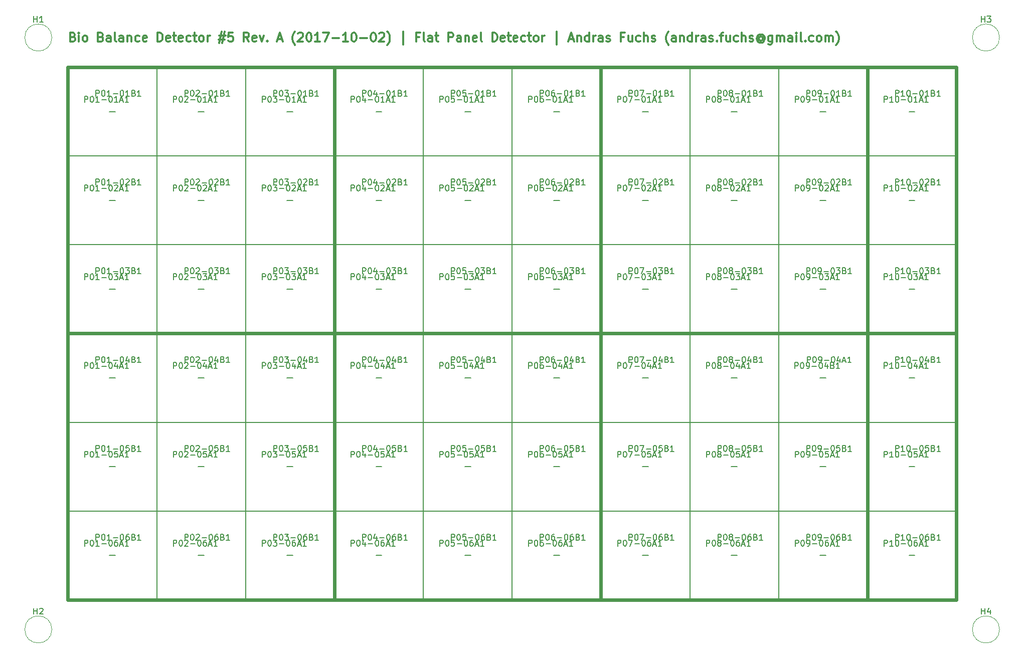
<source format=gbr>
G04 #@! TF.FileFunction,Legend,Top*
%FSLAX46Y46*%
G04 Gerber Fmt 4.6, Leading zero omitted, Abs format (unit mm)*
G04 Created by KiCad (PCBNEW 4.0.6) date 10/02/17 09:49:40*
%MOMM*%
%LPD*%
G01*
G04 APERTURE LIST*
%ADD10C,0.100000*%
%ADD11C,0.600000*%
%ADD12C,0.200000*%
%ADD13C,0.300000*%
%ADD14C,0.120000*%
%ADD15C,0.150000*%
G04 APERTURE END LIST*
D10*
D11*
X175000000Y-115000000D02*
X25000000Y-115000000D01*
X175000000Y-25000000D02*
X175000000Y-115000000D01*
X25000000Y-40000000D02*
X25000000Y-25000000D01*
X25000000Y-25000000D02*
X40000000Y-25000000D01*
D12*
X32000000Y-32500000D02*
X33000000Y-32500000D01*
D11*
X25000000Y-55000000D02*
X25000000Y-40000000D01*
D12*
X25000000Y-40000000D02*
X40000000Y-40000000D01*
X32000000Y-47500000D02*
X33000000Y-47500000D01*
D11*
X25000000Y-70000000D02*
X25000000Y-55000000D01*
D12*
X25000000Y-55000000D02*
X40000000Y-55000000D01*
X32000000Y-62500000D02*
X33000000Y-62500000D01*
D11*
X25000000Y-85000000D02*
X25000000Y-70000000D01*
X25000000Y-70000000D02*
X40000000Y-70000000D01*
D12*
X32000000Y-77500000D02*
X33000000Y-77500000D01*
D11*
X25000000Y-100000000D02*
X25000000Y-85000000D01*
D12*
X25000000Y-85000000D02*
X40000000Y-85000000D01*
X32000000Y-92500000D02*
X33000000Y-92500000D01*
D11*
X25000000Y-115000000D02*
X25000000Y-100000000D01*
D12*
X25000000Y-100000000D02*
X40000000Y-100000000D01*
X32000000Y-107500000D02*
X33000000Y-107500000D01*
X40000000Y-40000000D02*
X40000000Y-25000000D01*
D11*
X40000000Y-25000000D02*
X55000000Y-25000000D01*
D12*
X47000000Y-32500000D02*
X48000000Y-32500000D01*
X40000000Y-55000000D02*
X40000000Y-40000000D01*
X40000000Y-40000000D02*
X55000000Y-40000000D01*
X47000000Y-47500000D02*
X48000000Y-47500000D01*
X40000000Y-70000000D02*
X40000000Y-55000000D01*
X40000000Y-55000000D02*
X55000000Y-55000000D01*
X47000000Y-62500000D02*
X48000000Y-62500000D01*
X40000000Y-85000000D02*
X40000000Y-70000000D01*
D11*
X40000000Y-70000000D02*
X55000000Y-70000000D01*
D12*
X47000000Y-77500000D02*
X48000000Y-77500000D01*
X40000000Y-100000000D02*
X40000000Y-85000000D01*
X40000000Y-85000000D02*
X55000000Y-85000000D01*
X47000000Y-92500000D02*
X48000000Y-92500000D01*
X40000000Y-115000000D02*
X40000000Y-100000000D01*
X40000000Y-100000000D02*
X55000000Y-100000000D01*
X47000000Y-107500000D02*
X48000000Y-107500000D01*
X55000000Y-40000000D02*
X55000000Y-25000000D01*
D11*
X55000000Y-25000000D02*
X70000000Y-25000000D01*
D12*
X62000000Y-32500000D02*
X63000000Y-32500000D01*
X55000000Y-55000000D02*
X55000000Y-40000000D01*
X55000000Y-40000000D02*
X70000000Y-40000000D01*
X62000000Y-47500000D02*
X63000000Y-47500000D01*
X55000000Y-70000000D02*
X55000000Y-55000000D01*
X55000000Y-55000000D02*
X70000000Y-55000000D01*
X62000000Y-62500000D02*
X63000000Y-62500000D01*
X55000000Y-85000000D02*
X55000000Y-70000000D01*
D11*
X55000000Y-70000000D02*
X70000000Y-70000000D01*
D12*
X62000000Y-77500000D02*
X63000000Y-77500000D01*
X55000000Y-100000000D02*
X55000000Y-85000000D01*
X55000000Y-85000000D02*
X70000000Y-85000000D01*
X62000000Y-92500000D02*
X63000000Y-92500000D01*
X55000000Y-115000000D02*
X55000000Y-100000000D01*
X55000000Y-100000000D02*
X70000000Y-100000000D01*
X62000000Y-107500000D02*
X63000000Y-107500000D01*
D11*
X70000000Y-40000000D02*
X70000000Y-25000000D01*
X70000000Y-25000000D02*
X85000000Y-25000000D01*
D12*
X77000000Y-32500000D02*
X78000000Y-32500000D01*
D11*
X70000000Y-55000000D02*
X70000000Y-40000000D01*
D12*
X70000000Y-40000000D02*
X85000000Y-40000000D01*
X77000000Y-47500000D02*
X78000000Y-47500000D01*
D11*
X70000000Y-70000000D02*
X70000000Y-55000000D01*
D12*
X70000000Y-55000000D02*
X85000000Y-55000000D01*
X77000000Y-62500000D02*
X78000000Y-62500000D01*
D11*
X70000000Y-85000000D02*
X70000000Y-70000000D01*
X70000000Y-70000000D02*
X85000000Y-70000000D01*
D12*
X77000000Y-77500000D02*
X78000000Y-77500000D01*
D11*
X70000000Y-100000000D02*
X70000000Y-85000000D01*
D12*
X70000000Y-85000000D02*
X85000000Y-85000000D01*
X77000000Y-92500000D02*
X78000000Y-92500000D01*
D11*
X70000000Y-115000000D02*
X70000000Y-100000000D01*
D12*
X70000000Y-100000000D02*
X85000000Y-100000000D01*
X77000000Y-107500000D02*
X78000000Y-107500000D01*
X85000000Y-40000000D02*
X85000000Y-25000000D01*
D11*
X85000000Y-25000000D02*
X100000000Y-25000000D01*
D12*
X92000000Y-32500000D02*
X93000000Y-32500000D01*
X85000000Y-55000000D02*
X85000000Y-40000000D01*
X85000000Y-40000000D02*
X100000000Y-40000000D01*
X92000000Y-47500000D02*
X93000000Y-47500000D01*
X85000000Y-70000000D02*
X85000000Y-55000000D01*
X85000000Y-55000000D02*
X100000000Y-55000000D01*
X92000000Y-62500000D02*
X93000000Y-62500000D01*
X85000000Y-85000000D02*
X85000000Y-70000000D01*
D11*
X85000000Y-70000000D02*
X100000000Y-70000000D01*
D12*
X92000000Y-77500000D02*
X93000000Y-77500000D01*
X85000000Y-100000000D02*
X85000000Y-85000000D01*
X85000000Y-85000000D02*
X100000000Y-85000000D01*
X92000000Y-92500000D02*
X93000000Y-92500000D01*
X85000000Y-115000000D02*
X85000000Y-100000000D01*
X85000000Y-100000000D02*
X100000000Y-100000000D01*
X92000000Y-107500000D02*
X93000000Y-107500000D01*
X100000000Y-40000000D02*
X100000000Y-25000000D01*
D11*
X100000000Y-25000000D02*
X115000000Y-25000000D01*
D12*
X107000000Y-32500000D02*
X108000000Y-32500000D01*
X100000000Y-55000000D02*
X100000000Y-40000000D01*
X100000000Y-40000000D02*
X115000000Y-40000000D01*
X107000000Y-47500000D02*
X108000000Y-47500000D01*
X100000000Y-70000000D02*
X100000000Y-55000000D01*
X100000000Y-55000000D02*
X115000000Y-55000000D01*
X107000000Y-62500000D02*
X108000000Y-62500000D01*
X100000000Y-85000000D02*
X100000000Y-70000000D01*
D11*
X100000000Y-70000000D02*
X115000000Y-70000000D01*
D12*
X107000000Y-77500000D02*
X108000000Y-77500000D01*
X100000000Y-100000000D02*
X100000000Y-85000000D01*
X100000000Y-85000000D02*
X115000000Y-85000000D01*
X107000000Y-92500000D02*
X108000000Y-92500000D01*
X100000000Y-115000000D02*
X100000000Y-100000000D01*
X100000000Y-100000000D02*
X115000000Y-100000000D01*
X107000000Y-107500000D02*
X108000000Y-107500000D01*
D11*
X115000000Y-40000000D02*
X115000000Y-25000000D01*
X115000000Y-25000000D02*
X130000000Y-25000000D01*
D12*
X122000000Y-32500000D02*
X123000000Y-32500000D01*
D11*
X115000000Y-55000000D02*
X115000000Y-40000000D01*
D12*
X115000000Y-40000000D02*
X130000000Y-40000000D01*
X122000000Y-47500000D02*
X123000000Y-47500000D01*
D11*
X115000000Y-70000000D02*
X115000000Y-55000000D01*
D12*
X115000000Y-55000000D02*
X130000000Y-55000000D01*
X122000000Y-62500000D02*
X123000000Y-62500000D01*
D11*
X115000000Y-85000000D02*
X115000000Y-70000000D01*
X115000000Y-70000000D02*
X130000000Y-70000000D01*
D12*
X122000000Y-77500000D02*
X123000000Y-77500000D01*
D11*
X115000000Y-100000000D02*
X115000000Y-85000000D01*
D12*
X115000000Y-85000000D02*
X130000000Y-85000000D01*
X122000000Y-92500000D02*
X123000000Y-92500000D01*
D11*
X115000000Y-115000000D02*
X115000000Y-100000000D01*
D12*
X115000000Y-100000000D02*
X130000000Y-100000000D01*
X122000000Y-107500000D02*
X123000000Y-107500000D01*
X130000000Y-40000000D02*
X130000000Y-25000000D01*
D11*
X130000000Y-25000000D02*
X145000000Y-25000000D01*
D12*
X137000000Y-32500000D02*
X138000000Y-32500000D01*
X130000000Y-55000000D02*
X130000000Y-40000000D01*
X130000000Y-40000000D02*
X145000000Y-40000000D01*
X137000000Y-47500000D02*
X138000000Y-47500000D01*
X130000000Y-70000000D02*
X130000000Y-55000000D01*
X130000000Y-55000000D02*
X145000000Y-55000000D01*
X137000000Y-62500000D02*
X138000000Y-62500000D01*
X130000000Y-85000000D02*
X130000000Y-70000000D01*
D11*
X130000000Y-70000000D02*
X145000000Y-70000000D01*
D12*
X137000000Y-77500000D02*
X138000000Y-77500000D01*
X130000000Y-100000000D02*
X130000000Y-85000000D01*
X130000000Y-85000000D02*
X145000000Y-85000000D01*
X137000000Y-92500000D02*
X138000000Y-92500000D01*
X130000000Y-115000000D02*
X130000000Y-100000000D01*
X130000000Y-100000000D02*
X145000000Y-100000000D01*
X137000000Y-107500000D02*
X138000000Y-107500000D01*
X145000000Y-40000000D02*
X145000000Y-25000000D01*
D11*
X145000000Y-25000000D02*
X160000000Y-25000000D01*
D12*
X152000000Y-32500000D02*
X153000000Y-32500000D01*
X145000000Y-55000000D02*
X145000000Y-40000000D01*
X145000000Y-40000000D02*
X160000000Y-40000000D01*
X152000000Y-47500000D02*
X153000000Y-47500000D01*
X145000000Y-70000000D02*
X145000000Y-55000000D01*
X145000000Y-55000000D02*
X160000000Y-55000000D01*
X152000000Y-62500000D02*
X153000000Y-62500000D01*
X145000000Y-85000000D02*
X145000000Y-70000000D01*
D11*
X145000000Y-70000000D02*
X160000000Y-70000000D01*
D12*
X152000000Y-77500000D02*
X153000000Y-77500000D01*
X145000000Y-100000000D02*
X145000000Y-85000000D01*
X145000000Y-85000000D02*
X160000000Y-85000000D01*
X152000000Y-92500000D02*
X153000000Y-92500000D01*
X145000000Y-115000000D02*
X145000000Y-100000000D01*
X145000000Y-100000000D02*
X160000000Y-100000000D01*
X152000000Y-107500000D02*
X153000000Y-107500000D01*
D11*
X160000000Y-40000000D02*
X160000000Y-25000000D01*
X160000000Y-25000000D02*
X175000000Y-25000000D01*
D12*
X167000000Y-32500000D02*
X168000000Y-32500000D01*
D11*
X160000000Y-55000000D02*
X160000000Y-40000000D01*
D12*
X160000000Y-40000000D02*
X175000000Y-40000000D01*
X167000000Y-47500000D02*
X168000000Y-47500000D01*
D11*
X160000000Y-70000000D02*
X160000000Y-55000000D01*
D12*
X160000000Y-55000000D02*
X175000000Y-55000000D01*
X167000000Y-62500000D02*
X168000000Y-62500000D01*
D11*
X160000000Y-85000000D02*
X160000000Y-70000000D01*
X160000000Y-70000000D02*
X175000000Y-70000000D01*
D12*
X167000000Y-77500000D02*
X168000000Y-77500000D01*
D11*
X160000000Y-100000000D02*
X160000000Y-85000000D01*
D12*
X160000000Y-85000000D02*
X175000000Y-85000000D01*
X167000000Y-92500000D02*
X168000000Y-92500000D01*
D11*
X160000000Y-115000000D02*
X160000000Y-100000000D01*
D12*
X160000000Y-100000000D02*
X175000000Y-100000000D01*
X167000000Y-107500000D02*
X168000000Y-107500000D01*
D13*
X25857143Y-19892857D02*
X26071429Y-19964286D01*
X26142857Y-20035714D01*
X26214286Y-20178571D01*
X26214286Y-20392857D01*
X26142857Y-20535714D01*
X26071429Y-20607143D01*
X25928571Y-20678571D01*
X25357143Y-20678571D01*
X25357143Y-19178571D01*
X25857143Y-19178571D01*
X26000000Y-19250000D01*
X26071429Y-19321429D01*
X26142857Y-19464286D01*
X26142857Y-19607143D01*
X26071429Y-19750000D01*
X26000000Y-19821429D01*
X25857143Y-19892857D01*
X25357143Y-19892857D01*
X26857143Y-20678571D02*
X26857143Y-19678571D01*
X26857143Y-19178571D02*
X26785714Y-19250000D01*
X26857143Y-19321429D01*
X26928571Y-19250000D01*
X26857143Y-19178571D01*
X26857143Y-19321429D01*
X27785715Y-20678571D02*
X27642857Y-20607143D01*
X27571429Y-20535714D01*
X27500000Y-20392857D01*
X27500000Y-19964286D01*
X27571429Y-19821429D01*
X27642857Y-19750000D01*
X27785715Y-19678571D01*
X28000000Y-19678571D01*
X28142857Y-19750000D01*
X28214286Y-19821429D01*
X28285715Y-19964286D01*
X28285715Y-20392857D01*
X28214286Y-20535714D01*
X28142857Y-20607143D01*
X28000000Y-20678571D01*
X27785715Y-20678571D01*
X30571429Y-19892857D02*
X30785715Y-19964286D01*
X30857143Y-20035714D01*
X30928572Y-20178571D01*
X30928572Y-20392857D01*
X30857143Y-20535714D01*
X30785715Y-20607143D01*
X30642857Y-20678571D01*
X30071429Y-20678571D01*
X30071429Y-19178571D01*
X30571429Y-19178571D01*
X30714286Y-19250000D01*
X30785715Y-19321429D01*
X30857143Y-19464286D01*
X30857143Y-19607143D01*
X30785715Y-19750000D01*
X30714286Y-19821429D01*
X30571429Y-19892857D01*
X30071429Y-19892857D01*
X32214286Y-20678571D02*
X32214286Y-19892857D01*
X32142857Y-19750000D01*
X32000000Y-19678571D01*
X31714286Y-19678571D01*
X31571429Y-19750000D01*
X32214286Y-20607143D02*
X32071429Y-20678571D01*
X31714286Y-20678571D01*
X31571429Y-20607143D01*
X31500000Y-20464286D01*
X31500000Y-20321429D01*
X31571429Y-20178571D01*
X31714286Y-20107143D01*
X32071429Y-20107143D01*
X32214286Y-20035714D01*
X33142858Y-20678571D02*
X33000000Y-20607143D01*
X32928572Y-20464286D01*
X32928572Y-19178571D01*
X34357143Y-20678571D02*
X34357143Y-19892857D01*
X34285714Y-19750000D01*
X34142857Y-19678571D01*
X33857143Y-19678571D01*
X33714286Y-19750000D01*
X34357143Y-20607143D02*
X34214286Y-20678571D01*
X33857143Y-20678571D01*
X33714286Y-20607143D01*
X33642857Y-20464286D01*
X33642857Y-20321429D01*
X33714286Y-20178571D01*
X33857143Y-20107143D01*
X34214286Y-20107143D01*
X34357143Y-20035714D01*
X35071429Y-19678571D02*
X35071429Y-20678571D01*
X35071429Y-19821429D02*
X35142857Y-19750000D01*
X35285715Y-19678571D01*
X35500000Y-19678571D01*
X35642857Y-19750000D01*
X35714286Y-19892857D01*
X35714286Y-20678571D01*
X37071429Y-20607143D02*
X36928572Y-20678571D01*
X36642858Y-20678571D01*
X36500000Y-20607143D01*
X36428572Y-20535714D01*
X36357143Y-20392857D01*
X36357143Y-19964286D01*
X36428572Y-19821429D01*
X36500000Y-19750000D01*
X36642858Y-19678571D01*
X36928572Y-19678571D01*
X37071429Y-19750000D01*
X38285714Y-20607143D02*
X38142857Y-20678571D01*
X37857143Y-20678571D01*
X37714286Y-20607143D01*
X37642857Y-20464286D01*
X37642857Y-19892857D01*
X37714286Y-19750000D01*
X37857143Y-19678571D01*
X38142857Y-19678571D01*
X38285714Y-19750000D01*
X38357143Y-19892857D01*
X38357143Y-20035714D01*
X37642857Y-20178571D01*
X40142857Y-20678571D02*
X40142857Y-19178571D01*
X40500000Y-19178571D01*
X40714285Y-19250000D01*
X40857143Y-19392857D01*
X40928571Y-19535714D01*
X41000000Y-19821429D01*
X41000000Y-20035714D01*
X40928571Y-20321429D01*
X40857143Y-20464286D01*
X40714285Y-20607143D01*
X40500000Y-20678571D01*
X40142857Y-20678571D01*
X42214285Y-20607143D02*
X42071428Y-20678571D01*
X41785714Y-20678571D01*
X41642857Y-20607143D01*
X41571428Y-20464286D01*
X41571428Y-19892857D01*
X41642857Y-19750000D01*
X41785714Y-19678571D01*
X42071428Y-19678571D01*
X42214285Y-19750000D01*
X42285714Y-19892857D01*
X42285714Y-20035714D01*
X41571428Y-20178571D01*
X42714285Y-19678571D02*
X43285714Y-19678571D01*
X42928571Y-19178571D02*
X42928571Y-20464286D01*
X42999999Y-20607143D01*
X43142857Y-20678571D01*
X43285714Y-20678571D01*
X44357142Y-20607143D02*
X44214285Y-20678571D01*
X43928571Y-20678571D01*
X43785714Y-20607143D01*
X43714285Y-20464286D01*
X43714285Y-19892857D01*
X43785714Y-19750000D01*
X43928571Y-19678571D01*
X44214285Y-19678571D01*
X44357142Y-19750000D01*
X44428571Y-19892857D01*
X44428571Y-20035714D01*
X43714285Y-20178571D01*
X45714285Y-20607143D02*
X45571428Y-20678571D01*
X45285714Y-20678571D01*
X45142856Y-20607143D01*
X45071428Y-20535714D01*
X44999999Y-20392857D01*
X44999999Y-19964286D01*
X45071428Y-19821429D01*
X45142856Y-19750000D01*
X45285714Y-19678571D01*
X45571428Y-19678571D01*
X45714285Y-19750000D01*
X46142856Y-19678571D02*
X46714285Y-19678571D01*
X46357142Y-19178571D02*
X46357142Y-20464286D01*
X46428570Y-20607143D01*
X46571428Y-20678571D01*
X46714285Y-20678571D01*
X47428571Y-20678571D02*
X47285713Y-20607143D01*
X47214285Y-20535714D01*
X47142856Y-20392857D01*
X47142856Y-19964286D01*
X47214285Y-19821429D01*
X47285713Y-19750000D01*
X47428571Y-19678571D01*
X47642856Y-19678571D01*
X47785713Y-19750000D01*
X47857142Y-19821429D01*
X47928571Y-19964286D01*
X47928571Y-20392857D01*
X47857142Y-20535714D01*
X47785713Y-20607143D01*
X47642856Y-20678571D01*
X47428571Y-20678571D01*
X48571428Y-20678571D02*
X48571428Y-19678571D01*
X48571428Y-19964286D02*
X48642856Y-19821429D01*
X48714285Y-19750000D01*
X48857142Y-19678571D01*
X48999999Y-19678571D01*
X50571427Y-19678571D02*
X51642856Y-19678571D01*
X50999999Y-19035714D02*
X50571427Y-20964286D01*
X51499999Y-20321429D02*
X50428570Y-20321429D01*
X51071427Y-20964286D02*
X51499999Y-19035714D01*
X52857142Y-19178571D02*
X52142856Y-19178571D01*
X52071427Y-19892857D01*
X52142856Y-19821429D01*
X52285713Y-19750000D01*
X52642856Y-19750000D01*
X52785713Y-19821429D01*
X52857142Y-19892857D01*
X52928570Y-20035714D01*
X52928570Y-20392857D01*
X52857142Y-20535714D01*
X52785713Y-20607143D01*
X52642856Y-20678571D01*
X52285713Y-20678571D01*
X52142856Y-20607143D01*
X52071427Y-20535714D01*
X55571427Y-20678571D02*
X55071427Y-19964286D01*
X54714284Y-20678571D02*
X54714284Y-19178571D01*
X55285712Y-19178571D01*
X55428570Y-19250000D01*
X55499998Y-19321429D01*
X55571427Y-19464286D01*
X55571427Y-19678571D01*
X55499998Y-19821429D01*
X55428570Y-19892857D01*
X55285712Y-19964286D01*
X54714284Y-19964286D01*
X56785712Y-20607143D02*
X56642855Y-20678571D01*
X56357141Y-20678571D01*
X56214284Y-20607143D01*
X56142855Y-20464286D01*
X56142855Y-19892857D01*
X56214284Y-19750000D01*
X56357141Y-19678571D01*
X56642855Y-19678571D01*
X56785712Y-19750000D01*
X56857141Y-19892857D01*
X56857141Y-20035714D01*
X56142855Y-20178571D01*
X57357141Y-19678571D02*
X57714284Y-20678571D01*
X58071426Y-19678571D01*
X58642855Y-20535714D02*
X58714283Y-20607143D01*
X58642855Y-20678571D01*
X58571426Y-20607143D01*
X58642855Y-20535714D01*
X58642855Y-20678571D01*
X60428569Y-20250000D02*
X61142855Y-20250000D01*
X60285712Y-20678571D02*
X60785712Y-19178571D01*
X61285712Y-20678571D01*
X63357140Y-21250000D02*
X63285712Y-21178571D01*
X63142855Y-20964286D01*
X63071426Y-20821429D01*
X62999997Y-20607143D01*
X62928569Y-20250000D01*
X62928569Y-19964286D01*
X62999997Y-19607143D01*
X63071426Y-19392857D01*
X63142855Y-19250000D01*
X63285712Y-19035714D01*
X63357140Y-18964286D01*
X63857140Y-19321429D02*
X63928569Y-19250000D01*
X64071426Y-19178571D01*
X64428569Y-19178571D01*
X64571426Y-19250000D01*
X64642855Y-19321429D01*
X64714283Y-19464286D01*
X64714283Y-19607143D01*
X64642855Y-19821429D01*
X63785712Y-20678571D01*
X64714283Y-20678571D01*
X65642854Y-19178571D02*
X65785711Y-19178571D01*
X65928568Y-19250000D01*
X65999997Y-19321429D01*
X66071426Y-19464286D01*
X66142854Y-19750000D01*
X66142854Y-20107143D01*
X66071426Y-20392857D01*
X65999997Y-20535714D01*
X65928568Y-20607143D01*
X65785711Y-20678571D01*
X65642854Y-20678571D01*
X65499997Y-20607143D01*
X65428568Y-20535714D01*
X65357140Y-20392857D01*
X65285711Y-20107143D01*
X65285711Y-19750000D01*
X65357140Y-19464286D01*
X65428568Y-19321429D01*
X65499997Y-19250000D01*
X65642854Y-19178571D01*
X67571425Y-20678571D02*
X66714282Y-20678571D01*
X67142854Y-20678571D02*
X67142854Y-19178571D01*
X66999997Y-19392857D01*
X66857139Y-19535714D01*
X66714282Y-19607143D01*
X68071425Y-19178571D02*
X69071425Y-19178571D01*
X68428568Y-20678571D01*
X69642853Y-20107143D02*
X70785710Y-20107143D01*
X72285710Y-20678571D02*
X71428567Y-20678571D01*
X71857139Y-20678571D02*
X71857139Y-19178571D01*
X71714282Y-19392857D01*
X71571424Y-19535714D01*
X71428567Y-19607143D01*
X73214281Y-19178571D02*
X73357138Y-19178571D01*
X73499995Y-19250000D01*
X73571424Y-19321429D01*
X73642853Y-19464286D01*
X73714281Y-19750000D01*
X73714281Y-20107143D01*
X73642853Y-20392857D01*
X73571424Y-20535714D01*
X73499995Y-20607143D01*
X73357138Y-20678571D01*
X73214281Y-20678571D01*
X73071424Y-20607143D01*
X72999995Y-20535714D01*
X72928567Y-20392857D01*
X72857138Y-20107143D01*
X72857138Y-19750000D01*
X72928567Y-19464286D01*
X72999995Y-19321429D01*
X73071424Y-19250000D01*
X73214281Y-19178571D01*
X74357138Y-20107143D02*
X75499995Y-20107143D01*
X76499995Y-19178571D02*
X76642852Y-19178571D01*
X76785709Y-19250000D01*
X76857138Y-19321429D01*
X76928567Y-19464286D01*
X76999995Y-19750000D01*
X76999995Y-20107143D01*
X76928567Y-20392857D01*
X76857138Y-20535714D01*
X76785709Y-20607143D01*
X76642852Y-20678571D01*
X76499995Y-20678571D01*
X76357138Y-20607143D01*
X76285709Y-20535714D01*
X76214281Y-20392857D01*
X76142852Y-20107143D01*
X76142852Y-19750000D01*
X76214281Y-19464286D01*
X76285709Y-19321429D01*
X76357138Y-19250000D01*
X76499995Y-19178571D01*
X77571423Y-19321429D02*
X77642852Y-19250000D01*
X77785709Y-19178571D01*
X78142852Y-19178571D01*
X78285709Y-19250000D01*
X78357138Y-19321429D01*
X78428566Y-19464286D01*
X78428566Y-19607143D01*
X78357138Y-19821429D01*
X77499995Y-20678571D01*
X78428566Y-20678571D01*
X78928566Y-21250000D02*
X78999994Y-21178571D01*
X79142851Y-20964286D01*
X79214280Y-20821429D01*
X79285709Y-20607143D01*
X79357137Y-20250000D01*
X79357137Y-19964286D01*
X79285709Y-19607143D01*
X79214280Y-19392857D01*
X79142851Y-19250000D01*
X78999994Y-19035714D01*
X78928566Y-18964286D01*
X81571423Y-21178571D02*
X81571423Y-19035714D01*
X84285708Y-19892857D02*
X83785708Y-19892857D01*
X83785708Y-20678571D02*
X83785708Y-19178571D01*
X84499994Y-19178571D01*
X85285708Y-20678571D02*
X85142850Y-20607143D01*
X85071422Y-20464286D01*
X85071422Y-19178571D01*
X86499993Y-20678571D02*
X86499993Y-19892857D01*
X86428564Y-19750000D01*
X86285707Y-19678571D01*
X85999993Y-19678571D01*
X85857136Y-19750000D01*
X86499993Y-20607143D02*
X86357136Y-20678571D01*
X85999993Y-20678571D01*
X85857136Y-20607143D01*
X85785707Y-20464286D01*
X85785707Y-20321429D01*
X85857136Y-20178571D01*
X85999993Y-20107143D01*
X86357136Y-20107143D01*
X86499993Y-20035714D01*
X86999993Y-19678571D02*
X87571422Y-19678571D01*
X87214279Y-19178571D02*
X87214279Y-20464286D01*
X87285707Y-20607143D01*
X87428565Y-20678571D01*
X87571422Y-20678571D01*
X89214279Y-20678571D02*
X89214279Y-19178571D01*
X89785707Y-19178571D01*
X89928565Y-19250000D01*
X89999993Y-19321429D01*
X90071422Y-19464286D01*
X90071422Y-19678571D01*
X89999993Y-19821429D01*
X89928565Y-19892857D01*
X89785707Y-19964286D01*
X89214279Y-19964286D01*
X91357136Y-20678571D02*
X91357136Y-19892857D01*
X91285707Y-19750000D01*
X91142850Y-19678571D01*
X90857136Y-19678571D01*
X90714279Y-19750000D01*
X91357136Y-20607143D02*
X91214279Y-20678571D01*
X90857136Y-20678571D01*
X90714279Y-20607143D01*
X90642850Y-20464286D01*
X90642850Y-20321429D01*
X90714279Y-20178571D01*
X90857136Y-20107143D01*
X91214279Y-20107143D01*
X91357136Y-20035714D01*
X92071422Y-19678571D02*
X92071422Y-20678571D01*
X92071422Y-19821429D02*
X92142850Y-19750000D01*
X92285708Y-19678571D01*
X92499993Y-19678571D01*
X92642850Y-19750000D01*
X92714279Y-19892857D01*
X92714279Y-20678571D01*
X93999993Y-20607143D02*
X93857136Y-20678571D01*
X93571422Y-20678571D01*
X93428565Y-20607143D01*
X93357136Y-20464286D01*
X93357136Y-19892857D01*
X93428565Y-19750000D01*
X93571422Y-19678571D01*
X93857136Y-19678571D01*
X93999993Y-19750000D01*
X94071422Y-19892857D01*
X94071422Y-20035714D01*
X93357136Y-20178571D01*
X94928565Y-20678571D02*
X94785707Y-20607143D01*
X94714279Y-20464286D01*
X94714279Y-19178571D01*
X96642850Y-20678571D02*
X96642850Y-19178571D01*
X96999993Y-19178571D01*
X97214278Y-19250000D01*
X97357136Y-19392857D01*
X97428564Y-19535714D01*
X97499993Y-19821429D01*
X97499993Y-20035714D01*
X97428564Y-20321429D01*
X97357136Y-20464286D01*
X97214278Y-20607143D01*
X96999993Y-20678571D01*
X96642850Y-20678571D01*
X98714278Y-20607143D02*
X98571421Y-20678571D01*
X98285707Y-20678571D01*
X98142850Y-20607143D01*
X98071421Y-20464286D01*
X98071421Y-19892857D01*
X98142850Y-19750000D01*
X98285707Y-19678571D01*
X98571421Y-19678571D01*
X98714278Y-19750000D01*
X98785707Y-19892857D01*
X98785707Y-20035714D01*
X98071421Y-20178571D01*
X99214278Y-19678571D02*
X99785707Y-19678571D01*
X99428564Y-19178571D02*
X99428564Y-20464286D01*
X99499992Y-20607143D01*
X99642850Y-20678571D01*
X99785707Y-20678571D01*
X100857135Y-20607143D02*
X100714278Y-20678571D01*
X100428564Y-20678571D01*
X100285707Y-20607143D01*
X100214278Y-20464286D01*
X100214278Y-19892857D01*
X100285707Y-19750000D01*
X100428564Y-19678571D01*
X100714278Y-19678571D01*
X100857135Y-19750000D01*
X100928564Y-19892857D01*
X100928564Y-20035714D01*
X100214278Y-20178571D01*
X102214278Y-20607143D02*
X102071421Y-20678571D01*
X101785707Y-20678571D01*
X101642849Y-20607143D01*
X101571421Y-20535714D01*
X101499992Y-20392857D01*
X101499992Y-19964286D01*
X101571421Y-19821429D01*
X101642849Y-19750000D01*
X101785707Y-19678571D01*
X102071421Y-19678571D01*
X102214278Y-19750000D01*
X102642849Y-19678571D02*
X103214278Y-19678571D01*
X102857135Y-19178571D02*
X102857135Y-20464286D01*
X102928563Y-20607143D01*
X103071421Y-20678571D01*
X103214278Y-20678571D01*
X103928564Y-20678571D02*
X103785706Y-20607143D01*
X103714278Y-20535714D01*
X103642849Y-20392857D01*
X103642849Y-19964286D01*
X103714278Y-19821429D01*
X103785706Y-19750000D01*
X103928564Y-19678571D01*
X104142849Y-19678571D01*
X104285706Y-19750000D01*
X104357135Y-19821429D01*
X104428564Y-19964286D01*
X104428564Y-20392857D01*
X104357135Y-20535714D01*
X104285706Y-20607143D01*
X104142849Y-20678571D01*
X103928564Y-20678571D01*
X105071421Y-20678571D02*
X105071421Y-19678571D01*
X105071421Y-19964286D02*
X105142849Y-19821429D01*
X105214278Y-19750000D01*
X105357135Y-19678571D01*
X105499992Y-19678571D01*
X107499992Y-21178571D02*
X107499992Y-19035714D01*
X109642848Y-20250000D02*
X110357134Y-20250000D01*
X109499991Y-20678571D02*
X109999991Y-19178571D01*
X110499991Y-20678571D01*
X110999991Y-19678571D02*
X110999991Y-20678571D01*
X110999991Y-19821429D02*
X111071419Y-19750000D01*
X111214277Y-19678571D01*
X111428562Y-19678571D01*
X111571419Y-19750000D01*
X111642848Y-19892857D01*
X111642848Y-20678571D01*
X112999991Y-20678571D02*
X112999991Y-19178571D01*
X112999991Y-20607143D02*
X112857134Y-20678571D01*
X112571420Y-20678571D01*
X112428562Y-20607143D01*
X112357134Y-20535714D01*
X112285705Y-20392857D01*
X112285705Y-19964286D01*
X112357134Y-19821429D01*
X112428562Y-19750000D01*
X112571420Y-19678571D01*
X112857134Y-19678571D01*
X112999991Y-19750000D01*
X113714277Y-20678571D02*
X113714277Y-19678571D01*
X113714277Y-19964286D02*
X113785705Y-19821429D01*
X113857134Y-19750000D01*
X113999991Y-19678571D01*
X114142848Y-19678571D01*
X115285705Y-20678571D02*
X115285705Y-19892857D01*
X115214276Y-19750000D01*
X115071419Y-19678571D01*
X114785705Y-19678571D01*
X114642848Y-19750000D01*
X115285705Y-20607143D02*
X115142848Y-20678571D01*
X114785705Y-20678571D01*
X114642848Y-20607143D01*
X114571419Y-20464286D01*
X114571419Y-20321429D01*
X114642848Y-20178571D01*
X114785705Y-20107143D01*
X115142848Y-20107143D01*
X115285705Y-20035714D01*
X115928562Y-20607143D02*
X116071419Y-20678571D01*
X116357134Y-20678571D01*
X116499991Y-20607143D01*
X116571419Y-20464286D01*
X116571419Y-20392857D01*
X116499991Y-20250000D01*
X116357134Y-20178571D01*
X116142848Y-20178571D01*
X115999991Y-20107143D01*
X115928562Y-19964286D01*
X115928562Y-19892857D01*
X115999991Y-19750000D01*
X116142848Y-19678571D01*
X116357134Y-19678571D01*
X116499991Y-19750000D01*
X118857134Y-19892857D02*
X118357134Y-19892857D01*
X118357134Y-20678571D02*
X118357134Y-19178571D01*
X119071420Y-19178571D01*
X120285705Y-19678571D02*
X120285705Y-20678571D01*
X119642848Y-19678571D02*
X119642848Y-20464286D01*
X119714276Y-20607143D01*
X119857134Y-20678571D01*
X120071419Y-20678571D01*
X120214276Y-20607143D01*
X120285705Y-20535714D01*
X121642848Y-20607143D02*
X121499991Y-20678571D01*
X121214277Y-20678571D01*
X121071419Y-20607143D01*
X120999991Y-20535714D01*
X120928562Y-20392857D01*
X120928562Y-19964286D01*
X120999991Y-19821429D01*
X121071419Y-19750000D01*
X121214277Y-19678571D01*
X121499991Y-19678571D01*
X121642848Y-19750000D01*
X122285705Y-20678571D02*
X122285705Y-19178571D01*
X122928562Y-20678571D02*
X122928562Y-19892857D01*
X122857133Y-19750000D01*
X122714276Y-19678571D01*
X122499991Y-19678571D01*
X122357133Y-19750000D01*
X122285705Y-19821429D01*
X123571419Y-20607143D02*
X123714276Y-20678571D01*
X123999991Y-20678571D01*
X124142848Y-20607143D01*
X124214276Y-20464286D01*
X124214276Y-20392857D01*
X124142848Y-20250000D01*
X123999991Y-20178571D01*
X123785705Y-20178571D01*
X123642848Y-20107143D01*
X123571419Y-19964286D01*
X123571419Y-19892857D01*
X123642848Y-19750000D01*
X123785705Y-19678571D01*
X123999991Y-19678571D01*
X124142848Y-19750000D01*
X126428562Y-21250000D02*
X126357134Y-21178571D01*
X126214277Y-20964286D01*
X126142848Y-20821429D01*
X126071419Y-20607143D01*
X125999991Y-20250000D01*
X125999991Y-19964286D01*
X126071419Y-19607143D01*
X126142848Y-19392857D01*
X126214277Y-19250000D01*
X126357134Y-19035714D01*
X126428562Y-18964286D01*
X127642848Y-20678571D02*
X127642848Y-19892857D01*
X127571419Y-19750000D01*
X127428562Y-19678571D01*
X127142848Y-19678571D01*
X126999991Y-19750000D01*
X127642848Y-20607143D02*
X127499991Y-20678571D01*
X127142848Y-20678571D01*
X126999991Y-20607143D01*
X126928562Y-20464286D01*
X126928562Y-20321429D01*
X126999991Y-20178571D01*
X127142848Y-20107143D01*
X127499991Y-20107143D01*
X127642848Y-20035714D01*
X128357134Y-19678571D02*
X128357134Y-20678571D01*
X128357134Y-19821429D02*
X128428562Y-19750000D01*
X128571420Y-19678571D01*
X128785705Y-19678571D01*
X128928562Y-19750000D01*
X128999991Y-19892857D01*
X128999991Y-20678571D01*
X130357134Y-20678571D02*
X130357134Y-19178571D01*
X130357134Y-20607143D02*
X130214277Y-20678571D01*
X129928563Y-20678571D01*
X129785705Y-20607143D01*
X129714277Y-20535714D01*
X129642848Y-20392857D01*
X129642848Y-19964286D01*
X129714277Y-19821429D01*
X129785705Y-19750000D01*
X129928563Y-19678571D01*
X130214277Y-19678571D01*
X130357134Y-19750000D01*
X131071420Y-20678571D02*
X131071420Y-19678571D01*
X131071420Y-19964286D02*
X131142848Y-19821429D01*
X131214277Y-19750000D01*
X131357134Y-19678571D01*
X131499991Y-19678571D01*
X132642848Y-20678571D02*
X132642848Y-19892857D01*
X132571419Y-19750000D01*
X132428562Y-19678571D01*
X132142848Y-19678571D01*
X131999991Y-19750000D01*
X132642848Y-20607143D02*
X132499991Y-20678571D01*
X132142848Y-20678571D01*
X131999991Y-20607143D01*
X131928562Y-20464286D01*
X131928562Y-20321429D01*
X131999991Y-20178571D01*
X132142848Y-20107143D01*
X132499991Y-20107143D01*
X132642848Y-20035714D01*
X133285705Y-20607143D02*
X133428562Y-20678571D01*
X133714277Y-20678571D01*
X133857134Y-20607143D01*
X133928562Y-20464286D01*
X133928562Y-20392857D01*
X133857134Y-20250000D01*
X133714277Y-20178571D01*
X133499991Y-20178571D01*
X133357134Y-20107143D01*
X133285705Y-19964286D01*
X133285705Y-19892857D01*
X133357134Y-19750000D01*
X133499991Y-19678571D01*
X133714277Y-19678571D01*
X133857134Y-19750000D01*
X134571420Y-20535714D02*
X134642848Y-20607143D01*
X134571420Y-20678571D01*
X134499991Y-20607143D01*
X134571420Y-20535714D01*
X134571420Y-20678571D01*
X135071420Y-19678571D02*
X135642849Y-19678571D01*
X135285706Y-20678571D02*
X135285706Y-19392857D01*
X135357134Y-19250000D01*
X135499992Y-19178571D01*
X135642849Y-19178571D01*
X136785706Y-19678571D02*
X136785706Y-20678571D01*
X136142849Y-19678571D02*
X136142849Y-20464286D01*
X136214277Y-20607143D01*
X136357135Y-20678571D01*
X136571420Y-20678571D01*
X136714277Y-20607143D01*
X136785706Y-20535714D01*
X138142849Y-20607143D02*
X137999992Y-20678571D01*
X137714278Y-20678571D01*
X137571420Y-20607143D01*
X137499992Y-20535714D01*
X137428563Y-20392857D01*
X137428563Y-19964286D01*
X137499992Y-19821429D01*
X137571420Y-19750000D01*
X137714278Y-19678571D01*
X137999992Y-19678571D01*
X138142849Y-19750000D01*
X138785706Y-20678571D02*
X138785706Y-19178571D01*
X139428563Y-20678571D02*
X139428563Y-19892857D01*
X139357134Y-19750000D01*
X139214277Y-19678571D01*
X138999992Y-19678571D01*
X138857134Y-19750000D01*
X138785706Y-19821429D01*
X140071420Y-20607143D02*
X140214277Y-20678571D01*
X140499992Y-20678571D01*
X140642849Y-20607143D01*
X140714277Y-20464286D01*
X140714277Y-20392857D01*
X140642849Y-20250000D01*
X140499992Y-20178571D01*
X140285706Y-20178571D01*
X140142849Y-20107143D01*
X140071420Y-19964286D01*
X140071420Y-19892857D01*
X140142849Y-19750000D01*
X140285706Y-19678571D01*
X140499992Y-19678571D01*
X140642849Y-19750000D01*
X142285706Y-19964286D02*
X142214278Y-19892857D01*
X142071421Y-19821429D01*
X141928563Y-19821429D01*
X141785706Y-19892857D01*
X141714278Y-19964286D01*
X141642849Y-20107143D01*
X141642849Y-20250000D01*
X141714278Y-20392857D01*
X141785706Y-20464286D01*
X141928563Y-20535714D01*
X142071421Y-20535714D01*
X142214278Y-20464286D01*
X142285706Y-20392857D01*
X142285706Y-19821429D02*
X142285706Y-20392857D01*
X142357135Y-20464286D01*
X142428563Y-20464286D01*
X142571421Y-20392857D01*
X142642849Y-20250000D01*
X142642849Y-19892857D01*
X142499992Y-19678571D01*
X142285706Y-19535714D01*
X141999992Y-19464286D01*
X141714278Y-19535714D01*
X141499992Y-19678571D01*
X141357135Y-19892857D01*
X141285706Y-20178571D01*
X141357135Y-20464286D01*
X141499992Y-20678571D01*
X141714278Y-20821429D01*
X141999992Y-20892857D01*
X142285706Y-20821429D01*
X142499992Y-20678571D01*
X143928563Y-19678571D02*
X143928563Y-20892857D01*
X143857134Y-21035714D01*
X143785706Y-21107143D01*
X143642849Y-21178571D01*
X143428563Y-21178571D01*
X143285706Y-21107143D01*
X143928563Y-20607143D02*
X143785706Y-20678571D01*
X143499992Y-20678571D01*
X143357134Y-20607143D01*
X143285706Y-20535714D01*
X143214277Y-20392857D01*
X143214277Y-19964286D01*
X143285706Y-19821429D01*
X143357134Y-19750000D01*
X143499992Y-19678571D01*
X143785706Y-19678571D01*
X143928563Y-19750000D01*
X144642849Y-20678571D02*
X144642849Y-19678571D01*
X144642849Y-19821429D02*
X144714277Y-19750000D01*
X144857135Y-19678571D01*
X145071420Y-19678571D01*
X145214277Y-19750000D01*
X145285706Y-19892857D01*
X145285706Y-20678571D01*
X145285706Y-19892857D02*
X145357135Y-19750000D01*
X145499992Y-19678571D01*
X145714277Y-19678571D01*
X145857135Y-19750000D01*
X145928563Y-19892857D01*
X145928563Y-20678571D01*
X147285706Y-20678571D02*
X147285706Y-19892857D01*
X147214277Y-19750000D01*
X147071420Y-19678571D01*
X146785706Y-19678571D01*
X146642849Y-19750000D01*
X147285706Y-20607143D02*
X147142849Y-20678571D01*
X146785706Y-20678571D01*
X146642849Y-20607143D01*
X146571420Y-20464286D01*
X146571420Y-20321429D01*
X146642849Y-20178571D01*
X146785706Y-20107143D01*
X147142849Y-20107143D01*
X147285706Y-20035714D01*
X147999992Y-20678571D02*
X147999992Y-19678571D01*
X147999992Y-19178571D02*
X147928563Y-19250000D01*
X147999992Y-19321429D01*
X148071420Y-19250000D01*
X147999992Y-19178571D01*
X147999992Y-19321429D01*
X148928564Y-20678571D02*
X148785706Y-20607143D01*
X148714278Y-20464286D01*
X148714278Y-19178571D01*
X149499992Y-20535714D02*
X149571420Y-20607143D01*
X149499992Y-20678571D01*
X149428563Y-20607143D01*
X149499992Y-20535714D01*
X149499992Y-20678571D01*
X150857135Y-20607143D02*
X150714278Y-20678571D01*
X150428564Y-20678571D01*
X150285706Y-20607143D01*
X150214278Y-20535714D01*
X150142849Y-20392857D01*
X150142849Y-19964286D01*
X150214278Y-19821429D01*
X150285706Y-19750000D01*
X150428564Y-19678571D01*
X150714278Y-19678571D01*
X150857135Y-19750000D01*
X151714278Y-20678571D02*
X151571420Y-20607143D01*
X151499992Y-20535714D01*
X151428563Y-20392857D01*
X151428563Y-19964286D01*
X151499992Y-19821429D01*
X151571420Y-19750000D01*
X151714278Y-19678571D01*
X151928563Y-19678571D01*
X152071420Y-19750000D01*
X152142849Y-19821429D01*
X152214278Y-19964286D01*
X152214278Y-20392857D01*
X152142849Y-20535714D01*
X152071420Y-20607143D01*
X151928563Y-20678571D01*
X151714278Y-20678571D01*
X152857135Y-20678571D02*
X152857135Y-19678571D01*
X152857135Y-19821429D02*
X152928563Y-19750000D01*
X153071421Y-19678571D01*
X153285706Y-19678571D01*
X153428563Y-19750000D01*
X153499992Y-19892857D01*
X153499992Y-20678571D01*
X153499992Y-19892857D02*
X153571421Y-19750000D01*
X153714278Y-19678571D01*
X153928563Y-19678571D01*
X154071421Y-19750000D01*
X154142849Y-19892857D01*
X154142849Y-20678571D01*
X154714278Y-21250000D02*
X154785706Y-21178571D01*
X154928563Y-20964286D01*
X154999992Y-20821429D01*
X155071421Y-20607143D01*
X155142849Y-20250000D01*
X155142849Y-19964286D01*
X155071421Y-19607143D01*
X154999992Y-19392857D01*
X154928563Y-19250000D01*
X154785706Y-19035714D01*
X154714278Y-18964286D01*
D14*
X22286000Y-20000000D02*
G75*
G03X22286000Y-20000000I-2286000J0D01*
G01*
X22286000Y-120000000D02*
G75*
G03X22286000Y-120000000I-2286000J0D01*
G01*
X182286000Y-20000000D02*
G75*
G03X182286000Y-20000000I-2286000J0D01*
G01*
X182286000Y-120000000D02*
G75*
G03X182286000Y-120000000I-2286000J0D01*
G01*
D15*
X19238095Y-17404381D02*
X19238095Y-16404381D01*
X19238095Y-16880571D02*
X19809524Y-16880571D01*
X19809524Y-17404381D02*
X19809524Y-16404381D01*
X20809524Y-17404381D02*
X20238095Y-17404381D01*
X20523809Y-17404381D02*
X20523809Y-16404381D01*
X20428571Y-16547238D01*
X20333333Y-16642476D01*
X20238095Y-16690095D01*
X19238095Y-117404381D02*
X19238095Y-116404381D01*
X19238095Y-116880571D02*
X19809524Y-116880571D01*
X19809524Y-117404381D02*
X19809524Y-116404381D01*
X20238095Y-116499619D02*
X20285714Y-116452000D01*
X20380952Y-116404381D01*
X20619048Y-116404381D01*
X20714286Y-116452000D01*
X20761905Y-116499619D01*
X20809524Y-116594857D01*
X20809524Y-116690095D01*
X20761905Y-116832952D01*
X20190476Y-117404381D01*
X20809524Y-117404381D01*
X179238095Y-17404381D02*
X179238095Y-16404381D01*
X179238095Y-16880571D02*
X179809524Y-16880571D01*
X179809524Y-17404381D02*
X179809524Y-16404381D01*
X180190476Y-16404381D02*
X180809524Y-16404381D01*
X180476190Y-16785333D01*
X180619048Y-16785333D01*
X180714286Y-16832952D01*
X180761905Y-16880571D01*
X180809524Y-16975810D01*
X180809524Y-17213905D01*
X180761905Y-17309143D01*
X180714286Y-17356762D01*
X180619048Y-17404381D01*
X180333333Y-17404381D01*
X180238095Y-17356762D01*
X180190476Y-17309143D01*
X179238095Y-117404381D02*
X179238095Y-116404381D01*
X179238095Y-116880571D02*
X179809524Y-116880571D01*
X179809524Y-117404381D02*
X179809524Y-116404381D01*
X180714286Y-116737714D02*
X180714286Y-117404381D01*
X180476190Y-116356762D02*
X180238095Y-117071048D01*
X180857143Y-117071048D01*
X27809524Y-30912381D02*
X27809524Y-29912381D01*
X28190477Y-29912381D01*
X28285715Y-29960000D01*
X28333334Y-30007619D01*
X28380953Y-30102857D01*
X28380953Y-30245714D01*
X28333334Y-30340952D01*
X28285715Y-30388571D01*
X28190477Y-30436190D01*
X27809524Y-30436190D01*
X29000000Y-29912381D02*
X29095239Y-29912381D01*
X29190477Y-29960000D01*
X29238096Y-30007619D01*
X29285715Y-30102857D01*
X29333334Y-30293333D01*
X29333334Y-30531429D01*
X29285715Y-30721905D01*
X29238096Y-30817143D01*
X29190477Y-30864762D01*
X29095239Y-30912381D01*
X29000000Y-30912381D01*
X28904762Y-30864762D01*
X28857143Y-30817143D01*
X28809524Y-30721905D01*
X28761905Y-30531429D01*
X28761905Y-30293333D01*
X28809524Y-30102857D01*
X28857143Y-30007619D01*
X28904762Y-29960000D01*
X29000000Y-29912381D01*
X30285715Y-30912381D02*
X29714286Y-30912381D01*
X30000000Y-30912381D02*
X30000000Y-29912381D01*
X29904762Y-30055238D01*
X29809524Y-30150476D01*
X29714286Y-30198095D01*
X30714286Y-30531429D02*
X31476191Y-30531429D01*
X32142857Y-29912381D02*
X32238096Y-29912381D01*
X32333334Y-29960000D01*
X32380953Y-30007619D01*
X32428572Y-30102857D01*
X32476191Y-30293333D01*
X32476191Y-30531429D01*
X32428572Y-30721905D01*
X32380953Y-30817143D01*
X32333334Y-30864762D01*
X32238096Y-30912381D01*
X32142857Y-30912381D01*
X32047619Y-30864762D01*
X32000000Y-30817143D01*
X31952381Y-30721905D01*
X31904762Y-30531429D01*
X31904762Y-30293333D01*
X31952381Y-30102857D01*
X32000000Y-30007619D01*
X32047619Y-29960000D01*
X32142857Y-29912381D01*
X33428572Y-30912381D02*
X32857143Y-30912381D01*
X33142857Y-30912381D02*
X33142857Y-29912381D01*
X33047619Y-30055238D01*
X32952381Y-30150476D01*
X32857143Y-30198095D01*
X33809524Y-30626667D02*
X34285715Y-30626667D01*
X33714286Y-30912381D02*
X34047619Y-29912381D01*
X34380953Y-30912381D01*
X35238096Y-30912381D02*
X34666667Y-30912381D01*
X34952381Y-30912381D02*
X34952381Y-29912381D01*
X34857143Y-30055238D01*
X34761905Y-30150476D01*
X34666667Y-30198095D01*
X29738095Y-29912381D02*
X29738095Y-28912381D01*
X30119048Y-28912381D01*
X30214286Y-28960000D01*
X30261905Y-29007619D01*
X30309524Y-29102857D01*
X30309524Y-29245714D01*
X30261905Y-29340952D01*
X30214286Y-29388571D01*
X30119048Y-29436190D01*
X29738095Y-29436190D01*
X30928571Y-28912381D02*
X31023810Y-28912381D01*
X31119048Y-28960000D01*
X31166667Y-29007619D01*
X31214286Y-29102857D01*
X31261905Y-29293333D01*
X31261905Y-29531429D01*
X31214286Y-29721905D01*
X31166667Y-29817143D01*
X31119048Y-29864762D01*
X31023810Y-29912381D01*
X30928571Y-29912381D01*
X30833333Y-29864762D01*
X30785714Y-29817143D01*
X30738095Y-29721905D01*
X30690476Y-29531429D01*
X30690476Y-29293333D01*
X30738095Y-29102857D01*
X30785714Y-29007619D01*
X30833333Y-28960000D01*
X30928571Y-28912381D01*
X32214286Y-29912381D02*
X31642857Y-29912381D01*
X31928571Y-29912381D02*
X31928571Y-28912381D01*
X31833333Y-29055238D01*
X31738095Y-29150476D01*
X31642857Y-29198095D01*
X32642857Y-29531429D02*
X33404762Y-29531429D01*
X34071428Y-28912381D02*
X34166667Y-28912381D01*
X34261905Y-28960000D01*
X34309524Y-29007619D01*
X34357143Y-29102857D01*
X34404762Y-29293333D01*
X34404762Y-29531429D01*
X34357143Y-29721905D01*
X34309524Y-29817143D01*
X34261905Y-29864762D01*
X34166667Y-29912381D01*
X34071428Y-29912381D01*
X33976190Y-29864762D01*
X33928571Y-29817143D01*
X33880952Y-29721905D01*
X33833333Y-29531429D01*
X33833333Y-29293333D01*
X33880952Y-29102857D01*
X33928571Y-29007619D01*
X33976190Y-28960000D01*
X34071428Y-28912381D01*
X35357143Y-29912381D02*
X34785714Y-29912381D01*
X35071428Y-29912381D02*
X35071428Y-28912381D01*
X34976190Y-29055238D01*
X34880952Y-29150476D01*
X34785714Y-29198095D01*
X36119048Y-29388571D02*
X36261905Y-29436190D01*
X36309524Y-29483810D01*
X36357143Y-29579048D01*
X36357143Y-29721905D01*
X36309524Y-29817143D01*
X36261905Y-29864762D01*
X36166667Y-29912381D01*
X35785714Y-29912381D01*
X35785714Y-28912381D01*
X36119048Y-28912381D01*
X36214286Y-28960000D01*
X36261905Y-29007619D01*
X36309524Y-29102857D01*
X36309524Y-29198095D01*
X36261905Y-29293333D01*
X36214286Y-29340952D01*
X36119048Y-29388571D01*
X35785714Y-29388571D01*
X37309524Y-29912381D02*
X36738095Y-29912381D01*
X37023809Y-29912381D02*
X37023809Y-28912381D01*
X36928571Y-29055238D01*
X36833333Y-29150476D01*
X36738095Y-29198095D01*
X27809524Y-45912381D02*
X27809524Y-44912381D01*
X28190477Y-44912381D01*
X28285715Y-44960000D01*
X28333334Y-45007619D01*
X28380953Y-45102857D01*
X28380953Y-45245714D01*
X28333334Y-45340952D01*
X28285715Y-45388571D01*
X28190477Y-45436190D01*
X27809524Y-45436190D01*
X29000000Y-44912381D02*
X29095239Y-44912381D01*
X29190477Y-44960000D01*
X29238096Y-45007619D01*
X29285715Y-45102857D01*
X29333334Y-45293333D01*
X29333334Y-45531429D01*
X29285715Y-45721905D01*
X29238096Y-45817143D01*
X29190477Y-45864762D01*
X29095239Y-45912381D01*
X29000000Y-45912381D01*
X28904762Y-45864762D01*
X28857143Y-45817143D01*
X28809524Y-45721905D01*
X28761905Y-45531429D01*
X28761905Y-45293333D01*
X28809524Y-45102857D01*
X28857143Y-45007619D01*
X28904762Y-44960000D01*
X29000000Y-44912381D01*
X30285715Y-45912381D02*
X29714286Y-45912381D01*
X30000000Y-45912381D02*
X30000000Y-44912381D01*
X29904762Y-45055238D01*
X29809524Y-45150476D01*
X29714286Y-45198095D01*
X30714286Y-45531429D02*
X31476191Y-45531429D01*
X32142857Y-44912381D02*
X32238096Y-44912381D01*
X32333334Y-44960000D01*
X32380953Y-45007619D01*
X32428572Y-45102857D01*
X32476191Y-45293333D01*
X32476191Y-45531429D01*
X32428572Y-45721905D01*
X32380953Y-45817143D01*
X32333334Y-45864762D01*
X32238096Y-45912381D01*
X32142857Y-45912381D01*
X32047619Y-45864762D01*
X32000000Y-45817143D01*
X31952381Y-45721905D01*
X31904762Y-45531429D01*
X31904762Y-45293333D01*
X31952381Y-45102857D01*
X32000000Y-45007619D01*
X32047619Y-44960000D01*
X32142857Y-44912381D01*
X32857143Y-45007619D02*
X32904762Y-44960000D01*
X33000000Y-44912381D01*
X33238096Y-44912381D01*
X33333334Y-44960000D01*
X33380953Y-45007619D01*
X33428572Y-45102857D01*
X33428572Y-45198095D01*
X33380953Y-45340952D01*
X32809524Y-45912381D01*
X33428572Y-45912381D01*
X33809524Y-45626667D02*
X34285715Y-45626667D01*
X33714286Y-45912381D02*
X34047619Y-44912381D01*
X34380953Y-45912381D01*
X35238096Y-45912381D02*
X34666667Y-45912381D01*
X34952381Y-45912381D02*
X34952381Y-44912381D01*
X34857143Y-45055238D01*
X34761905Y-45150476D01*
X34666667Y-45198095D01*
X29738095Y-44912381D02*
X29738095Y-43912381D01*
X30119048Y-43912381D01*
X30214286Y-43960000D01*
X30261905Y-44007619D01*
X30309524Y-44102857D01*
X30309524Y-44245714D01*
X30261905Y-44340952D01*
X30214286Y-44388571D01*
X30119048Y-44436190D01*
X29738095Y-44436190D01*
X30928571Y-43912381D02*
X31023810Y-43912381D01*
X31119048Y-43960000D01*
X31166667Y-44007619D01*
X31214286Y-44102857D01*
X31261905Y-44293333D01*
X31261905Y-44531429D01*
X31214286Y-44721905D01*
X31166667Y-44817143D01*
X31119048Y-44864762D01*
X31023810Y-44912381D01*
X30928571Y-44912381D01*
X30833333Y-44864762D01*
X30785714Y-44817143D01*
X30738095Y-44721905D01*
X30690476Y-44531429D01*
X30690476Y-44293333D01*
X30738095Y-44102857D01*
X30785714Y-44007619D01*
X30833333Y-43960000D01*
X30928571Y-43912381D01*
X32214286Y-44912381D02*
X31642857Y-44912381D01*
X31928571Y-44912381D02*
X31928571Y-43912381D01*
X31833333Y-44055238D01*
X31738095Y-44150476D01*
X31642857Y-44198095D01*
X32642857Y-44531429D02*
X33404762Y-44531429D01*
X34071428Y-43912381D02*
X34166667Y-43912381D01*
X34261905Y-43960000D01*
X34309524Y-44007619D01*
X34357143Y-44102857D01*
X34404762Y-44293333D01*
X34404762Y-44531429D01*
X34357143Y-44721905D01*
X34309524Y-44817143D01*
X34261905Y-44864762D01*
X34166667Y-44912381D01*
X34071428Y-44912381D01*
X33976190Y-44864762D01*
X33928571Y-44817143D01*
X33880952Y-44721905D01*
X33833333Y-44531429D01*
X33833333Y-44293333D01*
X33880952Y-44102857D01*
X33928571Y-44007619D01*
X33976190Y-43960000D01*
X34071428Y-43912381D01*
X34785714Y-44007619D02*
X34833333Y-43960000D01*
X34928571Y-43912381D01*
X35166667Y-43912381D01*
X35261905Y-43960000D01*
X35309524Y-44007619D01*
X35357143Y-44102857D01*
X35357143Y-44198095D01*
X35309524Y-44340952D01*
X34738095Y-44912381D01*
X35357143Y-44912381D01*
X36119048Y-44388571D02*
X36261905Y-44436190D01*
X36309524Y-44483810D01*
X36357143Y-44579048D01*
X36357143Y-44721905D01*
X36309524Y-44817143D01*
X36261905Y-44864762D01*
X36166667Y-44912381D01*
X35785714Y-44912381D01*
X35785714Y-43912381D01*
X36119048Y-43912381D01*
X36214286Y-43960000D01*
X36261905Y-44007619D01*
X36309524Y-44102857D01*
X36309524Y-44198095D01*
X36261905Y-44293333D01*
X36214286Y-44340952D01*
X36119048Y-44388571D01*
X35785714Y-44388571D01*
X37309524Y-44912381D02*
X36738095Y-44912381D01*
X37023809Y-44912381D02*
X37023809Y-43912381D01*
X36928571Y-44055238D01*
X36833333Y-44150476D01*
X36738095Y-44198095D01*
X27809524Y-60912381D02*
X27809524Y-59912381D01*
X28190477Y-59912381D01*
X28285715Y-59960000D01*
X28333334Y-60007619D01*
X28380953Y-60102857D01*
X28380953Y-60245714D01*
X28333334Y-60340952D01*
X28285715Y-60388571D01*
X28190477Y-60436190D01*
X27809524Y-60436190D01*
X29000000Y-59912381D02*
X29095239Y-59912381D01*
X29190477Y-59960000D01*
X29238096Y-60007619D01*
X29285715Y-60102857D01*
X29333334Y-60293333D01*
X29333334Y-60531429D01*
X29285715Y-60721905D01*
X29238096Y-60817143D01*
X29190477Y-60864762D01*
X29095239Y-60912381D01*
X29000000Y-60912381D01*
X28904762Y-60864762D01*
X28857143Y-60817143D01*
X28809524Y-60721905D01*
X28761905Y-60531429D01*
X28761905Y-60293333D01*
X28809524Y-60102857D01*
X28857143Y-60007619D01*
X28904762Y-59960000D01*
X29000000Y-59912381D01*
X30285715Y-60912381D02*
X29714286Y-60912381D01*
X30000000Y-60912381D02*
X30000000Y-59912381D01*
X29904762Y-60055238D01*
X29809524Y-60150476D01*
X29714286Y-60198095D01*
X30714286Y-60531429D02*
X31476191Y-60531429D01*
X32142857Y-59912381D02*
X32238096Y-59912381D01*
X32333334Y-59960000D01*
X32380953Y-60007619D01*
X32428572Y-60102857D01*
X32476191Y-60293333D01*
X32476191Y-60531429D01*
X32428572Y-60721905D01*
X32380953Y-60817143D01*
X32333334Y-60864762D01*
X32238096Y-60912381D01*
X32142857Y-60912381D01*
X32047619Y-60864762D01*
X32000000Y-60817143D01*
X31952381Y-60721905D01*
X31904762Y-60531429D01*
X31904762Y-60293333D01*
X31952381Y-60102857D01*
X32000000Y-60007619D01*
X32047619Y-59960000D01*
X32142857Y-59912381D01*
X32809524Y-59912381D02*
X33428572Y-59912381D01*
X33095238Y-60293333D01*
X33238096Y-60293333D01*
X33333334Y-60340952D01*
X33380953Y-60388571D01*
X33428572Y-60483810D01*
X33428572Y-60721905D01*
X33380953Y-60817143D01*
X33333334Y-60864762D01*
X33238096Y-60912381D01*
X32952381Y-60912381D01*
X32857143Y-60864762D01*
X32809524Y-60817143D01*
X33809524Y-60626667D02*
X34285715Y-60626667D01*
X33714286Y-60912381D02*
X34047619Y-59912381D01*
X34380953Y-60912381D01*
X35238096Y-60912381D02*
X34666667Y-60912381D01*
X34952381Y-60912381D02*
X34952381Y-59912381D01*
X34857143Y-60055238D01*
X34761905Y-60150476D01*
X34666667Y-60198095D01*
X29738095Y-59912381D02*
X29738095Y-58912381D01*
X30119048Y-58912381D01*
X30214286Y-58960000D01*
X30261905Y-59007619D01*
X30309524Y-59102857D01*
X30309524Y-59245714D01*
X30261905Y-59340952D01*
X30214286Y-59388571D01*
X30119048Y-59436190D01*
X29738095Y-59436190D01*
X30928571Y-58912381D02*
X31023810Y-58912381D01*
X31119048Y-58960000D01*
X31166667Y-59007619D01*
X31214286Y-59102857D01*
X31261905Y-59293333D01*
X31261905Y-59531429D01*
X31214286Y-59721905D01*
X31166667Y-59817143D01*
X31119048Y-59864762D01*
X31023810Y-59912381D01*
X30928571Y-59912381D01*
X30833333Y-59864762D01*
X30785714Y-59817143D01*
X30738095Y-59721905D01*
X30690476Y-59531429D01*
X30690476Y-59293333D01*
X30738095Y-59102857D01*
X30785714Y-59007619D01*
X30833333Y-58960000D01*
X30928571Y-58912381D01*
X32214286Y-59912381D02*
X31642857Y-59912381D01*
X31928571Y-59912381D02*
X31928571Y-58912381D01*
X31833333Y-59055238D01*
X31738095Y-59150476D01*
X31642857Y-59198095D01*
X32642857Y-59531429D02*
X33404762Y-59531429D01*
X34071428Y-58912381D02*
X34166667Y-58912381D01*
X34261905Y-58960000D01*
X34309524Y-59007619D01*
X34357143Y-59102857D01*
X34404762Y-59293333D01*
X34404762Y-59531429D01*
X34357143Y-59721905D01*
X34309524Y-59817143D01*
X34261905Y-59864762D01*
X34166667Y-59912381D01*
X34071428Y-59912381D01*
X33976190Y-59864762D01*
X33928571Y-59817143D01*
X33880952Y-59721905D01*
X33833333Y-59531429D01*
X33833333Y-59293333D01*
X33880952Y-59102857D01*
X33928571Y-59007619D01*
X33976190Y-58960000D01*
X34071428Y-58912381D01*
X34738095Y-58912381D02*
X35357143Y-58912381D01*
X35023809Y-59293333D01*
X35166667Y-59293333D01*
X35261905Y-59340952D01*
X35309524Y-59388571D01*
X35357143Y-59483810D01*
X35357143Y-59721905D01*
X35309524Y-59817143D01*
X35261905Y-59864762D01*
X35166667Y-59912381D01*
X34880952Y-59912381D01*
X34785714Y-59864762D01*
X34738095Y-59817143D01*
X36119048Y-59388571D02*
X36261905Y-59436190D01*
X36309524Y-59483810D01*
X36357143Y-59579048D01*
X36357143Y-59721905D01*
X36309524Y-59817143D01*
X36261905Y-59864762D01*
X36166667Y-59912381D01*
X35785714Y-59912381D01*
X35785714Y-58912381D01*
X36119048Y-58912381D01*
X36214286Y-58960000D01*
X36261905Y-59007619D01*
X36309524Y-59102857D01*
X36309524Y-59198095D01*
X36261905Y-59293333D01*
X36214286Y-59340952D01*
X36119048Y-59388571D01*
X35785714Y-59388571D01*
X37309524Y-59912381D02*
X36738095Y-59912381D01*
X37023809Y-59912381D02*
X37023809Y-58912381D01*
X36928571Y-59055238D01*
X36833333Y-59150476D01*
X36738095Y-59198095D01*
X27809524Y-75912381D02*
X27809524Y-74912381D01*
X28190477Y-74912381D01*
X28285715Y-74960000D01*
X28333334Y-75007619D01*
X28380953Y-75102857D01*
X28380953Y-75245714D01*
X28333334Y-75340952D01*
X28285715Y-75388571D01*
X28190477Y-75436190D01*
X27809524Y-75436190D01*
X29000000Y-74912381D02*
X29095239Y-74912381D01*
X29190477Y-74960000D01*
X29238096Y-75007619D01*
X29285715Y-75102857D01*
X29333334Y-75293333D01*
X29333334Y-75531429D01*
X29285715Y-75721905D01*
X29238096Y-75817143D01*
X29190477Y-75864762D01*
X29095239Y-75912381D01*
X29000000Y-75912381D01*
X28904762Y-75864762D01*
X28857143Y-75817143D01*
X28809524Y-75721905D01*
X28761905Y-75531429D01*
X28761905Y-75293333D01*
X28809524Y-75102857D01*
X28857143Y-75007619D01*
X28904762Y-74960000D01*
X29000000Y-74912381D01*
X30285715Y-75912381D02*
X29714286Y-75912381D01*
X30000000Y-75912381D02*
X30000000Y-74912381D01*
X29904762Y-75055238D01*
X29809524Y-75150476D01*
X29714286Y-75198095D01*
X30714286Y-75531429D02*
X31476191Y-75531429D01*
X32142857Y-74912381D02*
X32238096Y-74912381D01*
X32333334Y-74960000D01*
X32380953Y-75007619D01*
X32428572Y-75102857D01*
X32476191Y-75293333D01*
X32476191Y-75531429D01*
X32428572Y-75721905D01*
X32380953Y-75817143D01*
X32333334Y-75864762D01*
X32238096Y-75912381D01*
X32142857Y-75912381D01*
X32047619Y-75864762D01*
X32000000Y-75817143D01*
X31952381Y-75721905D01*
X31904762Y-75531429D01*
X31904762Y-75293333D01*
X31952381Y-75102857D01*
X32000000Y-75007619D01*
X32047619Y-74960000D01*
X32142857Y-74912381D01*
X33333334Y-75245714D02*
X33333334Y-75912381D01*
X33095238Y-74864762D02*
X32857143Y-75579048D01*
X33476191Y-75579048D01*
X33809524Y-75626667D02*
X34285715Y-75626667D01*
X33714286Y-75912381D02*
X34047619Y-74912381D01*
X34380953Y-75912381D01*
X35238096Y-75912381D02*
X34666667Y-75912381D01*
X34952381Y-75912381D02*
X34952381Y-74912381D01*
X34857143Y-75055238D01*
X34761905Y-75150476D01*
X34666667Y-75198095D01*
X29738095Y-74912381D02*
X29738095Y-73912381D01*
X30119048Y-73912381D01*
X30214286Y-73960000D01*
X30261905Y-74007619D01*
X30309524Y-74102857D01*
X30309524Y-74245714D01*
X30261905Y-74340952D01*
X30214286Y-74388571D01*
X30119048Y-74436190D01*
X29738095Y-74436190D01*
X30928571Y-73912381D02*
X31023810Y-73912381D01*
X31119048Y-73960000D01*
X31166667Y-74007619D01*
X31214286Y-74102857D01*
X31261905Y-74293333D01*
X31261905Y-74531429D01*
X31214286Y-74721905D01*
X31166667Y-74817143D01*
X31119048Y-74864762D01*
X31023810Y-74912381D01*
X30928571Y-74912381D01*
X30833333Y-74864762D01*
X30785714Y-74817143D01*
X30738095Y-74721905D01*
X30690476Y-74531429D01*
X30690476Y-74293333D01*
X30738095Y-74102857D01*
X30785714Y-74007619D01*
X30833333Y-73960000D01*
X30928571Y-73912381D01*
X32214286Y-74912381D02*
X31642857Y-74912381D01*
X31928571Y-74912381D02*
X31928571Y-73912381D01*
X31833333Y-74055238D01*
X31738095Y-74150476D01*
X31642857Y-74198095D01*
X32642857Y-74531429D02*
X33404762Y-74531429D01*
X34071428Y-73912381D02*
X34166667Y-73912381D01*
X34261905Y-73960000D01*
X34309524Y-74007619D01*
X34357143Y-74102857D01*
X34404762Y-74293333D01*
X34404762Y-74531429D01*
X34357143Y-74721905D01*
X34309524Y-74817143D01*
X34261905Y-74864762D01*
X34166667Y-74912381D01*
X34071428Y-74912381D01*
X33976190Y-74864762D01*
X33928571Y-74817143D01*
X33880952Y-74721905D01*
X33833333Y-74531429D01*
X33833333Y-74293333D01*
X33880952Y-74102857D01*
X33928571Y-74007619D01*
X33976190Y-73960000D01*
X34071428Y-73912381D01*
X35261905Y-74245714D02*
X35261905Y-74912381D01*
X35023809Y-73864762D02*
X34785714Y-74579048D01*
X35404762Y-74579048D01*
X36119048Y-74388571D02*
X36261905Y-74436190D01*
X36309524Y-74483810D01*
X36357143Y-74579048D01*
X36357143Y-74721905D01*
X36309524Y-74817143D01*
X36261905Y-74864762D01*
X36166667Y-74912381D01*
X35785714Y-74912381D01*
X35785714Y-73912381D01*
X36119048Y-73912381D01*
X36214286Y-73960000D01*
X36261905Y-74007619D01*
X36309524Y-74102857D01*
X36309524Y-74198095D01*
X36261905Y-74293333D01*
X36214286Y-74340952D01*
X36119048Y-74388571D01*
X35785714Y-74388571D01*
X37309524Y-74912381D02*
X36738095Y-74912381D01*
X37023809Y-74912381D02*
X37023809Y-73912381D01*
X36928571Y-74055238D01*
X36833333Y-74150476D01*
X36738095Y-74198095D01*
X27809524Y-90912381D02*
X27809524Y-89912381D01*
X28190477Y-89912381D01*
X28285715Y-89960000D01*
X28333334Y-90007619D01*
X28380953Y-90102857D01*
X28380953Y-90245714D01*
X28333334Y-90340952D01*
X28285715Y-90388571D01*
X28190477Y-90436190D01*
X27809524Y-90436190D01*
X29000000Y-89912381D02*
X29095239Y-89912381D01*
X29190477Y-89960000D01*
X29238096Y-90007619D01*
X29285715Y-90102857D01*
X29333334Y-90293333D01*
X29333334Y-90531429D01*
X29285715Y-90721905D01*
X29238096Y-90817143D01*
X29190477Y-90864762D01*
X29095239Y-90912381D01*
X29000000Y-90912381D01*
X28904762Y-90864762D01*
X28857143Y-90817143D01*
X28809524Y-90721905D01*
X28761905Y-90531429D01*
X28761905Y-90293333D01*
X28809524Y-90102857D01*
X28857143Y-90007619D01*
X28904762Y-89960000D01*
X29000000Y-89912381D01*
X30285715Y-90912381D02*
X29714286Y-90912381D01*
X30000000Y-90912381D02*
X30000000Y-89912381D01*
X29904762Y-90055238D01*
X29809524Y-90150476D01*
X29714286Y-90198095D01*
X30714286Y-90531429D02*
X31476191Y-90531429D01*
X32142857Y-89912381D02*
X32238096Y-89912381D01*
X32333334Y-89960000D01*
X32380953Y-90007619D01*
X32428572Y-90102857D01*
X32476191Y-90293333D01*
X32476191Y-90531429D01*
X32428572Y-90721905D01*
X32380953Y-90817143D01*
X32333334Y-90864762D01*
X32238096Y-90912381D01*
X32142857Y-90912381D01*
X32047619Y-90864762D01*
X32000000Y-90817143D01*
X31952381Y-90721905D01*
X31904762Y-90531429D01*
X31904762Y-90293333D01*
X31952381Y-90102857D01*
X32000000Y-90007619D01*
X32047619Y-89960000D01*
X32142857Y-89912381D01*
X33380953Y-89912381D02*
X32904762Y-89912381D01*
X32857143Y-90388571D01*
X32904762Y-90340952D01*
X33000000Y-90293333D01*
X33238096Y-90293333D01*
X33333334Y-90340952D01*
X33380953Y-90388571D01*
X33428572Y-90483810D01*
X33428572Y-90721905D01*
X33380953Y-90817143D01*
X33333334Y-90864762D01*
X33238096Y-90912381D01*
X33000000Y-90912381D01*
X32904762Y-90864762D01*
X32857143Y-90817143D01*
X33809524Y-90626667D02*
X34285715Y-90626667D01*
X33714286Y-90912381D02*
X34047619Y-89912381D01*
X34380953Y-90912381D01*
X35238096Y-90912381D02*
X34666667Y-90912381D01*
X34952381Y-90912381D02*
X34952381Y-89912381D01*
X34857143Y-90055238D01*
X34761905Y-90150476D01*
X34666667Y-90198095D01*
X29738095Y-89912381D02*
X29738095Y-88912381D01*
X30119048Y-88912381D01*
X30214286Y-88960000D01*
X30261905Y-89007619D01*
X30309524Y-89102857D01*
X30309524Y-89245714D01*
X30261905Y-89340952D01*
X30214286Y-89388571D01*
X30119048Y-89436190D01*
X29738095Y-89436190D01*
X30928571Y-88912381D02*
X31023810Y-88912381D01*
X31119048Y-88960000D01*
X31166667Y-89007619D01*
X31214286Y-89102857D01*
X31261905Y-89293333D01*
X31261905Y-89531429D01*
X31214286Y-89721905D01*
X31166667Y-89817143D01*
X31119048Y-89864762D01*
X31023810Y-89912381D01*
X30928571Y-89912381D01*
X30833333Y-89864762D01*
X30785714Y-89817143D01*
X30738095Y-89721905D01*
X30690476Y-89531429D01*
X30690476Y-89293333D01*
X30738095Y-89102857D01*
X30785714Y-89007619D01*
X30833333Y-88960000D01*
X30928571Y-88912381D01*
X32214286Y-89912381D02*
X31642857Y-89912381D01*
X31928571Y-89912381D02*
X31928571Y-88912381D01*
X31833333Y-89055238D01*
X31738095Y-89150476D01*
X31642857Y-89198095D01*
X32642857Y-89531429D02*
X33404762Y-89531429D01*
X34071428Y-88912381D02*
X34166667Y-88912381D01*
X34261905Y-88960000D01*
X34309524Y-89007619D01*
X34357143Y-89102857D01*
X34404762Y-89293333D01*
X34404762Y-89531429D01*
X34357143Y-89721905D01*
X34309524Y-89817143D01*
X34261905Y-89864762D01*
X34166667Y-89912381D01*
X34071428Y-89912381D01*
X33976190Y-89864762D01*
X33928571Y-89817143D01*
X33880952Y-89721905D01*
X33833333Y-89531429D01*
X33833333Y-89293333D01*
X33880952Y-89102857D01*
X33928571Y-89007619D01*
X33976190Y-88960000D01*
X34071428Y-88912381D01*
X35309524Y-88912381D02*
X34833333Y-88912381D01*
X34785714Y-89388571D01*
X34833333Y-89340952D01*
X34928571Y-89293333D01*
X35166667Y-89293333D01*
X35261905Y-89340952D01*
X35309524Y-89388571D01*
X35357143Y-89483810D01*
X35357143Y-89721905D01*
X35309524Y-89817143D01*
X35261905Y-89864762D01*
X35166667Y-89912381D01*
X34928571Y-89912381D01*
X34833333Y-89864762D01*
X34785714Y-89817143D01*
X36119048Y-89388571D02*
X36261905Y-89436190D01*
X36309524Y-89483810D01*
X36357143Y-89579048D01*
X36357143Y-89721905D01*
X36309524Y-89817143D01*
X36261905Y-89864762D01*
X36166667Y-89912381D01*
X35785714Y-89912381D01*
X35785714Y-88912381D01*
X36119048Y-88912381D01*
X36214286Y-88960000D01*
X36261905Y-89007619D01*
X36309524Y-89102857D01*
X36309524Y-89198095D01*
X36261905Y-89293333D01*
X36214286Y-89340952D01*
X36119048Y-89388571D01*
X35785714Y-89388571D01*
X37309524Y-89912381D02*
X36738095Y-89912381D01*
X37023809Y-89912381D02*
X37023809Y-88912381D01*
X36928571Y-89055238D01*
X36833333Y-89150476D01*
X36738095Y-89198095D01*
X27809524Y-105912381D02*
X27809524Y-104912381D01*
X28190477Y-104912381D01*
X28285715Y-104960000D01*
X28333334Y-105007619D01*
X28380953Y-105102857D01*
X28380953Y-105245714D01*
X28333334Y-105340952D01*
X28285715Y-105388571D01*
X28190477Y-105436190D01*
X27809524Y-105436190D01*
X29000000Y-104912381D02*
X29095239Y-104912381D01*
X29190477Y-104960000D01*
X29238096Y-105007619D01*
X29285715Y-105102857D01*
X29333334Y-105293333D01*
X29333334Y-105531429D01*
X29285715Y-105721905D01*
X29238096Y-105817143D01*
X29190477Y-105864762D01*
X29095239Y-105912381D01*
X29000000Y-105912381D01*
X28904762Y-105864762D01*
X28857143Y-105817143D01*
X28809524Y-105721905D01*
X28761905Y-105531429D01*
X28761905Y-105293333D01*
X28809524Y-105102857D01*
X28857143Y-105007619D01*
X28904762Y-104960000D01*
X29000000Y-104912381D01*
X30285715Y-105912381D02*
X29714286Y-105912381D01*
X30000000Y-105912381D02*
X30000000Y-104912381D01*
X29904762Y-105055238D01*
X29809524Y-105150476D01*
X29714286Y-105198095D01*
X30714286Y-105531429D02*
X31476191Y-105531429D01*
X32142857Y-104912381D02*
X32238096Y-104912381D01*
X32333334Y-104960000D01*
X32380953Y-105007619D01*
X32428572Y-105102857D01*
X32476191Y-105293333D01*
X32476191Y-105531429D01*
X32428572Y-105721905D01*
X32380953Y-105817143D01*
X32333334Y-105864762D01*
X32238096Y-105912381D01*
X32142857Y-105912381D01*
X32047619Y-105864762D01*
X32000000Y-105817143D01*
X31952381Y-105721905D01*
X31904762Y-105531429D01*
X31904762Y-105293333D01*
X31952381Y-105102857D01*
X32000000Y-105007619D01*
X32047619Y-104960000D01*
X32142857Y-104912381D01*
X33333334Y-104912381D02*
X33142857Y-104912381D01*
X33047619Y-104960000D01*
X33000000Y-105007619D01*
X32904762Y-105150476D01*
X32857143Y-105340952D01*
X32857143Y-105721905D01*
X32904762Y-105817143D01*
X32952381Y-105864762D01*
X33047619Y-105912381D01*
X33238096Y-105912381D01*
X33333334Y-105864762D01*
X33380953Y-105817143D01*
X33428572Y-105721905D01*
X33428572Y-105483810D01*
X33380953Y-105388571D01*
X33333334Y-105340952D01*
X33238096Y-105293333D01*
X33047619Y-105293333D01*
X32952381Y-105340952D01*
X32904762Y-105388571D01*
X32857143Y-105483810D01*
X33809524Y-105626667D02*
X34285715Y-105626667D01*
X33714286Y-105912381D02*
X34047619Y-104912381D01*
X34380953Y-105912381D01*
X35238096Y-105912381D02*
X34666667Y-105912381D01*
X34952381Y-105912381D02*
X34952381Y-104912381D01*
X34857143Y-105055238D01*
X34761905Y-105150476D01*
X34666667Y-105198095D01*
X29738095Y-104912381D02*
X29738095Y-103912381D01*
X30119048Y-103912381D01*
X30214286Y-103960000D01*
X30261905Y-104007619D01*
X30309524Y-104102857D01*
X30309524Y-104245714D01*
X30261905Y-104340952D01*
X30214286Y-104388571D01*
X30119048Y-104436190D01*
X29738095Y-104436190D01*
X30928571Y-103912381D02*
X31023810Y-103912381D01*
X31119048Y-103960000D01*
X31166667Y-104007619D01*
X31214286Y-104102857D01*
X31261905Y-104293333D01*
X31261905Y-104531429D01*
X31214286Y-104721905D01*
X31166667Y-104817143D01*
X31119048Y-104864762D01*
X31023810Y-104912381D01*
X30928571Y-104912381D01*
X30833333Y-104864762D01*
X30785714Y-104817143D01*
X30738095Y-104721905D01*
X30690476Y-104531429D01*
X30690476Y-104293333D01*
X30738095Y-104102857D01*
X30785714Y-104007619D01*
X30833333Y-103960000D01*
X30928571Y-103912381D01*
X32214286Y-104912381D02*
X31642857Y-104912381D01*
X31928571Y-104912381D02*
X31928571Y-103912381D01*
X31833333Y-104055238D01*
X31738095Y-104150476D01*
X31642857Y-104198095D01*
X32642857Y-104531429D02*
X33404762Y-104531429D01*
X34071428Y-103912381D02*
X34166667Y-103912381D01*
X34261905Y-103960000D01*
X34309524Y-104007619D01*
X34357143Y-104102857D01*
X34404762Y-104293333D01*
X34404762Y-104531429D01*
X34357143Y-104721905D01*
X34309524Y-104817143D01*
X34261905Y-104864762D01*
X34166667Y-104912381D01*
X34071428Y-104912381D01*
X33976190Y-104864762D01*
X33928571Y-104817143D01*
X33880952Y-104721905D01*
X33833333Y-104531429D01*
X33833333Y-104293333D01*
X33880952Y-104102857D01*
X33928571Y-104007619D01*
X33976190Y-103960000D01*
X34071428Y-103912381D01*
X35261905Y-103912381D02*
X35071428Y-103912381D01*
X34976190Y-103960000D01*
X34928571Y-104007619D01*
X34833333Y-104150476D01*
X34785714Y-104340952D01*
X34785714Y-104721905D01*
X34833333Y-104817143D01*
X34880952Y-104864762D01*
X34976190Y-104912381D01*
X35166667Y-104912381D01*
X35261905Y-104864762D01*
X35309524Y-104817143D01*
X35357143Y-104721905D01*
X35357143Y-104483810D01*
X35309524Y-104388571D01*
X35261905Y-104340952D01*
X35166667Y-104293333D01*
X34976190Y-104293333D01*
X34880952Y-104340952D01*
X34833333Y-104388571D01*
X34785714Y-104483810D01*
X36119048Y-104388571D02*
X36261905Y-104436190D01*
X36309524Y-104483810D01*
X36357143Y-104579048D01*
X36357143Y-104721905D01*
X36309524Y-104817143D01*
X36261905Y-104864762D01*
X36166667Y-104912381D01*
X35785714Y-104912381D01*
X35785714Y-103912381D01*
X36119048Y-103912381D01*
X36214286Y-103960000D01*
X36261905Y-104007619D01*
X36309524Y-104102857D01*
X36309524Y-104198095D01*
X36261905Y-104293333D01*
X36214286Y-104340952D01*
X36119048Y-104388571D01*
X35785714Y-104388571D01*
X37309524Y-104912381D02*
X36738095Y-104912381D01*
X37023809Y-104912381D02*
X37023809Y-103912381D01*
X36928571Y-104055238D01*
X36833333Y-104150476D01*
X36738095Y-104198095D01*
X42809524Y-30912381D02*
X42809524Y-29912381D01*
X43190477Y-29912381D01*
X43285715Y-29960000D01*
X43333334Y-30007619D01*
X43380953Y-30102857D01*
X43380953Y-30245714D01*
X43333334Y-30340952D01*
X43285715Y-30388571D01*
X43190477Y-30436190D01*
X42809524Y-30436190D01*
X44000000Y-29912381D02*
X44095239Y-29912381D01*
X44190477Y-29960000D01*
X44238096Y-30007619D01*
X44285715Y-30102857D01*
X44333334Y-30293333D01*
X44333334Y-30531429D01*
X44285715Y-30721905D01*
X44238096Y-30817143D01*
X44190477Y-30864762D01*
X44095239Y-30912381D01*
X44000000Y-30912381D01*
X43904762Y-30864762D01*
X43857143Y-30817143D01*
X43809524Y-30721905D01*
X43761905Y-30531429D01*
X43761905Y-30293333D01*
X43809524Y-30102857D01*
X43857143Y-30007619D01*
X43904762Y-29960000D01*
X44000000Y-29912381D01*
X44714286Y-30007619D02*
X44761905Y-29960000D01*
X44857143Y-29912381D01*
X45095239Y-29912381D01*
X45190477Y-29960000D01*
X45238096Y-30007619D01*
X45285715Y-30102857D01*
X45285715Y-30198095D01*
X45238096Y-30340952D01*
X44666667Y-30912381D01*
X45285715Y-30912381D01*
X45714286Y-30531429D02*
X46476191Y-30531429D01*
X47142857Y-29912381D02*
X47238096Y-29912381D01*
X47333334Y-29960000D01*
X47380953Y-30007619D01*
X47428572Y-30102857D01*
X47476191Y-30293333D01*
X47476191Y-30531429D01*
X47428572Y-30721905D01*
X47380953Y-30817143D01*
X47333334Y-30864762D01*
X47238096Y-30912381D01*
X47142857Y-30912381D01*
X47047619Y-30864762D01*
X47000000Y-30817143D01*
X46952381Y-30721905D01*
X46904762Y-30531429D01*
X46904762Y-30293333D01*
X46952381Y-30102857D01*
X47000000Y-30007619D01*
X47047619Y-29960000D01*
X47142857Y-29912381D01*
X48428572Y-30912381D02*
X47857143Y-30912381D01*
X48142857Y-30912381D02*
X48142857Y-29912381D01*
X48047619Y-30055238D01*
X47952381Y-30150476D01*
X47857143Y-30198095D01*
X48809524Y-30626667D02*
X49285715Y-30626667D01*
X48714286Y-30912381D02*
X49047619Y-29912381D01*
X49380953Y-30912381D01*
X50238096Y-30912381D02*
X49666667Y-30912381D01*
X49952381Y-30912381D02*
X49952381Y-29912381D01*
X49857143Y-30055238D01*
X49761905Y-30150476D01*
X49666667Y-30198095D01*
X44738095Y-29912381D02*
X44738095Y-28912381D01*
X45119048Y-28912381D01*
X45214286Y-28960000D01*
X45261905Y-29007619D01*
X45309524Y-29102857D01*
X45309524Y-29245714D01*
X45261905Y-29340952D01*
X45214286Y-29388571D01*
X45119048Y-29436190D01*
X44738095Y-29436190D01*
X45928571Y-28912381D02*
X46023810Y-28912381D01*
X46119048Y-28960000D01*
X46166667Y-29007619D01*
X46214286Y-29102857D01*
X46261905Y-29293333D01*
X46261905Y-29531429D01*
X46214286Y-29721905D01*
X46166667Y-29817143D01*
X46119048Y-29864762D01*
X46023810Y-29912381D01*
X45928571Y-29912381D01*
X45833333Y-29864762D01*
X45785714Y-29817143D01*
X45738095Y-29721905D01*
X45690476Y-29531429D01*
X45690476Y-29293333D01*
X45738095Y-29102857D01*
X45785714Y-29007619D01*
X45833333Y-28960000D01*
X45928571Y-28912381D01*
X46642857Y-29007619D02*
X46690476Y-28960000D01*
X46785714Y-28912381D01*
X47023810Y-28912381D01*
X47119048Y-28960000D01*
X47166667Y-29007619D01*
X47214286Y-29102857D01*
X47214286Y-29198095D01*
X47166667Y-29340952D01*
X46595238Y-29912381D01*
X47214286Y-29912381D01*
X47642857Y-29531429D02*
X48404762Y-29531429D01*
X49071428Y-28912381D02*
X49166667Y-28912381D01*
X49261905Y-28960000D01*
X49309524Y-29007619D01*
X49357143Y-29102857D01*
X49404762Y-29293333D01*
X49404762Y-29531429D01*
X49357143Y-29721905D01*
X49309524Y-29817143D01*
X49261905Y-29864762D01*
X49166667Y-29912381D01*
X49071428Y-29912381D01*
X48976190Y-29864762D01*
X48928571Y-29817143D01*
X48880952Y-29721905D01*
X48833333Y-29531429D01*
X48833333Y-29293333D01*
X48880952Y-29102857D01*
X48928571Y-29007619D01*
X48976190Y-28960000D01*
X49071428Y-28912381D01*
X50357143Y-29912381D02*
X49785714Y-29912381D01*
X50071428Y-29912381D02*
X50071428Y-28912381D01*
X49976190Y-29055238D01*
X49880952Y-29150476D01*
X49785714Y-29198095D01*
X51119048Y-29388571D02*
X51261905Y-29436190D01*
X51309524Y-29483810D01*
X51357143Y-29579048D01*
X51357143Y-29721905D01*
X51309524Y-29817143D01*
X51261905Y-29864762D01*
X51166667Y-29912381D01*
X50785714Y-29912381D01*
X50785714Y-28912381D01*
X51119048Y-28912381D01*
X51214286Y-28960000D01*
X51261905Y-29007619D01*
X51309524Y-29102857D01*
X51309524Y-29198095D01*
X51261905Y-29293333D01*
X51214286Y-29340952D01*
X51119048Y-29388571D01*
X50785714Y-29388571D01*
X52309524Y-29912381D02*
X51738095Y-29912381D01*
X52023809Y-29912381D02*
X52023809Y-28912381D01*
X51928571Y-29055238D01*
X51833333Y-29150476D01*
X51738095Y-29198095D01*
X42809524Y-45912381D02*
X42809524Y-44912381D01*
X43190477Y-44912381D01*
X43285715Y-44960000D01*
X43333334Y-45007619D01*
X43380953Y-45102857D01*
X43380953Y-45245714D01*
X43333334Y-45340952D01*
X43285715Y-45388571D01*
X43190477Y-45436190D01*
X42809524Y-45436190D01*
X44000000Y-44912381D02*
X44095239Y-44912381D01*
X44190477Y-44960000D01*
X44238096Y-45007619D01*
X44285715Y-45102857D01*
X44333334Y-45293333D01*
X44333334Y-45531429D01*
X44285715Y-45721905D01*
X44238096Y-45817143D01*
X44190477Y-45864762D01*
X44095239Y-45912381D01*
X44000000Y-45912381D01*
X43904762Y-45864762D01*
X43857143Y-45817143D01*
X43809524Y-45721905D01*
X43761905Y-45531429D01*
X43761905Y-45293333D01*
X43809524Y-45102857D01*
X43857143Y-45007619D01*
X43904762Y-44960000D01*
X44000000Y-44912381D01*
X44714286Y-45007619D02*
X44761905Y-44960000D01*
X44857143Y-44912381D01*
X45095239Y-44912381D01*
X45190477Y-44960000D01*
X45238096Y-45007619D01*
X45285715Y-45102857D01*
X45285715Y-45198095D01*
X45238096Y-45340952D01*
X44666667Y-45912381D01*
X45285715Y-45912381D01*
X45714286Y-45531429D02*
X46476191Y-45531429D01*
X47142857Y-44912381D02*
X47238096Y-44912381D01*
X47333334Y-44960000D01*
X47380953Y-45007619D01*
X47428572Y-45102857D01*
X47476191Y-45293333D01*
X47476191Y-45531429D01*
X47428572Y-45721905D01*
X47380953Y-45817143D01*
X47333334Y-45864762D01*
X47238096Y-45912381D01*
X47142857Y-45912381D01*
X47047619Y-45864762D01*
X47000000Y-45817143D01*
X46952381Y-45721905D01*
X46904762Y-45531429D01*
X46904762Y-45293333D01*
X46952381Y-45102857D01*
X47000000Y-45007619D01*
X47047619Y-44960000D01*
X47142857Y-44912381D01*
X47857143Y-45007619D02*
X47904762Y-44960000D01*
X48000000Y-44912381D01*
X48238096Y-44912381D01*
X48333334Y-44960000D01*
X48380953Y-45007619D01*
X48428572Y-45102857D01*
X48428572Y-45198095D01*
X48380953Y-45340952D01*
X47809524Y-45912381D01*
X48428572Y-45912381D01*
X48809524Y-45626667D02*
X49285715Y-45626667D01*
X48714286Y-45912381D02*
X49047619Y-44912381D01*
X49380953Y-45912381D01*
X50238096Y-45912381D02*
X49666667Y-45912381D01*
X49952381Y-45912381D02*
X49952381Y-44912381D01*
X49857143Y-45055238D01*
X49761905Y-45150476D01*
X49666667Y-45198095D01*
X44738095Y-44912381D02*
X44738095Y-43912381D01*
X45119048Y-43912381D01*
X45214286Y-43960000D01*
X45261905Y-44007619D01*
X45309524Y-44102857D01*
X45309524Y-44245714D01*
X45261905Y-44340952D01*
X45214286Y-44388571D01*
X45119048Y-44436190D01*
X44738095Y-44436190D01*
X45928571Y-43912381D02*
X46023810Y-43912381D01*
X46119048Y-43960000D01*
X46166667Y-44007619D01*
X46214286Y-44102857D01*
X46261905Y-44293333D01*
X46261905Y-44531429D01*
X46214286Y-44721905D01*
X46166667Y-44817143D01*
X46119048Y-44864762D01*
X46023810Y-44912381D01*
X45928571Y-44912381D01*
X45833333Y-44864762D01*
X45785714Y-44817143D01*
X45738095Y-44721905D01*
X45690476Y-44531429D01*
X45690476Y-44293333D01*
X45738095Y-44102857D01*
X45785714Y-44007619D01*
X45833333Y-43960000D01*
X45928571Y-43912381D01*
X46642857Y-44007619D02*
X46690476Y-43960000D01*
X46785714Y-43912381D01*
X47023810Y-43912381D01*
X47119048Y-43960000D01*
X47166667Y-44007619D01*
X47214286Y-44102857D01*
X47214286Y-44198095D01*
X47166667Y-44340952D01*
X46595238Y-44912381D01*
X47214286Y-44912381D01*
X47642857Y-44531429D02*
X48404762Y-44531429D01*
X49071428Y-43912381D02*
X49166667Y-43912381D01*
X49261905Y-43960000D01*
X49309524Y-44007619D01*
X49357143Y-44102857D01*
X49404762Y-44293333D01*
X49404762Y-44531429D01*
X49357143Y-44721905D01*
X49309524Y-44817143D01*
X49261905Y-44864762D01*
X49166667Y-44912381D01*
X49071428Y-44912381D01*
X48976190Y-44864762D01*
X48928571Y-44817143D01*
X48880952Y-44721905D01*
X48833333Y-44531429D01*
X48833333Y-44293333D01*
X48880952Y-44102857D01*
X48928571Y-44007619D01*
X48976190Y-43960000D01*
X49071428Y-43912381D01*
X49785714Y-44007619D02*
X49833333Y-43960000D01*
X49928571Y-43912381D01*
X50166667Y-43912381D01*
X50261905Y-43960000D01*
X50309524Y-44007619D01*
X50357143Y-44102857D01*
X50357143Y-44198095D01*
X50309524Y-44340952D01*
X49738095Y-44912381D01*
X50357143Y-44912381D01*
X51119048Y-44388571D02*
X51261905Y-44436190D01*
X51309524Y-44483810D01*
X51357143Y-44579048D01*
X51357143Y-44721905D01*
X51309524Y-44817143D01*
X51261905Y-44864762D01*
X51166667Y-44912381D01*
X50785714Y-44912381D01*
X50785714Y-43912381D01*
X51119048Y-43912381D01*
X51214286Y-43960000D01*
X51261905Y-44007619D01*
X51309524Y-44102857D01*
X51309524Y-44198095D01*
X51261905Y-44293333D01*
X51214286Y-44340952D01*
X51119048Y-44388571D01*
X50785714Y-44388571D01*
X52309524Y-44912381D02*
X51738095Y-44912381D01*
X52023809Y-44912381D02*
X52023809Y-43912381D01*
X51928571Y-44055238D01*
X51833333Y-44150476D01*
X51738095Y-44198095D01*
X42809524Y-60912381D02*
X42809524Y-59912381D01*
X43190477Y-59912381D01*
X43285715Y-59960000D01*
X43333334Y-60007619D01*
X43380953Y-60102857D01*
X43380953Y-60245714D01*
X43333334Y-60340952D01*
X43285715Y-60388571D01*
X43190477Y-60436190D01*
X42809524Y-60436190D01*
X44000000Y-59912381D02*
X44095239Y-59912381D01*
X44190477Y-59960000D01*
X44238096Y-60007619D01*
X44285715Y-60102857D01*
X44333334Y-60293333D01*
X44333334Y-60531429D01*
X44285715Y-60721905D01*
X44238096Y-60817143D01*
X44190477Y-60864762D01*
X44095239Y-60912381D01*
X44000000Y-60912381D01*
X43904762Y-60864762D01*
X43857143Y-60817143D01*
X43809524Y-60721905D01*
X43761905Y-60531429D01*
X43761905Y-60293333D01*
X43809524Y-60102857D01*
X43857143Y-60007619D01*
X43904762Y-59960000D01*
X44000000Y-59912381D01*
X44714286Y-60007619D02*
X44761905Y-59960000D01*
X44857143Y-59912381D01*
X45095239Y-59912381D01*
X45190477Y-59960000D01*
X45238096Y-60007619D01*
X45285715Y-60102857D01*
X45285715Y-60198095D01*
X45238096Y-60340952D01*
X44666667Y-60912381D01*
X45285715Y-60912381D01*
X45714286Y-60531429D02*
X46476191Y-60531429D01*
X47142857Y-59912381D02*
X47238096Y-59912381D01*
X47333334Y-59960000D01*
X47380953Y-60007619D01*
X47428572Y-60102857D01*
X47476191Y-60293333D01*
X47476191Y-60531429D01*
X47428572Y-60721905D01*
X47380953Y-60817143D01*
X47333334Y-60864762D01*
X47238096Y-60912381D01*
X47142857Y-60912381D01*
X47047619Y-60864762D01*
X47000000Y-60817143D01*
X46952381Y-60721905D01*
X46904762Y-60531429D01*
X46904762Y-60293333D01*
X46952381Y-60102857D01*
X47000000Y-60007619D01*
X47047619Y-59960000D01*
X47142857Y-59912381D01*
X47809524Y-59912381D02*
X48428572Y-59912381D01*
X48095238Y-60293333D01*
X48238096Y-60293333D01*
X48333334Y-60340952D01*
X48380953Y-60388571D01*
X48428572Y-60483810D01*
X48428572Y-60721905D01*
X48380953Y-60817143D01*
X48333334Y-60864762D01*
X48238096Y-60912381D01*
X47952381Y-60912381D01*
X47857143Y-60864762D01*
X47809524Y-60817143D01*
X48809524Y-60626667D02*
X49285715Y-60626667D01*
X48714286Y-60912381D02*
X49047619Y-59912381D01*
X49380953Y-60912381D01*
X50238096Y-60912381D02*
X49666667Y-60912381D01*
X49952381Y-60912381D02*
X49952381Y-59912381D01*
X49857143Y-60055238D01*
X49761905Y-60150476D01*
X49666667Y-60198095D01*
X44738095Y-59912381D02*
X44738095Y-58912381D01*
X45119048Y-58912381D01*
X45214286Y-58960000D01*
X45261905Y-59007619D01*
X45309524Y-59102857D01*
X45309524Y-59245714D01*
X45261905Y-59340952D01*
X45214286Y-59388571D01*
X45119048Y-59436190D01*
X44738095Y-59436190D01*
X45928571Y-58912381D02*
X46023810Y-58912381D01*
X46119048Y-58960000D01*
X46166667Y-59007619D01*
X46214286Y-59102857D01*
X46261905Y-59293333D01*
X46261905Y-59531429D01*
X46214286Y-59721905D01*
X46166667Y-59817143D01*
X46119048Y-59864762D01*
X46023810Y-59912381D01*
X45928571Y-59912381D01*
X45833333Y-59864762D01*
X45785714Y-59817143D01*
X45738095Y-59721905D01*
X45690476Y-59531429D01*
X45690476Y-59293333D01*
X45738095Y-59102857D01*
X45785714Y-59007619D01*
X45833333Y-58960000D01*
X45928571Y-58912381D01*
X46642857Y-59007619D02*
X46690476Y-58960000D01*
X46785714Y-58912381D01*
X47023810Y-58912381D01*
X47119048Y-58960000D01*
X47166667Y-59007619D01*
X47214286Y-59102857D01*
X47214286Y-59198095D01*
X47166667Y-59340952D01*
X46595238Y-59912381D01*
X47214286Y-59912381D01*
X47642857Y-59531429D02*
X48404762Y-59531429D01*
X49071428Y-58912381D02*
X49166667Y-58912381D01*
X49261905Y-58960000D01*
X49309524Y-59007619D01*
X49357143Y-59102857D01*
X49404762Y-59293333D01*
X49404762Y-59531429D01*
X49357143Y-59721905D01*
X49309524Y-59817143D01*
X49261905Y-59864762D01*
X49166667Y-59912381D01*
X49071428Y-59912381D01*
X48976190Y-59864762D01*
X48928571Y-59817143D01*
X48880952Y-59721905D01*
X48833333Y-59531429D01*
X48833333Y-59293333D01*
X48880952Y-59102857D01*
X48928571Y-59007619D01*
X48976190Y-58960000D01*
X49071428Y-58912381D01*
X49738095Y-58912381D02*
X50357143Y-58912381D01*
X50023809Y-59293333D01*
X50166667Y-59293333D01*
X50261905Y-59340952D01*
X50309524Y-59388571D01*
X50357143Y-59483810D01*
X50357143Y-59721905D01*
X50309524Y-59817143D01*
X50261905Y-59864762D01*
X50166667Y-59912381D01*
X49880952Y-59912381D01*
X49785714Y-59864762D01*
X49738095Y-59817143D01*
X51119048Y-59388571D02*
X51261905Y-59436190D01*
X51309524Y-59483810D01*
X51357143Y-59579048D01*
X51357143Y-59721905D01*
X51309524Y-59817143D01*
X51261905Y-59864762D01*
X51166667Y-59912381D01*
X50785714Y-59912381D01*
X50785714Y-58912381D01*
X51119048Y-58912381D01*
X51214286Y-58960000D01*
X51261905Y-59007619D01*
X51309524Y-59102857D01*
X51309524Y-59198095D01*
X51261905Y-59293333D01*
X51214286Y-59340952D01*
X51119048Y-59388571D01*
X50785714Y-59388571D01*
X52309524Y-59912381D02*
X51738095Y-59912381D01*
X52023809Y-59912381D02*
X52023809Y-58912381D01*
X51928571Y-59055238D01*
X51833333Y-59150476D01*
X51738095Y-59198095D01*
X42809524Y-75912381D02*
X42809524Y-74912381D01*
X43190477Y-74912381D01*
X43285715Y-74960000D01*
X43333334Y-75007619D01*
X43380953Y-75102857D01*
X43380953Y-75245714D01*
X43333334Y-75340952D01*
X43285715Y-75388571D01*
X43190477Y-75436190D01*
X42809524Y-75436190D01*
X44000000Y-74912381D02*
X44095239Y-74912381D01*
X44190477Y-74960000D01*
X44238096Y-75007619D01*
X44285715Y-75102857D01*
X44333334Y-75293333D01*
X44333334Y-75531429D01*
X44285715Y-75721905D01*
X44238096Y-75817143D01*
X44190477Y-75864762D01*
X44095239Y-75912381D01*
X44000000Y-75912381D01*
X43904762Y-75864762D01*
X43857143Y-75817143D01*
X43809524Y-75721905D01*
X43761905Y-75531429D01*
X43761905Y-75293333D01*
X43809524Y-75102857D01*
X43857143Y-75007619D01*
X43904762Y-74960000D01*
X44000000Y-74912381D01*
X44714286Y-75007619D02*
X44761905Y-74960000D01*
X44857143Y-74912381D01*
X45095239Y-74912381D01*
X45190477Y-74960000D01*
X45238096Y-75007619D01*
X45285715Y-75102857D01*
X45285715Y-75198095D01*
X45238096Y-75340952D01*
X44666667Y-75912381D01*
X45285715Y-75912381D01*
X45714286Y-75531429D02*
X46476191Y-75531429D01*
X47142857Y-74912381D02*
X47238096Y-74912381D01*
X47333334Y-74960000D01*
X47380953Y-75007619D01*
X47428572Y-75102857D01*
X47476191Y-75293333D01*
X47476191Y-75531429D01*
X47428572Y-75721905D01*
X47380953Y-75817143D01*
X47333334Y-75864762D01*
X47238096Y-75912381D01*
X47142857Y-75912381D01*
X47047619Y-75864762D01*
X47000000Y-75817143D01*
X46952381Y-75721905D01*
X46904762Y-75531429D01*
X46904762Y-75293333D01*
X46952381Y-75102857D01*
X47000000Y-75007619D01*
X47047619Y-74960000D01*
X47142857Y-74912381D01*
X48333334Y-75245714D02*
X48333334Y-75912381D01*
X48095238Y-74864762D02*
X47857143Y-75579048D01*
X48476191Y-75579048D01*
X48809524Y-75626667D02*
X49285715Y-75626667D01*
X48714286Y-75912381D02*
X49047619Y-74912381D01*
X49380953Y-75912381D01*
X50238096Y-75912381D02*
X49666667Y-75912381D01*
X49952381Y-75912381D02*
X49952381Y-74912381D01*
X49857143Y-75055238D01*
X49761905Y-75150476D01*
X49666667Y-75198095D01*
X44738095Y-74912381D02*
X44738095Y-73912381D01*
X45119048Y-73912381D01*
X45214286Y-73960000D01*
X45261905Y-74007619D01*
X45309524Y-74102857D01*
X45309524Y-74245714D01*
X45261905Y-74340952D01*
X45214286Y-74388571D01*
X45119048Y-74436190D01*
X44738095Y-74436190D01*
X45928571Y-73912381D02*
X46023810Y-73912381D01*
X46119048Y-73960000D01*
X46166667Y-74007619D01*
X46214286Y-74102857D01*
X46261905Y-74293333D01*
X46261905Y-74531429D01*
X46214286Y-74721905D01*
X46166667Y-74817143D01*
X46119048Y-74864762D01*
X46023810Y-74912381D01*
X45928571Y-74912381D01*
X45833333Y-74864762D01*
X45785714Y-74817143D01*
X45738095Y-74721905D01*
X45690476Y-74531429D01*
X45690476Y-74293333D01*
X45738095Y-74102857D01*
X45785714Y-74007619D01*
X45833333Y-73960000D01*
X45928571Y-73912381D01*
X46642857Y-74007619D02*
X46690476Y-73960000D01*
X46785714Y-73912381D01*
X47023810Y-73912381D01*
X47119048Y-73960000D01*
X47166667Y-74007619D01*
X47214286Y-74102857D01*
X47214286Y-74198095D01*
X47166667Y-74340952D01*
X46595238Y-74912381D01*
X47214286Y-74912381D01*
X47642857Y-74531429D02*
X48404762Y-74531429D01*
X49071428Y-73912381D02*
X49166667Y-73912381D01*
X49261905Y-73960000D01*
X49309524Y-74007619D01*
X49357143Y-74102857D01*
X49404762Y-74293333D01*
X49404762Y-74531429D01*
X49357143Y-74721905D01*
X49309524Y-74817143D01*
X49261905Y-74864762D01*
X49166667Y-74912381D01*
X49071428Y-74912381D01*
X48976190Y-74864762D01*
X48928571Y-74817143D01*
X48880952Y-74721905D01*
X48833333Y-74531429D01*
X48833333Y-74293333D01*
X48880952Y-74102857D01*
X48928571Y-74007619D01*
X48976190Y-73960000D01*
X49071428Y-73912381D01*
X50261905Y-74245714D02*
X50261905Y-74912381D01*
X50023809Y-73864762D02*
X49785714Y-74579048D01*
X50404762Y-74579048D01*
X51119048Y-74388571D02*
X51261905Y-74436190D01*
X51309524Y-74483810D01*
X51357143Y-74579048D01*
X51357143Y-74721905D01*
X51309524Y-74817143D01*
X51261905Y-74864762D01*
X51166667Y-74912381D01*
X50785714Y-74912381D01*
X50785714Y-73912381D01*
X51119048Y-73912381D01*
X51214286Y-73960000D01*
X51261905Y-74007619D01*
X51309524Y-74102857D01*
X51309524Y-74198095D01*
X51261905Y-74293333D01*
X51214286Y-74340952D01*
X51119048Y-74388571D01*
X50785714Y-74388571D01*
X52309524Y-74912381D02*
X51738095Y-74912381D01*
X52023809Y-74912381D02*
X52023809Y-73912381D01*
X51928571Y-74055238D01*
X51833333Y-74150476D01*
X51738095Y-74198095D01*
X42809524Y-90912381D02*
X42809524Y-89912381D01*
X43190477Y-89912381D01*
X43285715Y-89960000D01*
X43333334Y-90007619D01*
X43380953Y-90102857D01*
X43380953Y-90245714D01*
X43333334Y-90340952D01*
X43285715Y-90388571D01*
X43190477Y-90436190D01*
X42809524Y-90436190D01*
X44000000Y-89912381D02*
X44095239Y-89912381D01*
X44190477Y-89960000D01*
X44238096Y-90007619D01*
X44285715Y-90102857D01*
X44333334Y-90293333D01*
X44333334Y-90531429D01*
X44285715Y-90721905D01*
X44238096Y-90817143D01*
X44190477Y-90864762D01*
X44095239Y-90912381D01*
X44000000Y-90912381D01*
X43904762Y-90864762D01*
X43857143Y-90817143D01*
X43809524Y-90721905D01*
X43761905Y-90531429D01*
X43761905Y-90293333D01*
X43809524Y-90102857D01*
X43857143Y-90007619D01*
X43904762Y-89960000D01*
X44000000Y-89912381D01*
X44714286Y-90007619D02*
X44761905Y-89960000D01*
X44857143Y-89912381D01*
X45095239Y-89912381D01*
X45190477Y-89960000D01*
X45238096Y-90007619D01*
X45285715Y-90102857D01*
X45285715Y-90198095D01*
X45238096Y-90340952D01*
X44666667Y-90912381D01*
X45285715Y-90912381D01*
X45714286Y-90531429D02*
X46476191Y-90531429D01*
X47142857Y-89912381D02*
X47238096Y-89912381D01*
X47333334Y-89960000D01*
X47380953Y-90007619D01*
X47428572Y-90102857D01*
X47476191Y-90293333D01*
X47476191Y-90531429D01*
X47428572Y-90721905D01*
X47380953Y-90817143D01*
X47333334Y-90864762D01*
X47238096Y-90912381D01*
X47142857Y-90912381D01*
X47047619Y-90864762D01*
X47000000Y-90817143D01*
X46952381Y-90721905D01*
X46904762Y-90531429D01*
X46904762Y-90293333D01*
X46952381Y-90102857D01*
X47000000Y-90007619D01*
X47047619Y-89960000D01*
X47142857Y-89912381D01*
X48380953Y-89912381D02*
X47904762Y-89912381D01*
X47857143Y-90388571D01*
X47904762Y-90340952D01*
X48000000Y-90293333D01*
X48238096Y-90293333D01*
X48333334Y-90340952D01*
X48380953Y-90388571D01*
X48428572Y-90483810D01*
X48428572Y-90721905D01*
X48380953Y-90817143D01*
X48333334Y-90864762D01*
X48238096Y-90912381D01*
X48000000Y-90912381D01*
X47904762Y-90864762D01*
X47857143Y-90817143D01*
X48809524Y-90626667D02*
X49285715Y-90626667D01*
X48714286Y-90912381D02*
X49047619Y-89912381D01*
X49380953Y-90912381D01*
X50238096Y-90912381D02*
X49666667Y-90912381D01*
X49952381Y-90912381D02*
X49952381Y-89912381D01*
X49857143Y-90055238D01*
X49761905Y-90150476D01*
X49666667Y-90198095D01*
X44738095Y-89912381D02*
X44738095Y-88912381D01*
X45119048Y-88912381D01*
X45214286Y-88960000D01*
X45261905Y-89007619D01*
X45309524Y-89102857D01*
X45309524Y-89245714D01*
X45261905Y-89340952D01*
X45214286Y-89388571D01*
X45119048Y-89436190D01*
X44738095Y-89436190D01*
X45928571Y-88912381D02*
X46023810Y-88912381D01*
X46119048Y-88960000D01*
X46166667Y-89007619D01*
X46214286Y-89102857D01*
X46261905Y-89293333D01*
X46261905Y-89531429D01*
X46214286Y-89721905D01*
X46166667Y-89817143D01*
X46119048Y-89864762D01*
X46023810Y-89912381D01*
X45928571Y-89912381D01*
X45833333Y-89864762D01*
X45785714Y-89817143D01*
X45738095Y-89721905D01*
X45690476Y-89531429D01*
X45690476Y-89293333D01*
X45738095Y-89102857D01*
X45785714Y-89007619D01*
X45833333Y-88960000D01*
X45928571Y-88912381D01*
X46642857Y-89007619D02*
X46690476Y-88960000D01*
X46785714Y-88912381D01*
X47023810Y-88912381D01*
X47119048Y-88960000D01*
X47166667Y-89007619D01*
X47214286Y-89102857D01*
X47214286Y-89198095D01*
X47166667Y-89340952D01*
X46595238Y-89912381D01*
X47214286Y-89912381D01*
X47642857Y-89531429D02*
X48404762Y-89531429D01*
X49071428Y-88912381D02*
X49166667Y-88912381D01*
X49261905Y-88960000D01*
X49309524Y-89007619D01*
X49357143Y-89102857D01*
X49404762Y-89293333D01*
X49404762Y-89531429D01*
X49357143Y-89721905D01*
X49309524Y-89817143D01*
X49261905Y-89864762D01*
X49166667Y-89912381D01*
X49071428Y-89912381D01*
X48976190Y-89864762D01*
X48928571Y-89817143D01*
X48880952Y-89721905D01*
X48833333Y-89531429D01*
X48833333Y-89293333D01*
X48880952Y-89102857D01*
X48928571Y-89007619D01*
X48976190Y-88960000D01*
X49071428Y-88912381D01*
X50309524Y-88912381D02*
X49833333Y-88912381D01*
X49785714Y-89388571D01*
X49833333Y-89340952D01*
X49928571Y-89293333D01*
X50166667Y-89293333D01*
X50261905Y-89340952D01*
X50309524Y-89388571D01*
X50357143Y-89483810D01*
X50357143Y-89721905D01*
X50309524Y-89817143D01*
X50261905Y-89864762D01*
X50166667Y-89912381D01*
X49928571Y-89912381D01*
X49833333Y-89864762D01*
X49785714Y-89817143D01*
X51119048Y-89388571D02*
X51261905Y-89436190D01*
X51309524Y-89483810D01*
X51357143Y-89579048D01*
X51357143Y-89721905D01*
X51309524Y-89817143D01*
X51261905Y-89864762D01*
X51166667Y-89912381D01*
X50785714Y-89912381D01*
X50785714Y-88912381D01*
X51119048Y-88912381D01*
X51214286Y-88960000D01*
X51261905Y-89007619D01*
X51309524Y-89102857D01*
X51309524Y-89198095D01*
X51261905Y-89293333D01*
X51214286Y-89340952D01*
X51119048Y-89388571D01*
X50785714Y-89388571D01*
X52309524Y-89912381D02*
X51738095Y-89912381D01*
X52023809Y-89912381D02*
X52023809Y-88912381D01*
X51928571Y-89055238D01*
X51833333Y-89150476D01*
X51738095Y-89198095D01*
X42809524Y-105912381D02*
X42809524Y-104912381D01*
X43190477Y-104912381D01*
X43285715Y-104960000D01*
X43333334Y-105007619D01*
X43380953Y-105102857D01*
X43380953Y-105245714D01*
X43333334Y-105340952D01*
X43285715Y-105388571D01*
X43190477Y-105436190D01*
X42809524Y-105436190D01*
X44000000Y-104912381D02*
X44095239Y-104912381D01*
X44190477Y-104960000D01*
X44238096Y-105007619D01*
X44285715Y-105102857D01*
X44333334Y-105293333D01*
X44333334Y-105531429D01*
X44285715Y-105721905D01*
X44238096Y-105817143D01*
X44190477Y-105864762D01*
X44095239Y-105912381D01*
X44000000Y-105912381D01*
X43904762Y-105864762D01*
X43857143Y-105817143D01*
X43809524Y-105721905D01*
X43761905Y-105531429D01*
X43761905Y-105293333D01*
X43809524Y-105102857D01*
X43857143Y-105007619D01*
X43904762Y-104960000D01*
X44000000Y-104912381D01*
X44714286Y-105007619D02*
X44761905Y-104960000D01*
X44857143Y-104912381D01*
X45095239Y-104912381D01*
X45190477Y-104960000D01*
X45238096Y-105007619D01*
X45285715Y-105102857D01*
X45285715Y-105198095D01*
X45238096Y-105340952D01*
X44666667Y-105912381D01*
X45285715Y-105912381D01*
X45714286Y-105531429D02*
X46476191Y-105531429D01*
X47142857Y-104912381D02*
X47238096Y-104912381D01*
X47333334Y-104960000D01*
X47380953Y-105007619D01*
X47428572Y-105102857D01*
X47476191Y-105293333D01*
X47476191Y-105531429D01*
X47428572Y-105721905D01*
X47380953Y-105817143D01*
X47333334Y-105864762D01*
X47238096Y-105912381D01*
X47142857Y-105912381D01*
X47047619Y-105864762D01*
X47000000Y-105817143D01*
X46952381Y-105721905D01*
X46904762Y-105531429D01*
X46904762Y-105293333D01*
X46952381Y-105102857D01*
X47000000Y-105007619D01*
X47047619Y-104960000D01*
X47142857Y-104912381D01*
X48333334Y-104912381D02*
X48142857Y-104912381D01*
X48047619Y-104960000D01*
X48000000Y-105007619D01*
X47904762Y-105150476D01*
X47857143Y-105340952D01*
X47857143Y-105721905D01*
X47904762Y-105817143D01*
X47952381Y-105864762D01*
X48047619Y-105912381D01*
X48238096Y-105912381D01*
X48333334Y-105864762D01*
X48380953Y-105817143D01*
X48428572Y-105721905D01*
X48428572Y-105483810D01*
X48380953Y-105388571D01*
X48333334Y-105340952D01*
X48238096Y-105293333D01*
X48047619Y-105293333D01*
X47952381Y-105340952D01*
X47904762Y-105388571D01*
X47857143Y-105483810D01*
X48809524Y-105626667D02*
X49285715Y-105626667D01*
X48714286Y-105912381D02*
X49047619Y-104912381D01*
X49380953Y-105912381D01*
X50238096Y-105912381D02*
X49666667Y-105912381D01*
X49952381Y-105912381D02*
X49952381Y-104912381D01*
X49857143Y-105055238D01*
X49761905Y-105150476D01*
X49666667Y-105198095D01*
X44738095Y-104912381D02*
X44738095Y-103912381D01*
X45119048Y-103912381D01*
X45214286Y-103960000D01*
X45261905Y-104007619D01*
X45309524Y-104102857D01*
X45309524Y-104245714D01*
X45261905Y-104340952D01*
X45214286Y-104388571D01*
X45119048Y-104436190D01*
X44738095Y-104436190D01*
X45928571Y-103912381D02*
X46023810Y-103912381D01*
X46119048Y-103960000D01*
X46166667Y-104007619D01*
X46214286Y-104102857D01*
X46261905Y-104293333D01*
X46261905Y-104531429D01*
X46214286Y-104721905D01*
X46166667Y-104817143D01*
X46119048Y-104864762D01*
X46023810Y-104912381D01*
X45928571Y-104912381D01*
X45833333Y-104864762D01*
X45785714Y-104817143D01*
X45738095Y-104721905D01*
X45690476Y-104531429D01*
X45690476Y-104293333D01*
X45738095Y-104102857D01*
X45785714Y-104007619D01*
X45833333Y-103960000D01*
X45928571Y-103912381D01*
X46642857Y-104007619D02*
X46690476Y-103960000D01*
X46785714Y-103912381D01*
X47023810Y-103912381D01*
X47119048Y-103960000D01*
X47166667Y-104007619D01*
X47214286Y-104102857D01*
X47214286Y-104198095D01*
X47166667Y-104340952D01*
X46595238Y-104912381D01*
X47214286Y-104912381D01*
X47642857Y-104531429D02*
X48404762Y-104531429D01*
X49071428Y-103912381D02*
X49166667Y-103912381D01*
X49261905Y-103960000D01*
X49309524Y-104007619D01*
X49357143Y-104102857D01*
X49404762Y-104293333D01*
X49404762Y-104531429D01*
X49357143Y-104721905D01*
X49309524Y-104817143D01*
X49261905Y-104864762D01*
X49166667Y-104912381D01*
X49071428Y-104912381D01*
X48976190Y-104864762D01*
X48928571Y-104817143D01*
X48880952Y-104721905D01*
X48833333Y-104531429D01*
X48833333Y-104293333D01*
X48880952Y-104102857D01*
X48928571Y-104007619D01*
X48976190Y-103960000D01*
X49071428Y-103912381D01*
X50261905Y-103912381D02*
X50071428Y-103912381D01*
X49976190Y-103960000D01*
X49928571Y-104007619D01*
X49833333Y-104150476D01*
X49785714Y-104340952D01*
X49785714Y-104721905D01*
X49833333Y-104817143D01*
X49880952Y-104864762D01*
X49976190Y-104912381D01*
X50166667Y-104912381D01*
X50261905Y-104864762D01*
X50309524Y-104817143D01*
X50357143Y-104721905D01*
X50357143Y-104483810D01*
X50309524Y-104388571D01*
X50261905Y-104340952D01*
X50166667Y-104293333D01*
X49976190Y-104293333D01*
X49880952Y-104340952D01*
X49833333Y-104388571D01*
X49785714Y-104483810D01*
X51119048Y-104388571D02*
X51261905Y-104436190D01*
X51309524Y-104483810D01*
X51357143Y-104579048D01*
X51357143Y-104721905D01*
X51309524Y-104817143D01*
X51261905Y-104864762D01*
X51166667Y-104912381D01*
X50785714Y-104912381D01*
X50785714Y-103912381D01*
X51119048Y-103912381D01*
X51214286Y-103960000D01*
X51261905Y-104007619D01*
X51309524Y-104102857D01*
X51309524Y-104198095D01*
X51261905Y-104293333D01*
X51214286Y-104340952D01*
X51119048Y-104388571D01*
X50785714Y-104388571D01*
X52309524Y-104912381D02*
X51738095Y-104912381D01*
X52023809Y-104912381D02*
X52023809Y-103912381D01*
X51928571Y-104055238D01*
X51833333Y-104150476D01*
X51738095Y-104198095D01*
X57809524Y-30912381D02*
X57809524Y-29912381D01*
X58190477Y-29912381D01*
X58285715Y-29960000D01*
X58333334Y-30007619D01*
X58380953Y-30102857D01*
X58380953Y-30245714D01*
X58333334Y-30340952D01*
X58285715Y-30388571D01*
X58190477Y-30436190D01*
X57809524Y-30436190D01*
X59000000Y-29912381D02*
X59095239Y-29912381D01*
X59190477Y-29960000D01*
X59238096Y-30007619D01*
X59285715Y-30102857D01*
X59333334Y-30293333D01*
X59333334Y-30531429D01*
X59285715Y-30721905D01*
X59238096Y-30817143D01*
X59190477Y-30864762D01*
X59095239Y-30912381D01*
X59000000Y-30912381D01*
X58904762Y-30864762D01*
X58857143Y-30817143D01*
X58809524Y-30721905D01*
X58761905Y-30531429D01*
X58761905Y-30293333D01*
X58809524Y-30102857D01*
X58857143Y-30007619D01*
X58904762Y-29960000D01*
X59000000Y-29912381D01*
X59666667Y-29912381D02*
X60285715Y-29912381D01*
X59952381Y-30293333D01*
X60095239Y-30293333D01*
X60190477Y-30340952D01*
X60238096Y-30388571D01*
X60285715Y-30483810D01*
X60285715Y-30721905D01*
X60238096Y-30817143D01*
X60190477Y-30864762D01*
X60095239Y-30912381D01*
X59809524Y-30912381D01*
X59714286Y-30864762D01*
X59666667Y-30817143D01*
X60714286Y-30531429D02*
X61476191Y-30531429D01*
X62142857Y-29912381D02*
X62238096Y-29912381D01*
X62333334Y-29960000D01*
X62380953Y-30007619D01*
X62428572Y-30102857D01*
X62476191Y-30293333D01*
X62476191Y-30531429D01*
X62428572Y-30721905D01*
X62380953Y-30817143D01*
X62333334Y-30864762D01*
X62238096Y-30912381D01*
X62142857Y-30912381D01*
X62047619Y-30864762D01*
X62000000Y-30817143D01*
X61952381Y-30721905D01*
X61904762Y-30531429D01*
X61904762Y-30293333D01*
X61952381Y-30102857D01*
X62000000Y-30007619D01*
X62047619Y-29960000D01*
X62142857Y-29912381D01*
X63428572Y-30912381D02*
X62857143Y-30912381D01*
X63142857Y-30912381D02*
X63142857Y-29912381D01*
X63047619Y-30055238D01*
X62952381Y-30150476D01*
X62857143Y-30198095D01*
X63809524Y-30626667D02*
X64285715Y-30626667D01*
X63714286Y-30912381D02*
X64047619Y-29912381D01*
X64380953Y-30912381D01*
X65238096Y-30912381D02*
X64666667Y-30912381D01*
X64952381Y-30912381D02*
X64952381Y-29912381D01*
X64857143Y-30055238D01*
X64761905Y-30150476D01*
X64666667Y-30198095D01*
X59738095Y-29912381D02*
X59738095Y-28912381D01*
X60119048Y-28912381D01*
X60214286Y-28960000D01*
X60261905Y-29007619D01*
X60309524Y-29102857D01*
X60309524Y-29245714D01*
X60261905Y-29340952D01*
X60214286Y-29388571D01*
X60119048Y-29436190D01*
X59738095Y-29436190D01*
X60928571Y-28912381D02*
X61023810Y-28912381D01*
X61119048Y-28960000D01*
X61166667Y-29007619D01*
X61214286Y-29102857D01*
X61261905Y-29293333D01*
X61261905Y-29531429D01*
X61214286Y-29721905D01*
X61166667Y-29817143D01*
X61119048Y-29864762D01*
X61023810Y-29912381D01*
X60928571Y-29912381D01*
X60833333Y-29864762D01*
X60785714Y-29817143D01*
X60738095Y-29721905D01*
X60690476Y-29531429D01*
X60690476Y-29293333D01*
X60738095Y-29102857D01*
X60785714Y-29007619D01*
X60833333Y-28960000D01*
X60928571Y-28912381D01*
X61595238Y-28912381D02*
X62214286Y-28912381D01*
X61880952Y-29293333D01*
X62023810Y-29293333D01*
X62119048Y-29340952D01*
X62166667Y-29388571D01*
X62214286Y-29483810D01*
X62214286Y-29721905D01*
X62166667Y-29817143D01*
X62119048Y-29864762D01*
X62023810Y-29912381D01*
X61738095Y-29912381D01*
X61642857Y-29864762D01*
X61595238Y-29817143D01*
X62642857Y-29531429D02*
X63404762Y-29531429D01*
X64071428Y-28912381D02*
X64166667Y-28912381D01*
X64261905Y-28960000D01*
X64309524Y-29007619D01*
X64357143Y-29102857D01*
X64404762Y-29293333D01*
X64404762Y-29531429D01*
X64357143Y-29721905D01*
X64309524Y-29817143D01*
X64261905Y-29864762D01*
X64166667Y-29912381D01*
X64071428Y-29912381D01*
X63976190Y-29864762D01*
X63928571Y-29817143D01*
X63880952Y-29721905D01*
X63833333Y-29531429D01*
X63833333Y-29293333D01*
X63880952Y-29102857D01*
X63928571Y-29007619D01*
X63976190Y-28960000D01*
X64071428Y-28912381D01*
X65357143Y-29912381D02*
X64785714Y-29912381D01*
X65071428Y-29912381D02*
X65071428Y-28912381D01*
X64976190Y-29055238D01*
X64880952Y-29150476D01*
X64785714Y-29198095D01*
X66119048Y-29388571D02*
X66261905Y-29436190D01*
X66309524Y-29483810D01*
X66357143Y-29579048D01*
X66357143Y-29721905D01*
X66309524Y-29817143D01*
X66261905Y-29864762D01*
X66166667Y-29912381D01*
X65785714Y-29912381D01*
X65785714Y-28912381D01*
X66119048Y-28912381D01*
X66214286Y-28960000D01*
X66261905Y-29007619D01*
X66309524Y-29102857D01*
X66309524Y-29198095D01*
X66261905Y-29293333D01*
X66214286Y-29340952D01*
X66119048Y-29388571D01*
X65785714Y-29388571D01*
X67309524Y-29912381D02*
X66738095Y-29912381D01*
X67023809Y-29912381D02*
X67023809Y-28912381D01*
X66928571Y-29055238D01*
X66833333Y-29150476D01*
X66738095Y-29198095D01*
X57809524Y-45912381D02*
X57809524Y-44912381D01*
X58190477Y-44912381D01*
X58285715Y-44960000D01*
X58333334Y-45007619D01*
X58380953Y-45102857D01*
X58380953Y-45245714D01*
X58333334Y-45340952D01*
X58285715Y-45388571D01*
X58190477Y-45436190D01*
X57809524Y-45436190D01*
X59000000Y-44912381D02*
X59095239Y-44912381D01*
X59190477Y-44960000D01*
X59238096Y-45007619D01*
X59285715Y-45102857D01*
X59333334Y-45293333D01*
X59333334Y-45531429D01*
X59285715Y-45721905D01*
X59238096Y-45817143D01*
X59190477Y-45864762D01*
X59095239Y-45912381D01*
X59000000Y-45912381D01*
X58904762Y-45864762D01*
X58857143Y-45817143D01*
X58809524Y-45721905D01*
X58761905Y-45531429D01*
X58761905Y-45293333D01*
X58809524Y-45102857D01*
X58857143Y-45007619D01*
X58904762Y-44960000D01*
X59000000Y-44912381D01*
X59666667Y-44912381D02*
X60285715Y-44912381D01*
X59952381Y-45293333D01*
X60095239Y-45293333D01*
X60190477Y-45340952D01*
X60238096Y-45388571D01*
X60285715Y-45483810D01*
X60285715Y-45721905D01*
X60238096Y-45817143D01*
X60190477Y-45864762D01*
X60095239Y-45912381D01*
X59809524Y-45912381D01*
X59714286Y-45864762D01*
X59666667Y-45817143D01*
X60714286Y-45531429D02*
X61476191Y-45531429D01*
X62142857Y-44912381D02*
X62238096Y-44912381D01*
X62333334Y-44960000D01*
X62380953Y-45007619D01*
X62428572Y-45102857D01*
X62476191Y-45293333D01*
X62476191Y-45531429D01*
X62428572Y-45721905D01*
X62380953Y-45817143D01*
X62333334Y-45864762D01*
X62238096Y-45912381D01*
X62142857Y-45912381D01*
X62047619Y-45864762D01*
X62000000Y-45817143D01*
X61952381Y-45721905D01*
X61904762Y-45531429D01*
X61904762Y-45293333D01*
X61952381Y-45102857D01*
X62000000Y-45007619D01*
X62047619Y-44960000D01*
X62142857Y-44912381D01*
X62857143Y-45007619D02*
X62904762Y-44960000D01*
X63000000Y-44912381D01*
X63238096Y-44912381D01*
X63333334Y-44960000D01*
X63380953Y-45007619D01*
X63428572Y-45102857D01*
X63428572Y-45198095D01*
X63380953Y-45340952D01*
X62809524Y-45912381D01*
X63428572Y-45912381D01*
X63809524Y-45626667D02*
X64285715Y-45626667D01*
X63714286Y-45912381D02*
X64047619Y-44912381D01*
X64380953Y-45912381D01*
X65238096Y-45912381D02*
X64666667Y-45912381D01*
X64952381Y-45912381D02*
X64952381Y-44912381D01*
X64857143Y-45055238D01*
X64761905Y-45150476D01*
X64666667Y-45198095D01*
X59738095Y-44912381D02*
X59738095Y-43912381D01*
X60119048Y-43912381D01*
X60214286Y-43960000D01*
X60261905Y-44007619D01*
X60309524Y-44102857D01*
X60309524Y-44245714D01*
X60261905Y-44340952D01*
X60214286Y-44388571D01*
X60119048Y-44436190D01*
X59738095Y-44436190D01*
X60928571Y-43912381D02*
X61023810Y-43912381D01*
X61119048Y-43960000D01*
X61166667Y-44007619D01*
X61214286Y-44102857D01*
X61261905Y-44293333D01*
X61261905Y-44531429D01*
X61214286Y-44721905D01*
X61166667Y-44817143D01*
X61119048Y-44864762D01*
X61023810Y-44912381D01*
X60928571Y-44912381D01*
X60833333Y-44864762D01*
X60785714Y-44817143D01*
X60738095Y-44721905D01*
X60690476Y-44531429D01*
X60690476Y-44293333D01*
X60738095Y-44102857D01*
X60785714Y-44007619D01*
X60833333Y-43960000D01*
X60928571Y-43912381D01*
X61595238Y-43912381D02*
X62214286Y-43912381D01*
X61880952Y-44293333D01*
X62023810Y-44293333D01*
X62119048Y-44340952D01*
X62166667Y-44388571D01*
X62214286Y-44483810D01*
X62214286Y-44721905D01*
X62166667Y-44817143D01*
X62119048Y-44864762D01*
X62023810Y-44912381D01*
X61738095Y-44912381D01*
X61642857Y-44864762D01*
X61595238Y-44817143D01*
X62642857Y-44531429D02*
X63404762Y-44531429D01*
X64071428Y-43912381D02*
X64166667Y-43912381D01*
X64261905Y-43960000D01*
X64309524Y-44007619D01*
X64357143Y-44102857D01*
X64404762Y-44293333D01*
X64404762Y-44531429D01*
X64357143Y-44721905D01*
X64309524Y-44817143D01*
X64261905Y-44864762D01*
X64166667Y-44912381D01*
X64071428Y-44912381D01*
X63976190Y-44864762D01*
X63928571Y-44817143D01*
X63880952Y-44721905D01*
X63833333Y-44531429D01*
X63833333Y-44293333D01*
X63880952Y-44102857D01*
X63928571Y-44007619D01*
X63976190Y-43960000D01*
X64071428Y-43912381D01*
X64785714Y-44007619D02*
X64833333Y-43960000D01*
X64928571Y-43912381D01*
X65166667Y-43912381D01*
X65261905Y-43960000D01*
X65309524Y-44007619D01*
X65357143Y-44102857D01*
X65357143Y-44198095D01*
X65309524Y-44340952D01*
X64738095Y-44912381D01*
X65357143Y-44912381D01*
X66119048Y-44388571D02*
X66261905Y-44436190D01*
X66309524Y-44483810D01*
X66357143Y-44579048D01*
X66357143Y-44721905D01*
X66309524Y-44817143D01*
X66261905Y-44864762D01*
X66166667Y-44912381D01*
X65785714Y-44912381D01*
X65785714Y-43912381D01*
X66119048Y-43912381D01*
X66214286Y-43960000D01*
X66261905Y-44007619D01*
X66309524Y-44102857D01*
X66309524Y-44198095D01*
X66261905Y-44293333D01*
X66214286Y-44340952D01*
X66119048Y-44388571D01*
X65785714Y-44388571D01*
X67309524Y-44912381D02*
X66738095Y-44912381D01*
X67023809Y-44912381D02*
X67023809Y-43912381D01*
X66928571Y-44055238D01*
X66833333Y-44150476D01*
X66738095Y-44198095D01*
X57809524Y-60912381D02*
X57809524Y-59912381D01*
X58190477Y-59912381D01*
X58285715Y-59960000D01*
X58333334Y-60007619D01*
X58380953Y-60102857D01*
X58380953Y-60245714D01*
X58333334Y-60340952D01*
X58285715Y-60388571D01*
X58190477Y-60436190D01*
X57809524Y-60436190D01*
X59000000Y-59912381D02*
X59095239Y-59912381D01*
X59190477Y-59960000D01*
X59238096Y-60007619D01*
X59285715Y-60102857D01*
X59333334Y-60293333D01*
X59333334Y-60531429D01*
X59285715Y-60721905D01*
X59238096Y-60817143D01*
X59190477Y-60864762D01*
X59095239Y-60912381D01*
X59000000Y-60912381D01*
X58904762Y-60864762D01*
X58857143Y-60817143D01*
X58809524Y-60721905D01*
X58761905Y-60531429D01*
X58761905Y-60293333D01*
X58809524Y-60102857D01*
X58857143Y-60007619D01*
X58904762Y-59960000D01*
X59000000Y-59912381D01*
X59666667Y-59912381D02*
X60285715Y-59912381D01*
X59952381Y-60293333D01*
X60095239Y-60293333D01*
X60190477Y-60340952D01*
X60238096Y-60388571D01*
X60285715Y-60483810D01*
X60285715Y-60721905D01*
X60238096Y-60817143D01*
X60190477Y-60864762D01*
X60095239Y-60912381D01*
X59809524Y-60912381D01*
X59714286Y-60864762D01*
X59666667Y-60817143D01*
X60714286Y-60531429D02*
X61476191Y-60531429D01*
X62142857Y-59912381D02*
X62238096Y-59912381D01*
X62333334Y-59960000D01*
X62380953Y-60007619D01*
X62428572Y-60102857D01*
X62476191Y-60293333D01*
X62476191Y-60531429D01*
X62428572Y-60721905D01*
X62380953Y-60817143D01*
X62333334Y-60864762D01*
X62238096Y-60912381D01*
X62142857Y-60912381D01*
X62047619Y-60864762D01*
X62000000Y-60817143D01*
X61952381Y-60721905D01*
X61904762Y-60531429D01*
X61904762Y-60293333D01*
X61952381Y-60102857D01*
X62000000Y-60007619D01*
X62047619Y-59960000D01*
X62142857Y-59912381D01*
X62809524Y-59912381D02*
X63428572Y-59912381D01*
X63095238Y-60293333D01*
X63238096Y-60293333D01*
X63333334Y-60340952D01*
X63380953Y-60388571D01*
X63428572Y-60483810D01*
X63428572Y-60721905D01*
X63380953Y-60817143D01*
X63333334Y-60864762D01*
X63238096Y-60912381D01*
X62952381Y-60912381D01*
X62857143Y-60864762D01*
X62809524Y-60817143D01*
X63809524Y-60626667D02*
X64285715Y-60626667D01*
X63714286Y-60912381D02*
X64047619Y-59912381D01*
X64380953Y-60912381D01*
X65238096Y-60912381D02*
X64666667Y-60912381D01*
X64952381Y-60912381D02*
X64952381Y-59912381D01*
X64857143Y-60055238D01*
X64761905Y-60150476D01*
X64666667Y-60198095D01*
X59738095Y-59912381D02*
X59738095Y-58912381D01*
X60119048Y-58912381D01*
X60214286Y-58960000D01*
X60261905Y-59007619D01*
X60309524Y-59102857D01*
X60309524Y-59245714D01*
X60261905Y-59340952D01*
X60214286Y-59388571D01*
X60119048Y-59436190D01*
X59738095Y-59436190D01*
X60928571Y-58912381D02*
X61023810Y-58912381D01*
X61119048Y-58960000D01*
X61166667Y-59007619D01*
X61214286Y-59102857D01*
X61261905Y-59293333D01*
X61261905Y-59531429D01*
X61214286Y-59721905D01*
X61166667Y-59817143D01*
X61119048Y-59864762D01*
X61023810Y-59912381D01*
X60928571Y-59912381D01*
X60833333Y-59864762D01*
X60785714Y-59817143D01*
X60738095Y-59721905D01*
X60690476Y-59531429D01*
X60690476Y-59293333D01*
X60738095Y-59102857D01*
X60785714Y-59007619D01*
X60833333Y-58960000D01*
X60928571Y-58912381D01*
X61595238Y-58912381D02*
X62214286Y-58912381D01*
X61880952Y-59293333D01*
X62023810Y-59293333D01*
X62119048Y-59340952D01*
X62166667Y-59388571D01*
X62214286Y-59483810D01*
X62214286Y-59721905D01*
X62166667Y-59817143D01*
X62119048Y-59864762D01*
X62023810Y-59912381D01*
X61738095Y-59912381D01*
X61642857Y-59864762D01*
X61595238Y-59817143D01*
X62642857Y-59531429D02*
X63404762Y-59531429D01*
X64071428Y-58912381D02*
X64166667Y-58912381D01*
X64261905Y-58960000D01*
X64309524Y-59007619D01*
X64357143Y-59102857D01*
X64404762Y-59293333D01*
X64404762Y-59531429D01*
X64357143Y-59721905D01*
X64309524Y-59817143D01*
X64261905Y-59864762D01*
X64166667Y-59912381D01*
X64071428Y-59912381D01*
X63976190Y-59864762D01*
X63928571Y-59817143D01*
X63880952Y-59721905D01*
X63833333Y-59531429D01*
X63833333Y-59293333D01*
X63880952Y-59102857D01*
X63928571Y-59007619D01*
X63976190Y-58960000D01*
X64071428Y-58912381D01*
X64738095Y-58912381D02*
X65357143Y-58912381D01*
X65023809Y-59293333D01*
X65166667Y-59293333D01*
X65261905Y-59340952D01*
X65309524Y-59388571D01*
X65357143Y-59483810D01*
X65357143Y-59721905D01*
X65309524Y-59817143D01*
X65261905Y-59864762D01*
X65166667Y-59912381D01*
X64880952Y-59912381D01*
X64785714Y-59864762D01*
X64738095Y-59817143D01*
X66119048Y-59388571D02*
X66261905Y-59436190D01*
X66309524Y-59483810D01*
X66357143Y-59579048D01*
X66357143Y-59721905D01*
X66309524Y-59817143D01*
X66261905Y-59864762D01*
X66166667Y-59912381D01*
X65785714Y-59912381D01*
X65785714Y-58912381D01*
X66119048Y-58912381D01*
X66214286Y-58960000D01*
X66261905Y-59007619D01*
X66309524Y-59102857D01*
X66309524Y-59198095D01*
X66261905Y-59293333D01*
X66214286Y-59340952D01*
X66119048Y-59388571D01*
X65785714Y-59388571D01*
X67309524Y-59912381D02*
X66738095Y-59912381D01*
X67023809Y-59912381D02*
X67023809Y-58912381D01*
X66928571Y-59055238D01*
X66833333Y-59150476D01*
X66738095Y-59198095D01*
X57809524Y-75912381D02*
X57809524Y-74912381D01*
X58190477Y-74912381D01*
X58285715Y-74960000D01*
X58333334Y-75007619D01*
X58380953Y-75102857D01*
X58380953Y-75245714D01*
X58333334Y-75340952D01*
X58285715Y-75388571D01*
X58190477Y-75436190D01*
X57809524Y-75436190D01*
X59000000Y-74912381D02*
X59095239Y-74912381D01*
X59190477Y-74960000D01*
X59238096Y-75007619D01*
X59285715Y-75102857D01*
X59333334Y-75293333D01*
X59333334Y-75531429D01*
X59285715Y-75721905D01*
X59238096Y-75817143D01*
X59190477Y-75864762D01*
X59095239Y-75912381D01*
X59000000Y-75912381D01*
X58904762Y-75864762D01*
X58857143Y-75817143D01*
X58809524Y-75721905D01*
X58761905Y-75531429D01*
X58761905Y-75293333D01*
X58809524Y-75102857D01*
X58857143Y-75007619D01*
X58904762Y-74960000D01*
X59000000Y-74912381D01*
X59666667Y-74912381D02*
X60285715Y-74912381D01*
X59952381Y-75293333D01*
X60095239Y-75293333D01*
X60190477Y-75340952D01*
X60238096Y-75388571D01*
X60285715Y-75483810D01*
X60285715Y-75721905D01*
X60238096Y-75817143D01*
X60190477Y-75864762D01*
X60095239Y-75912381D01*
X59809524Y-75912381D01*
X59714286Y-75864762D01*
X59666667Y-75817143D01*
X60714286Y-75531429D02*
X61476191Y-75531429D01*
X62142857Y-74912381D02*
X62238096Y-74912381D01*
X62333334Y-74960000D01*
X62380953Y-75007619D01*
X62428572Y-75102857D01*
X62476191Y-75293333D01*
X62476191Y-75531429D01*
X62428572Y-75721905D01*
X62380953Y-75817143D01*
X62333334Y-75864762D01*
X62238096Y-75912381D01*
X62142857Y-75912381D01*
X62047619Y-75864762D01*
X62000000Y-75817143D01*
X61952381Y-75721905D01*
X61904762Y-75531429D01*
X61904762Y-75293333D01*
X61952381Y-75102857D01*
X62000000Y-75007619D01*
X62047619Y-74960000D01*
X62142857Y-74912381D01*
X63333334Y-75245714D02*
X63333334Y-75912381D01*
X63095238Y-74864762D02*
X62857143Y-75579048D01*
X63476191Y-75579048D01*
X63809524Y-75626667D02*
X64285715Y-75626667D01*
X63714286Y-75912381D02*
X64047619Y-74912381D01*
X64380953Y-75912381D01*
X65238096Y-75912381D02*
X64666667Y-75912381D01*
X64952381Y-75912381D02*
X64952381Y-74912381D01*
X64857143Y-75055238D01*
X64761905Y-75150476D01*
X64666667Y-75198095D01*
X59738095Y-74912381D02*
X59738095Y-73912381D01*
X60119048Y-73912381D01*
X60214286Y-73960000D01*
X60261905Y-74007619D01*
X60309524Y-74102857D01*
X60309524Y-74245714D01*
X60261905Y-74340952D01*
X60214286Y-74388571D01*
X60119048Y-74436190D01*
X59738095Y-74436190D01*
X60928571Y-73912381D02*
X61023810Y-73912381D01*
X61119048Y-73960000D01*
X61166667Y-74007619D01*
X61214286Y-74102857D01*
X61261905Y-74293333D01*
X61261905Y-74531429D01*
X61214286Y-74721905D01*
X61166667Y-74817143D01*
X61119048Y-74864762D01*
X61023810Y-74912381D01*
X60928571Y-74912381D01*
X60833333Y-74864762D01*
X60785714Y-74817143D01*
X60738095Y-74721905D01*
X60690476Y-74531429D01*
X60690476Y-74293333D01*
X60738095Y-74102857D01*
X60785714Y-74007619D01*
X60833333Y-73960000D01*
X60928571Y-73912381D01*
X61595238Y-73912381D02*
X62214286Y-73912381D01*
X61880952Y-74293333D01*
X62023810Y-74293333D01*
X62119048Y-74340952D01*
X62166667Y-74388571D01*
X62214286Y-74483810D01*
X62214286Y-74721905D01*
X62166667Y-74817143D01*
X62119048Y-74864762D01*
X62023810Y-74912381D01*
X61738095Y-74912381D01*
X61642857Y-74864762D01*
X61595238Y-74817143D01*
X62642857Y-74531429D02*
X63404762Y-74531429D01*
X64071428Y-73912381D02*
X64166667Y-73912381D01*
X64261905Y-73960000D01*
X64309524Y-74007619D01*
X64357143Y-74102857D01*
X64404762Y-74293333D01*
X64404762Y-74531429D01*
X64357143Y-74721905D01*
X64309524Y-74817143D01*
X64261905Y-74864762D01*
X64166667Y-74912381D01*
X64071428Y-74912381D01*
X63976190Y-74864762D01*
X63928571Y-74817143D01*
X63880952Y-74721905D01*
X63833333Y-74531429D01*
X63833333Y-74293333D01*
X63880952Y-74102857D01*
X63928571Y-74007619D01*
X63976190Y-73960000D01*
X64071428Y-73912381D01*
X65261905Y-74245714D02*
X65261905Y-74912381D01*
X65023809Y-73864762D02*
X64785714Y-74579048D01*
X65404762Y-74579048D01*
X66119048Y-74388571D02*
X66261905Y-74436190D01*
X66309524Y-74483810D01*
X66357143Y-74579048D01*
X66357143Y-74721905D01*
X66309524Y-74817143D01*
X66261905Y-74864762D01*
X66166667Y-74912381D01*
X65785714Y-74912381D01*
X65785714Y-73912381D01*
X66119048Y-73912381D01*
X66214286Y-73960000D01*
X66261905Y-74007619D01*
X66309524Y-74102857D01*
X66309524Y-74198095D01*
X66261905Y-74293333D01*
X66214286Y-74340952D01*
X66119048Y-74388571D01*
X65785714Y-74388571D01*
X67309524Y-74912381D02*
X66738095Y-74912381D01*
X67023809Y-74912381D02*
X67023809Y-73912381D01*
X66928571Y-74055238D01*
X66833333Y-74150476D01*
X66738095Y-74198095D01*
X57809524Y-90912381D02*
X57809524Y-89912381D01*
X58190477Y-89912381D01*
X58285715Y-89960000D01*
X58333334Y-90007619D01*
X58380953Y-90102857D01*
X58380953Y-90245714D01*
X58333334Y-90340952D01*
X58285715Y-90388571D01*
X58190477Y-90436190D01*
X57809524Y-90436190D01*
X59000000Y-89912381D02*
X59095239Y-89912381D01*
X59190477Y-89960000D01*
X59238096Y-90007619D01*
X59285715Y-90102857D01*
X59333334Y-90293333D01*
X59333334Y-90531429D01*
X59285715Y-90721905D01*
X59238096Y-90817143D01*
X59190477Y-90864762D01*
X59095239Y-90912381D01*
X59000000Y-90912381D01*
X58904762Y-90864762D01*
X58857143Y-90817143D01*
X58809524Y-90721905D01*
X58761905Y-90531429D01*
X58761905Y-90293333D01*
X58809524Y-90102857D01*
X58857143Y-90007619D01*
X58904762Y-89960000D01*
X59000000Y-89912381D01*
X59666667Y-89912381D02*
X60285715Y-89912381D01*
X59952381Y-90293333D01*
X60095239Y-90293333D01*
X60190477Y-90340952D01*
X60238096Y-90388571D01*
X60285715Y-90483810D01*
X60285715Y-90721905D01*
X60238096Y-90817143D01*
X60190477Y-90864762D01*
X60095239Y-90912381D01*
X59809524Y-90912381D01*
X59714286Y-90864762D01*
X59666667Y-90817143D01*
X60714286Y-90531429D02*
X61476191Y-90531429D01*
X62142857Y-89912381D02*
X62238096Y-89912381D01*
X62333334Y-89960000D01*
X62380953Y-90007619D01*
X62428572Y-90102857D01*
X62476191Y-90293333D01*
X62476191Y-90531429D01*
X62428572Y-90721905D01*
X62380953Y-90817143D01*
X62333334Y-90864762D01*
X62238096Y-90912381D01*
X62142857Y-90912381D01*
X62047619Y-90864762D01*
X62000000Y-90817143D01*
X61952381Y-90721905D01*
X61904762Y-90531429D01*
X61904762Y-90293333D01*
X61952381Y-90102857D01*
X62000000Y-90007619D01*
X62047619Y-89960000D01*
X62142857Y-89912381D01*
X63380953Y-89912381D02*
X62904762Y-89912381D01*
X62857143Y-90388571D01*
X62904762Y-90340952D01*
X63000000Y-90293333D01*
X63238096Y-90293333D01*
X63333334Y-90340952D01*
X63380953Y-90388571D01*
X63428572Y-90483810D01*
X63428572Y-90721905D01*
X63380953Y-90817143D01*
X63333334Y-90864762D01*
X63238096Y-90912381D01*
X63000000Y-90912381D01*
X62904762Y-90864762D01*
X62857143Y-90817143D01*
X63809524Y-90626667D02*
X64285715Y-90626667D01*
X63714286Y-90912381D02*
X64047619Y-89912381D01*
X64380953Y-90912381D01*
X65238096Y-90912381D02*
X64666667Y-90912381D01*
X64952381Y-90912381D02*
X64952381Y-89912381D01*
X64857143Y-90055238D01*
X64761905Y-90150476D01*
X64666667Y-90198095D01*
X59738095Y-89912381D02*
X59738095Y-88912381D01*
X60119048Y-88912381D01*
X60214286Y-88960000D01*
X60261905Y-89007619D01*
X60309524Y-89102857D01*
X60309524Y-89245714D01*
X60261905Y-89340952D01*
X60214286Y-89388571D01*
X60119048Y-89436190D01*
X59738095Y-89436190D01*
X60928571Y-88912381D02*
X61023810Y-88912381D01*
X61119048Y-88960000D01*
X61166667Y-89007619D01*
X61214286Y-89102857D01*
X61261905Y-89293333D01*
X61261905Y-89531429D01*
X61214286Y-89721905D01*
X61166667Y-89817143D01*
X61119048Y-89864762D01*
X61023810Y-89912381D01*
X60928571Y-89912381D01*
X60833333Y-89864762D01*
X60785714Y-89817143D01*
X60738095Y-89721905D01*
X60690476Y-89531429D01*
X60690476Y-89293333D01*
X60738095Y-89102857D01*
X60785714Y-89007619D01*
X60833333Y-88960000D01*
X60928571Y-88912381D01*
X61595238Y-88912381D02*
X62214286Y-88912381D01*
X61880952Y-89293333D01*
X62023810Y-89293333D01*
X62119048Y-89340952D01*
X62166667Y-89388571D01*
X62214286Y-89483810D01*
X62214286Y-89721905D01*
X62166667Y-89817143D01*
X62119048Y-89864762D01*
X62023810Y-89912381D01*
X61738095Y-89912381D01*
X61642857Y-89864762D01*
X61595238Y-89817143D01*
X62642857Y-89531429D02*
X63404762Y-89531429D01*
X64071428Y-88912381D02*
X64166667Y-88912381D01*
X64261905Y-88960000D01*
X64309524Y-89007619D01*
X64357143Y-89102857D01*
X64404762Y-89293333D01*
X64404762Y-89531429D01*
X64357143Y-89721905D01*
X64309524Y-89817143D01*
X64261905Y-89864762D01*
X64166667Y-89912381D01*
X64071428Y-89912381D01*
X63976190Y-89864762D01*
X63928571Y-89817143D01*
X63880952Y-89721905D01*
X63833333Y-89531429D01*
X63833333Y-89293333D01*
X63880952Y-89102857D01*
X63928571Y-89007619D01*
X63976190Y-88960000D01*
X64071428Y-88912381D01*
X65309524Y-88912381D02*
X64833333Y-88912381D01*
X64785714Y-89388571D01*
X64833333Y-89340952D01*
X64928571Y-89293333D01*
X65166667Y-89293333D01*
X65261905Y-89340952D01*
X65309524Y-89388571D01*
X65357143Y-89483810D01*
X65357143Y-89721905D01*
X65309524Y-89817143D01*
X65261905Y-89864762D01*
X65166667Y-89912381D01*
X64928571Y-89912381D01*
X64833333Y-89864762D01*
X64785714Y-89817143D01*
X66119048Y-89388571D02*
X66261905Y-89436190D01*
X66309524Y-89483810D01*
X66357143Y-89579048D01*
X66357143Y-89721905D01*
X66309524Y-89817143D01*
X66261905Y-89864762D01*
X66166667Y-89912381D01*
X65785714Y-89912381D01*
X65785714Y-88912381D01*
X66119048Y-88912381D01*
X66214286Y-88960000D01*
X66261905Y-89007619D01*
X66309524Y-89102857D01*
X66309524Y-89198095D01*
X66261905Y-89293333D01*
X66214286Y-89340952D01*
X66119048Y-89388571D01*
X65785714Y-89388571D01*
X67309524Y-89912381D02*
X66738095Y-89912381D01*
X67023809Y-89912381D02*
X67023809Y-88912381D01*
X66928571Y-89055238D01*
X66833333Y-89150476D01*
X66738095Y-89198095D01*
X57809524Y-105912381D02*
X57809524Y-104912381D01*
X58190477Y-104912381D01*
X58285715Y-104960000D01*
X58333334Y-105007619D01*
X58380953Y-105102857D01*
X58380953Y-105245714D01*
X58333334Y-105340952D01*
X58285715Y-105388571D01*
X58190477Y-105436190D01*
X57809524Y-105436190D01*
X59000000Y-104912381D02*
X59095239Y-104912381D01*
X59190477Y-104960000D01*
X59238096Y-105007619D01*
X59285715Y-105102857D01*
X59333334Y-105293333D01*
X59333334Y-105531429D01*
X59285715Y-105721905D01*
X59238096Y-105817143D01*
X59190477Y-105864762D01*
X59095239Y-105912381D01*
X59000000Y-105912381D01*
X58904762Y-105864762D01*
X58857143Y-105817143D01*
X58809524Y-105721905D01*
X58761905Y-105531429D01*
X58761905Y-105293333D01*
X58809524Y-105102857D01*
X58857143Y-105007619D01*
X58904762Y-104960000D01*
X59000000Y-104912381D01*
X59666667Y-104912381D02*
X60285715Y-104912381D01*
X59952381Y-105293333D01*
X60095239Y-105293333D01*
X60190477Y-105340952D01*
X60238096Y-105388571D01*
X60285715Y-105483810D01*
X60285715Y-105721905D01*
X60238096Y-105817143D01*
X60190477Y-105864762D01*
X60095239Y-105912381D01*
X59809524Y-105912381D01*
X59714286Y-105864762D01*
X59666667Y-105817143D01*
X60714286Y-105531429D02*
X61476191Y-105531429D01*
X62142857Y-104912381D02*
X62238096Y-104912381D01*
X62333334Y-104960000D01*
X62380953Y-105007619D01*
X62428572Y-105102857D01*
X62476191Y-105293333D01*
X62476191Y-105531429D01*
X62428572Y-105721905D01*
X62380953Y-105817143D01*
X62333334Y-105864762D01*
X62238096Y-105912381D01*
X62142857Y-105912381D01*
X62047619Y-105864762D01*
X62000000Y-105817143D01*
X61952381Y-105721905D01*
X61904762Y-105531429D01*
X61904762Y-105293333D01*
X61952381Y-105102857D01*
X62000000Y-105007619D01*
X62047619Y-104960000D01*
X62142857Y-104912381D01*
X63333334Y-104912381D02*
X63142857Y-104912381D01*
X63047619Y-104960000D01*
X63000000Y-105007619D01*
X62904762Y-105150476D01*
X62857143Y-105340952D01*
X62857143Y-105721905D01*
X62904762Y-105817143D01*
X62952381Y-105864762D01*
X63047619Y-105912381D01*
X63238096Y-105912381D01*
X63333334Y-105864762D01*
X63380953Y-105817143D01*
X63428572Y-105721905D01*
X63428572Y-105483810D01*
X63380953Y-105388571D01*
X63333334Y-105340952D01*
X63238096Y-105293333D01*
X63047619Y-105293333D01*
X62952381Y-105340952D01*
X62904762Y-105388571D01*
X62857143Y-105483810D01*
X63809524Y-105626667D02*
X64285715Y-105626667D01*
X63714286Y-105912381D02*
X64047619Y-104912381D01*
X64380953Y-105912381D01*
X65238096Y-105912381D02*
X64666667Y-105912381D01*
X64952381Y-105912381D02*
X64952381Y-104912381D01*
X64857143Y-105055238D01*
X64761905Y-105150476D01*
X64666667Y-105198095D01*
X59738095Y-104912381D02*
X59738095Y-103912381D01*
X60119048Y-103912381D01*
X60214286Y-103960000D01*
X60261905Y-104007619D01*
X60309524Y-104102857D01*
X60309524Y-104245714D01*
X60261905Y-104340952D01*
X60214286Y-104388571D01*
X60119048Y-104436190D01*
X59738095Y-104436190D01*
X60928571Y-103912381D02*
X61023810Y-103912381D01*
X61119048Y-103960000D01*
X61166667Y-104007619D01*
X61214286Y-104102857D01*
X61261905Y-104293333D01*
X61261905Y-104531429D01*
X61214286Y-104721905D01*
X61166667Y-104817143D01*
X61119048Y-104864762D01*
X61023810Y-104912381D01*
X60928571Y-104912381D01*
X60833333Y-104864762D01*
X60785714Y-104817143D01*
X60738095Y-104721905D01*
X60690476Y-104531429D01*
X60690476Y-104293333D01*
X60738095Y-104102857D01*
X60785714Y-104007619D01*
X60833333Y-103960000D01*
X60928571Y-103912381D01*
X61595238Y-103912381D02*
X62214286Y-103912381D01*
X61880952Y-104293333D01*
X62023810Y-104293333D01*
X62119048Y-104340952D01*
X62166667Y-104388571D01*
X62214286Y-104483810D01*
X62214286Y-104721905D01*
X62166667Y-104817143D01*
X62119048Y-104864762D01*
X62023810Y-104912381D01*
X61738095Y-104912381D01*
X61642857Y-104864762D01*
X61595238Y-104817143D01*
X62642857Y-104531429D02*
X63404762Y-104531429D01*
X64071428Y-103912381D02*
X64166667Y-103912381D01*
X64261905Y-103960000D01*
X64309524Y-104007619D01*
X64357143Y-104102857D01*
X64404762Y-104293333D01*
X64404762Y-104531429D01*
X64357143Y-104721905D01*
X64309524Y-104817143D01*
X64261905Y-104864762D01*
X64166667Y-104912381D01*
X64071428Y-104912381D01*
X63976190Y-104864762D01*
X63928571Y-104817143D01*
X63880952Y-104721905D01*
X63833333Y-104531429D01*
X63833333Y-104293333D01*
X63880952Y-104102857D01*
X63928571Y-104007619D01*
X63976190Y-103960000D01*
X64071428Y-103912381D01*
X65261905Y-103912381D02*
X65071428Y-103912381D01*
X64976190Y-103960000D01*
X64928571Y-104007619D01*
X64833333Y-104150476D01*
X64785714Y-104340952D01*
X64785714Y-104721905D01*
X64833333Y-104817143D01*
X64880952Y-104864762D01*
X64976190Y-104912381D01*
X65166667Y-104912381D01*
X65261905Y-104864762D01*
X65309524Y-104817143D01*
X65357143Y-104721905D01*
X65357143Y-104483810D01*
X65309524Y-104388571D01*
X65261905Y-104340952D01*
X65166667Y-104293333D01*
X64976190Y-104293333D01*
X64880952Y-104340952D01*
X64833333Y-104388571D01*
X64785714Y-104483810D01*
X66119048Y-104388571D02*
X66261905Y-104436190D01*
X66309524Y-104483810D01*
X66357143Y-104579048D01*
X66357143Y-104721905D01*
X66309524Y-104817143D01*
X66261905Y-104864762D01*
X66166667Y-104912381D01*
X65785714Y-104912381D01*
X65785714Y-103912381D01*
X66119048Y-103912381D01*
X66214286Y-103960000D01*
X66261905Y-104007619D01*
X66309524Y-104102857D01*
X66309524Y-104198095D01*
X66261905Y-104293333D01*
X66214286Y-104340952D01*
X66119048Y-104388571D01*
X65785714Y-104388571D01*
X67309524Y-104912381D02*
X66738095Y-104912381D01*
X67023809Y-104912381D02*
X67023809Y-103912381D01*
X66928571Y-104055238D01*
X66833333Y-104150476D01*
X66738095Y-104198095D01*
X72809524Y-30912381D02*
X72809524Y-29912381D01*
X73190477Y-29912381D01*
X73285715Y-29960000D01*
X73333334Y-30007619D01*
X73380953Y-30102857D01*
X73380953Y-30245714D01*
X73333334Y-30340952D01*
X73285715Y-30388571D01*
X73190477Y-30436190D01*
X72809524Y-30436190D01*
X74000000Y-29912381D02*
X74095239Y-29912381D01*
X74190477Y-29960000D01*
X74238096Y-30007619D01*
X74285715Y-30102857D01*
X74333334Y-30293333D01*
X74333334Y-30531429D01*
X74285715Y-30721905D01*
X74238096Y-30817143D01*
X74190477Y-30864762D01*
X74095239Y-30912381D01*
X74000000Y-30912381D01*
X73904762Y-30864762D01*
X73857143Y-30817143D01*
X73809524Y-30721905D01*
X73761905Y-30531429D01*
X73761905Y-30293333D01*
X73809524Y-30102857D01*
X73857143Y-30007619D01*
X73904762Y-29960000D01*
X74000000Y-29912381D01*
X75190477Y-30245714D02*
X75190477Y-30912381D01*
X74952381Y-29864762D02*
X74714286Y-30579048D01*
X75333334Y-30579048D01*
X75714286Y-30531429D02*
X76476191Y-30531429D01*
X77142857Y-29912381D02*
X77238096Y-29912381D01*
X77333334Y-29960000D01*
X77380953Y-30007619D01*
X77428572Y-30102857D01*
X77476191Y-30293333D01*
X77476191Y-30531429D01*
X77428572Y-30721905D01*
X77380953Y-30817143D01*
X77333334Y-30864762D01*
X77238096Y-30912381D01*
X77142857Y-30912381D01*
X77047619Y-30864762D01*
X77000000Y-30817143D01*
X76952381Y-30721905D01*
X76904762Y-30531429D01*
X76904762Y-30293333D01*
X76952381Y-30102857D01*
X77000000Y-30007619D01*
X77047619Y-29960000D01*
X77142857Y-29912381D01*
X78428572Y-30912381D02*
X77857143Y-30912381D01*
X78142857Y-30912381D02*
X78142857Y-29912381D01*
X78047619Y-30055238D01*
X77952381Y-30150476D01*
X77857143Y-30198095D01*
X78809524Y-30626667D02*
X79285715Y-30626667D01*
X78714286Y-30912381D02*
X79047619Y-29912381D01*
X79380953Y-30912381D01*
X80238096Y-30912381D02*
X79666667Y-30912381D01*
X79952381Y-30912381D02*
X79952381Y-29912381D01*
X79857143Y-30055238D01*
X79761905Y-30150476D01*
X79666667Y-30198095D01*
X74738095Y-29912381D02*
X74738095Y-28912381D01*
X75119048Y-28912381D01*
X75214286Y-28960000D01*
X75261905Y-29007619D01*
X75309524Y-29102857D01*
X75309524Y-29245714D01*
X75261905Y-29340952D01*
X75214286Y-29388571D01*
X75119048Y-29436190D01*
X74738095Y-29436190D01*
X75928571Y-28912381D02*
X76023810Y-28912381D01*
X76119048Y-28960000D01*
X76166667Y-29007619D01*
X76214286Y-29102857D01*
X76261905Y-29293333D01*
X76261905Y-29531429D01*
X76214286Y-29721905D01*
X76166667Y-29817143D01*
X76119048Y-29864762D01*
X76023810Y-29912381D01*
X75928571Y-29912381D01*
X75833333Y-29864762D01*
X75785714Y-29817143D01*
X75738095Y-29721905D01*
X75690476Y-29531429D01*
X75690476Y-29293333D01*
X75738095Y-29102857D01*
X75785714Y-29007619D01*
X75833333Y-28960000D01*
X75928571Y-28912381D01*
X77119048Y-29245714D02*
X77119048Y-29912381D01*
X76880952Y-28864762D02*
X76642857Y-29579048D01*
X77261905Y-29579048D01*
X77642857Y-29531429D02*
X78404762Y-29531429D01*
X79071428Y-28912381D02*
X79166667Y-28912381D01*
X79261905Y-28960000D01*
X79309524Y-29007619D01*
X79357143Y-29102857D01*
X79404762Y-29293333D01*
X79404762Y-29531429D01*
X79357143Y-29721905D01*
X79309524Y-29817143D01*
X79261905Y-29864762D01*
X79166667Y-29912381D01*
X79071428Y-29912381D01*
X78976190Y-29864762D01*
X78928571Y-29817143D01*
X78880952Y-29721905D01*
X78833333Y-29531429D01*
X78833333Y-29293333D01*
X78880952Y-29102857D01*
X78928571Y-29007619D01*
X78976190Y-28960000D01*
X79071428Y-28912381D01*
X80357143Y-29912381D02*
X79785714Y-29912381D01*
X80071428Y-29912381D02*
X80071428Y-28912381D01*
X79976190Y-29055238D01*
X79880952Y-29150476D01*
X79785714Y-29198095D01*
X81119048Y-29388571D02*
X81261905Y-29436190D01*
X81309524Y-29483810D01*
X81357143Y-29579048D01*
X81357143Y-29721905D01*
X81309524Y-29817143D01*
X81261905Y-29864762D01*
X81166667Y-29912381D01*
X80785714Y-29912381D01*
X80785714Y-28912381D01*
X81119048Y-28912381D01*
X81214286Y-28960000D01*
X81261905Y-29007619D01*
X81309524Y-29102857D01*
X81309524Y-29198095D01*
X81261905Y-29293333D01*
X81214286Y-29340952D01*
X81119048Y-29388571D01*
X80785714Y-29388571D01*
X82309524Y-29912381D02*
X81738095Y-29912381D01*
X82023809Y-29912381D02*
X82023809Y-28912381D01*
X81928571Y-29055238D01*
X81833333Y-29150476D01*
X81738095Y-29198095D01*
X72809524Y-45912381D02*
X72809524Y-44912381D01*
X73190477Y-44912381D01*
X73285715Y-44960000D01*
X73333334Y-45007619D01*
X73380953Y-45102857D01*
X73380953Y-45245714D01*
X73333334Y-45340952D01*
X73285715Y-45388571D01*
X73190477Y-45436190D01*
X72809524Y-45436190D01*
X74000000Y-44912381D02*
X74095239Y-44912381D01*
X74190477Y-44960000D01*
X74238096Y-45007619D01*
X74285715Y-45102857D01*
X74333334Y-45293333D01*
X74333334Y-45531429D01*
X74285715Y-45721905D01*
X74238096Y-45817143D01*
X74190477Y-45864762D01*
X74095239Y-45912381D01*
X74000000Y-45912381D01*
X73904762Y-45864762D01*
X73857143Y-45817143D01*
X73809524Y-45721905D01*
X73761905Y-45531429D01*
X73761905Y-45293333D01*
X73809524Y-45102857D01*
X73857143Y-45007619D01*
X73904762Y-44960000D01*
X74000000Y-44912381D01*
X75190477Y-45245714D02*
X75190477Y-45912381D01*
X74952381Y-44864762D02*
X74714286Y-45579048D01*
X75333334Y-45579048D01*
X75714286Y-45531429D02*
X76476191Y-45531429D01*
X77142857Y-44912381D02*
X77238096Y-44912381D01*
X77333334Y-44960000D01*
X77380953Y-45007619D01*
X77428572Y-45102857D01*
X77476191Y-45293333D01*
X77476191Y-45531429D01*
X77428572Y-45721905D01*
X77380953Y-45817143D01*
X77333334Y-45864762D01*
X77238096Y-45912381D01*
X77142857Y-45912381D01*
X77047619Y-45864762D01*
X77000000Y-45817143D01*
X76952381Y-45721905D01*
X76904762Y-45531429D01*
X76904762Y-45293333D01*
X76952381Y-45102857D01*
X77000000Y-45007619D01*
X77047619Y-44960000D01*
X77142857Y-44912381D01*
X77857143Y-45007619D02*
X77904762Y-44960000D01*
X78000000Y-44912381D01*
X78238096Y-44912381D01*
X78333334Y-44960000D01*
X78380953Y-45007619D01*
X78428572Y-45102857D01*
X78428572Y-45198095D01*
X78380953Y-45340952D01*
X77809524Y-45912381D01*
X78428572Y-45912381D01*
X78809524Y-45626667D02*
X79285715Y-45626667D01*
X78714286Y-45912381D02*
X79047619Y-44912381D01*
X79380953Y-45912381D01*
X80238096Y-45912381D02*
X79666667Y-45912381D01*
X79952381Y-45912381D02*
X79952381Y-44912381D01*
X79857143Y-45055238D01*
X79761905Y-45150476D01*
X79666667Y-45198095D01*
X74738095Y-44912381D02*
X74738095Y-43912381D01*
X75119048Y-43912381D01*
X75214286Y-43960000D01*
X75261905Y-44007619D01*
X75309524Y-44102857D01*
X75309524Y-44245714D01*
X75261905Y-44340952D01*
X75214286Y-44388571D01*
X75119048Y-44436190D01*
X74738095Y-44436190D01*
X75928571Y-43912381D02*
X76023810Y-43912381D01*
X76119048Y-43960000D01*
X76166667Y-44007619D01*
X76214286Y-44102857D01*
X76261905Y-44293333D01*
X76261905Y-44531429D01*
X76214286Y-44721905D01*
X76166667Y-44817143D01*
X76119048Y-44864762D01*
X76023810Y-44912381D01*
X75928571Y-44912381D01*
X75833333Y-44864762D01*
X75785714Y-44817143D01*
X75738095Y-44721905D01*
X75690476Y-44531429D01*
X75690476Y-44293333D01*
X75738095Y-44102857D01*
X75785714Y-44007619D01*
X75833333Y-43960000D01*
X75928571Y-43912381D01*
X77119048Y-44245714D02*
X77119048Y-44912381D01*
X76880952Y-43864762D02*
X76642857Y-44579048D01*
X77261905Y-44579048D01*
X77642857Y-44531429D02*
X78404762Y-44531429D01*
X79071428Y-43912381D02*
X79166667Y-43912381D01*
X79261905Y-43960000D01*
X79309524Y-44007619D01*
X79357143Y-44102857D01*
X79404762Y-44293333D01*
X79404762Y-44531429D01*
X79357143Y-44721905D01*
X79309524Y-44817143D01*
X79261905Y-44864762D01*
X79166667Y-44912381D01*
X79071428Y-44912381D01*
X78976190Y-44864762D01*
X78928571Y-44817143D01*
X78880952Y-44721905D01*
X78833333Y-44531429D01*
X78833333Y-44293333D01*
X78880952Y-44102857D01*
X78928571Y-44007619D01*
X78976190Y-43960000D01*
X79071428Y-43912381D01*
X79785714Y-44007619D02*
X79833333Y-43960000D01*
X79928571Y-43912381D01*
X80166667Y-43912381D01*
X80261905Y-43960000D01*
X80309524Y-44007619D01*
X80357143Y-44102857D01*
X80357143Y-44198095D01*
X80309524Y-44340952D01*
X79738095Y-44912381D01*
X80357143Y-44912381D01*
X81119048Y-44388571D02*
X81261905Y-44436190D01*
X81309524Y-44483810D01*
X81357143Y-44579048D01*
X81357143Y-44721905D01*
X81309524Y-44817143D01*
X81261905Y-44864762D01*
X81166667Y-44912381D01*
X80785714Y-44912381D01*
X80785714Y-43912381D01*
X81119048Y-43912381D01*
X81214286Y-43960000D01*
X81261905Y-44007619D01*
X81309524Y-44102857D01*
X81309524Y-44198095D01*
X81261905Y-44293333D01*
X81214286Y-44340952D01*
X81119048Y-44388571D01*
X80785714Y-44388571D01*
X82309524Y-44912381D02*
X81738095Y-44912381D01*
X82023809Y-44912381D02*
X82023809Y-43912381D01*
X81928571Y-44055238D01*
X81833333Y-44150476D01*
X81738095Y-44198095D01*
X72809524Y-60912381D02*
X72809524Y-59912381D01*
X73190477Y-59912381D01*
X73285715Y-59960000D01*
X73333334Y-60007619D01*
X73380953Y-60102857D01*
X73380953Y-60245714D01*
X73333334Y-60340952D01*
X73285715Y-60388571D01*
X73190477Y-60436190D01*
X72809524Y-60436190D01*
X74000000Y-59912381D02*
X74095239Y-59912381D01*
X74190477Y-59960000D01*
X74238096Y-60007619D01*
X74285715Y-60102857D01*
X74333334Y-60293333D01*
X74333334Y-60531429D01*
X74285715Y-60721905D01*
X74238096Y-60817143D01*
X74190477Y-60864762D01*
X74095239Y-60912381D01*
X74000000Y-60912381D01*
X73904762Y-60864762D01*
X73857143Y-60817143D01*
X73809524Y-60721905D01*
X73761905Y-60531429D01*
X73761905Y-60293333D01*
X73809524Y-60102857D01*
X73857143Y-60007619D01*
X73904762Y-59960000D01*
X74000000Y-59912381D01*
X75190477Y-60245714D02*
X75190477Y-60912381D01*
X74952381Y-59864762D02*
X74714286Y-60579048D01*
X75333334Y-60579048D01*
X75714286Y-60531429D02*
X76476191Y-60531429D01*
X77142857Y-59912381D02*
X77238096Y-59912381D01*
X77333334Y-59960000D01*
X77380953Y-60007619D01*
X77428572Y-60102857D01*
X77476191Y-60293333D01*
X77476191Y-60531429D01*
X77428572Y-60721905D01*
X77380953Y-60817143D01*
X77333334Y-60864762D01*
X77238096Y-60912381D01*
X77142857Y-60912381D01*
X77047619Y-60864762D01*
X77000000Y-60817143D01*
X76952381Y-60721905D01*
X76904762Y-60531429D01*
X76904762Y-60293333D01*
X76952381Y-60102857D01*
X77000000Y-60007619D01*
X77047619Y-59960000D01*
X77142857Y-59912381D01*
X77809524Y-59912381D02*
X78428572Y-59912381D01*
X78095238Y-60293333D01*
X78238096Y-60293333D01*
X78333334Y-60340952D01*
X78380953Y-60388571D01*
X78428572Y-60483810D01*
X78428572Y-60721905D01*
X78380953Y-60817143D01*
X78333334Y-60864762D01*
X78238096Y-60912381D01*
X77952381Y-60912381D01*
X77857143Y-60864762D01*
X77809524Y-60817143D01*
X78809524Y-60626667D02*
X79285715Y-60626667D01*
X78714286Y-60912381D02*
X79047619Y-59912381D01*
X79380953Y-60912381D01*
X80238096Y-60912381D02*
X79666667Y-60912381D01*
X79952381Y-60912381D02*
X79952381Y-59912381D01*
X79857143Y-60055238D01*
X79761905Y-60150476D01*
X79666667Y-60198095D01*
X74738095Y-59912381D02*
X74738095Y-58912381D01*
X75119048Y-58912381D01*
X75214286Y-58960000D01*
X75261905Y-59007619D01*
X75309524Y-59102857D01*
X75309524Y-59245714D01*
X75261905Y-59340952D01*
X75214286Y-59388571D01*
X75119048Y-59436190D01*
X74738095Y-59436190D01*
X75928571Y-58912381D02*
X76023810Y-58912381D01*
X76119048Y-58960000D01*
X76166667Y-59007619D01*
X76214286Y-59102857D01*
X76261905Y-59293333D01*
X76261905Y-59531429D01*
X76214286Y-59721905D01*
X76166667Y-59817143D01*
X76119048Y-59864762D01*
X76023810Y-59912381D01*
X75928571Y-59912381D01*
X75833333Y-59864762D01*
X75785714Y-59817143D01*
X75738095Y-59721905D01*
X75690476Y-59531429D01*
X75690476Y-59293333D01*
X75738095Y-59102857D01*
X75785714Y-59007619D01*
X75833333Y-58960000D01*
X75928571Y-58912381D01*
X77119048Y-59245714D02*
X77119048Y-59912381D01*
X76880952Y-58864762D02*
X76642857Y-59579048D01*
X77261905Y-59579048D01*
X77642857Y-59531429D02*
X78404762Y-59531429D01*
X79071428Y-58912381D02*
X79166667Y-58912381D01*
X79261905Y-58960000D01*
X79309524Y-59007619D01*
X79357143Y-59102857D01*
X79404762Y-59293333D01*
X79404762Y-59531429D01*
X79357143Y-59721905D01*
X79309524Y-59817143D01*
X79261905Y-59864762D01*
X79166667Y-59912381D01*
X79071428Y-59912381D01*
X78976190Y-59864762D01*
X78928571Y-59817143D01*
X78880952Y-59721905D01*
X78833333Y-59531429D01*
X78833333Y-59293333D01*
X78880952Y-59102857D01*
X78928571Y-59007619D01*
X78976190Y-58960000D01*
X79071428Y-58912381D01*
X79738095Y-58912381D02*
X80357143Y-58912381D01*
X80023809Y-59293333D01*
X80166667Y-59293333D01*
X80261905Y-59340952D01*
X80309524Y-59388571D01*
X80357143Y-59483810D01*
X80357143Y-59721905D01*
X80309524Y-59817143D01*
X80261905Y-59864762D01*
X80166667Y-59912381D01*
X79880952Y-59912381D01*
X79785714Y-59864762D01*
X79738095Y-59817143D01*
X81119048Y-59388571D02*
X81261905Y-59436190D01*
X81309524Y-59483810D01*
X81357143Y-59579048D01*
X81357143Y-59721905D01*
X81309524Y-59817143D01*
X81261905Y-59864762D01*
X81166667Y-59912381D01*
X80785714Y-59912381D01*
X80785714Y-58912381D01*
X81119048Y-58912381D01*
X81214286Y-58960000D01*
X81261905Y-59007619D01*
X81309524Y-59102857D01*
X81309524Y-59198095D01*
X81261905Y-59293333D01*
X81214286Y-59340952D01*
X81119048Y-59388571D01*
X80785714Y-59388571D01*
X82309524Y-59912381D02*
X81738095Y-59912381D01*
X82023809Y-59912381D02*
X82023809Y-58912381D01*
X81928571Y-59055238D01*
X81833333Y-59150476D01*
X81738095Y-59198095D01*
X72809524Y-75912381D02*
X72809524Y-74912381D01*
X73190477Y-74912381D01*
X73285715Y-74960000D01*
X73333334Y-75007619D01*
X73380953Y-75102857D01*
X73380953Y-75245714D01*
X73333334Y-75340952D01*
X73285715Y-75388571D01*
X73190477Y-75436190D01*
X72809524Y-75436190D01*
X74000000Y-74912381D02*
X74095239Y-74912381D01*
X74190477Y-74960000D01*
X74238096Y-75007619D01*
X74285715Y-75102857D01*
X74333334Y-75293333D01*
X74333334Y-75531429D01*
X74285715Y-75721905D01*
X74238096Y-75817143D01*
X74190477Y-75864762D01*
X74095239Y-75912381D01*
X74000000Y-75912381D01*
X73904762Y-75864762D01*
X73857143Y-75817143D01*
X73809524Y-75721905D01*
X73761905Y-75531429D01*
X73761905Y-75293333D01*
X73809524Y-75102857D01*
X73857143Y-75007619D01*
X73904762Y-74960000D01*
X74000000Y-74912381D01*
X75190477Y-75245714D02*
X75190477Y-75912381D01*
X74952381Y-74864762D02*
X74714286Y-75579048D01*
X75333334Y-75579048D01*
X75714286Y-75531429D02*
X76476191Y-75531429D01*
X77142857Y-74912381D02*
X77238096Y-74912381D01*
X77333334Y-74960000D01*
X77380953Y-75007619D01*
X77428572Y-75102857D01*
X77476191Y-75293333D01*
X77476191Y-75531429D01*
X77428572Y-75721905D01*
X77380953Y-75817143D01*
X77333334Y-75864762D01*
X77238096Y-75912381D01*
X77142857Y-75912381D01*
X77047619Y-75864762D01*
X77000000Y-75817143D01*
X76952381Y-75721905D01*
X76904762Y-75531429D01*
X76904762Y-75293333D01*
X76952381Y-75102857D01*
X77000000Y-75007619D01*
X77047619Y-74960000D01*
X77142857Y-74912381D01*
X78333334Y-75245714D02*
X78333334Y-75912381D01*
X78095238Y-74864762D02*
X77857143Y-75579048D01*
X78476191Y-75579048D01*
X78809524Y-75626667D02*
X79285715Y-75626667D01*
X78714286Y-75912381D02*
X79047619Y-74912381D01*
X79380953Y-75912381D01*
X80238096Y-75912381D02*
X79666667Y-75912381D01*
X79952381Y-75912381D02*
X79952381Y-74912381D01*
X79857143Y-75055238D01*
X79761905Y-75150476D01*
X79666667Y-75198095D01*
X74738095Y-74912381D02*
X74738095Y-73912381D01*
X75119048Y-73912381D01*
X75214286Y-73960000D01*
X75261905Y-74007619D01*
X75309524Y-74102857D01*
X75309524Y-74245714D01*
X75261905Y-74340952D01*
X75214286Y-74388571D01*
X75119048Y-74436190D01*
X74738095Y-74436190D01*
X75928571Y-73912381D02*
X76023810Y-73912381D01*
X76119048Y-73960000D01*
X76166667Y-74007619D01*
X76214286Y-74102857D01*
X76261905Y-74293333D01*
X76261905Y-74531429D01*
X76214286Y-74721905D01*
X76166667Y-74817143D01*
X76119048Y-74864762D01*
X76023810Y-74912381D01*
X75928571Y-74912381D01*
X75833333Y-74864762D01*
X75785714Y-74817143D01*
X75738095Y-74721905D01*
X75690476Y-74531429D01*
X75690476Y-74293333D01*
X75738095Y-74102857D01*
X75785714Y-74007619D01*
X75833333Y-73960000D01*
X75928571Y-73912381D01*
X77119048Y-74245714D02*
X77119048Y-74912381D01*
X76880952Y-73864762D02*
X76642857Y-74579048D01*
X77261905Y-74579048D01*
X77642857Y-74531429D02*
X78404762Y-74531429D01*
X79071428Y-73912381D02*
X79166667Y-73912381D01*
X79261905Y-73960000D01*
X79309524Y-74007619D01*
X79357143Y-74102857D01*
X79404762Y-74293333D01*
X79404762Y-74531429D01*
X79357143Y-74721905D01*
X79309524Y-74817143D01*
X79261905Y-74864762D01*
X79166667Y-74912381D01*
X79071428Y-74912381D01*
X78976190Y-74864762D01*
X78928571Y-74817143D01*
X78880952Y-74721905D01*
X78833333Y-74531429D01*
X78833333Y-74293333D01*
X78880952Y-74102857D01*
X78928571Y-74007619D01*
X78976190Y-73960000D01*
X79071428Y-73912381D01*
X80261905Y-74245714D02*
X80261905Y-74912381D01*
X80023809Y-73864762D02*
X79785714Y-74579048D01*
X80404762Y-74579048D01*
X81119048Y-74388571D02*
X81261905Y-74436190D01*
X81309524Y-74483810D01*
X81357143Y-74579048D01*
X81357143Y-74721905D01*
X81309524Y-74817143D01*
X81261905Y-74864762D01*
X81166667Y-74912381D01*
X80785714Y-74912381D01*
X80785714Y-73912381D01*
X81119048Y-73912381D01*
X81214286Y-73960000D01*
X81261905Y-74007619D01*
X81309524Y-74102857D01*
X81309524Y-74198095D01*
X81261905Y-74293333D01*
X81214286Y-74340952D01*
X81119048Y-74388571D01*
X80785714Y-74388571D01*
X82309524Y-74912381D02*
X81738095Y-74912381D01*
X82023809Y-74912381D02*
X82023809Y-73912381D01*
X81928571Y-74055238D01*
X81833333Y-74150476D01*
X81738095Y-74198095D01*
X72809524Y-90912381D02*
X72809524Y-89912381D01*
X73190477Y-89912381D01*
X73285715Y-89960000D01*
X73333334Y-90007619D01*
X73380953Y-90102857D01*
X73380953Y-90245714D01*
X73333334Y-90340952D01*
X73285715Y-90388571D01*
X73190477Y-90436190D01*
X72809524Y-90436190D01*
X74000000Y-89912381D02*
X74095239Y-89912381D01*
X74190477Y-89960000D01*
X74238096Y-90007619D01*
X74285715Y-90102857D01*
X74333334Y-90293333D01*
X74333334Y-90531429D01*
X74285715Y-90721905D01*
X74238096Y-90817143D01*
X74190477Y-90864762D01*
X74095239Y-90912381D01*
X74000000Y-90912381D01*
X73904762Y-90864762D01*
X73857143Y-90817143D01*
X73809524Y-90721905D01*
X73761905Y-90531429D01*
X73761905Y-90293333D01*
X73809524Y-90102857D01*
X73857143Y-90007619D01*
X73904762Y-89960000D01*
X74000000Y-89912381D01*
X75190477Y-90245714D02*
X75190477Y-90912381D01*
X74952381Y-89864762D02*
X74714286Y-90579048D01*
X75333334Y-90579048D01*
X75714286Y-90531429D02*
X76476191Y-90531429D01*
X77142857Y-89912381D02*
X77238096Y-89912381D01*
X77333334Y-89960000D01*
X77380953Y-90007619D01*
X77428572Y-90102857D01*
X77476191Y-90293333D01*
X77476191Y-90531429D01*
X77428572Y-90721905D01*
X77380953Y-90817143D01*
X77333334Y-90864762D01*
X77238096Y-90912381D01*
X77142857Y-90912381D01*
X77047619Y-90864762D01*
X77000000Y-90817143D01*
X76952381Y-90721905D01*
X76904762Y-90531429D01*
X76904762Y-90293333D01*
X76952381Y-90102857D01*
X77000000Y-90007619D01*
X77047619Y-89960000D01*
X77142857Y-89912381D01*
X78380953Y-89912381D02*
X77904762Y-89912381D01*
X77857143Y-90388571D01*
X77904762Y-90340952D01*
X78000000Y-90293333D01*
X78238096Y-90293333D01*
X78333334Y-90340952D01*
X78380953Y-90388571D01*
X78428572Y-90483810D01*
X78428572Y-90721905D01*
X78380953Y-90817143D01*
X78333334Y-90864762D01*
X78238096Y-90912381D01*
X78000000Y-90912381D01*
X77904762Y-90864762D01*
X77857143Y-90817143D01*
X78809524Y-90626667D02*
X79285715Y-90626667D01*
X78714286Y-90912381D02*
X79047619Y-89912381D01*
X79380953Y-90912381D01*
X80238096Y-90912381D02*
X79666667Y-90912381D01*
X79952381Y-90912381D02*
X79952381Y-89912381D01*
X79857143Y-90055238D01*
X79761905Y-90150476D01*
X79666667Y-90198095D01*
X74738095Y-89912381D02*
X74738095Y-88912381D01*
X75119048Y-88912381D01*
X75214286Y-88960000D01*
X75261905Y-89007619D01*
X75309524Y-89102857D01*
X75309524Y-89245714D01*
X75261905Y-89340952D01*
X75214286Y-89388571D01*
X75119048Y-89436190D01*
X74738095Y-89436190D01*
X75928571Y-88912381D02*
X76023810Y-88912381D01*
X76119048Y-88960000D01*
X76166667Y-89007619D01*
X76214286Y-89102857D01*
X76261905Y-89293333D01*
X76261905Y-89531429D01*
X76214286Y-89721905D01*
X76166667Y-89817143D01*
X76119048Y-89864762D01*
X76023810Y-89912381D01*
X75928571Y-89912381D01*
X75833333Y-89864762D01*
X75785714Y-89817143D01*
X75738095Y-89721905D01*
X75690476Y-89531429D01*
X75690476Y-89293333D01*
X75738095Y-89102857D01*
X75785714Y-89007619D01*
X75833333Y-88960000D01*
X75928571Y-88912381D01*
X77119048Y-89245714D02*
X77119048Y-89912381D01*
X76880952Y-88864762D02*
X76642857Y-89579048D01*
X77261905Y-89579048D01*
X77642857Y-89531429D02*
X78404762Y-89531429D01*
X79071428Y-88912381D02*
X79166667Y-88912381D01*
X79261905Y-88960000D01*
X79309524Y-89007619D01*
X79357143Y-89102857D01*
X79404762Y-89293333D01*
X79404762Y-89531429D01*
X79357143Y-89721905D01*
X79309524Y-89817143D01*
X79261905Y-89864762D01*
X79166667Y-89912381D01*
X79071428Y-89912381D01*
X78976190Y-89864762D01*
X78928571Y-89817143D01*
X78880952Y-89721905D01*
X78833333Y-89531429D01*
X78833333Y-89293333D01*
X78880952Y-89102857D01*
X78928571Y-89007619D01*
X78976190Y-88960000D01*
X79071428Y-88912381D01*
X80309524Y-88912381D02*
X79833333Y-88912381D01*
X79785714Y-89388571D01*
X79833333Y-89340952D01*
X79928571Y-89293333D01*
X80166667Y-89293333D01*
X80261905Y-89340952D01*
X80309524Y-89388571D01*
X80357143Y-89483810D01*
X80357143Y-89721905D01*
X80309524Y-89817143D01*
X80261905Y-89864762D01*
X80166667Y-89912381D01*
X79928571Y-89912381D01*
X79833333Y-89864762D01*
X79785714Y-89817143D01*
X81119048Y-89388571D02*
X81261905Y-89436190D01*
X81309524Y-89483810D01*
X81357143Y-89579048D01*
X81357143Y-89721905D01*
X81309524Y-89817143D01*
X81261905Y-89864762D01*
X81166667Y-89912381D01*
X80785714Y-89912381D01*
X80785714Y-88912381D01*
X81119048Y-88912381D01*
X81214286Y-88960000D01*
X81261905Y-89007619D01*
X81309524Y-89102857D01*
X81309524Y-89198095D01*
X81261905Y-89293333D01*
X81214286Y-89340952D01*
X81119048Y-89388571D01*
X80785714Y-89388571D01*
X82309524Y-89912381D02*
X81738095Y-89912381D01*
X82023809Y-89912381D02*
X82023809Y-88912381D01*
X81928571Y-89055238D01*
X81833333Y-89150476D01*
X81738095Y-89198095D01*
X72809524Y-105912381D02*
X72809524Y-104912381D01*
X73190477Y-104912381D01*
X73285715Y-104960000D01*
X73333334Y-105007619D01*
X73380953Y-105102857D01*
X73380953Y-105245714D01*
X73333334Y-105340952D01*
X73285715Y-105388571D01*
X73190477Y-105436190D01*
X72809524Y-105436190D01*
X74000000Y-104912381D02*
X74095239Y-104912381D01*
X74190477Y-104960000D01*
X74238096Y-105007619D01*
X74285715Y-105102857D01*
X74333334Y-105293333D01*
X74333334Y-105531429D01*
X74285715Y-105721905D01*
X74238096Y-105817143D01*
X74190477Y-105864762D01*
X74095239Y-105912381D01*
X74000000Y-105912381D01*
X73904762Y-105864762D01*
X73857143Y-105817143D01*
X73809524Y-105721905D01*
X73761905Y-105531429D01*
X73761905Y-105293333D01*
X73809524Y-105102857D01*
X73857143Y-105007619D01*
X73904762Y-104960000D01*
X74000000Y-104912381D01*
X75190477Y-105245714D02*
X75190477Y-105912381D01*
X74952381Y-104864762D02*
X74714286Y-105579048D01*
X75333334Y-105579048D01*
X75714286Y-105531429D02*
X76476191Y-105531429D01*
X77142857Y-104912381D02*
X77238096Y-104912381D01*
X77333334Y-104960000D01*
X77380953Y-105007619D01*
X77428572Y-105102857D01*
X77476191Y-105293333D01*
X77476191Y-105531429D01*
X77428572Y-105721905D01*
X77380953Y-105817143D01*
X77333334Y-105864762D01*
X77238096Y-105912381D01*
X77142857Y-105912381D01*
X77047619Y-105864762D01*
X77000000Y-105817143D01*
X76952381Y-105721905D01*
X76904762Y-105531429D01*
X76904762Y-105293333D01*
X76952381Y-105102857D01*
X77000000Y-105007619D01*
X77047619Y-104960000D01*
X77142857Y-104912381D01*
X78333334Y-104912381D02*
X78142857Y-104912381D01*
X78047619Y-104960000D01*
X78000000Y-105007619D01*
X77904762Y-105150476D01*
X77857143Y-105340952D01*
X77857143Y-105721905D01*
X77904762Y-105817143D01*
X77952381Y-105864762D01*
X78047619Y-105912381D01*
X78238096Y-105912381D01*
X78333334Y-105864762D01*
X78380953Y-105817143D01*
X78428572Y-105721905D01*
X78428572Y-105483810D01*
X78380953Y-105388571D01*
X78333334Y-105340952D01*
X78238096Y-105293333D01*
X78047619Y-105293333D01*
X77952381Y-105340952D01*
X77904762Y-105388571D01*
X77857143Y-105483810D01*
X78809524Y-105626667D02*
X79285715Y-105626667D01*
X78714286Y-105912381D02*
X79047619Y-104912381D01*
X79380953Y-105912381D01*
X80238096Y-105912381D02*
X79666667Y-105912381D01*
X79952381Y-105912381D02*
X79952381Y-104912381D01*
X79857143Y-105055238D01*
X79761905Y-105150476D01*
X79666667Y-105198095D01*
X74738095Y-104912381D02*
X74738095Y-103912381D01*
X75119048Y-103912381D01*
X75214286Y-103960000D01*
X75261905Y-104007619D01*
X75309524Y-104102857D01*
X75309524Y-104245714D01*
X75261905Y-104340952D01*
X75214286Y-104388571D01*
X75119048Y-104436190D01*
X74738095Y-104436190D01*
X75928571Y-103912381D02*
X76023810Y-103912381D01*
X76119048Y-103960000D01*
X76166667Y-104007619D01*
X76214286Y-104102857D01*
X76261905Y-104293333D01*
X76261905Y-104531429D01*
X76214286Y-104721905D01*
X76166667Y-104817143D01*
X76119048Y-104864762D01*
X76023810Y-104912381D01*
X75928571Y-104912381D01*
X75833333Y-104864762D01*
X75785714Y-104817143D01*
X75738095Y-104721905D01*
X75690476Y-104531429D01*
X75690476Y-104293333D01*
X75738095Y-104102857D01*
X75785714Y-104007619D01*
X75833333Y-103960000D01*
X75928571Y-103912381D01*
X77119048Y-104245714D02*
X77119048Y-104912381D01*
X76880952Y-103864762D02*
X76642857Y-104579048D01*
X77261905Y-104579048D01*
X77642857Y-104531429D02*
X78404762Y-104531429D01*
X79071428Y-103912381D02*
X79166667Y-103912381D01*
X79261905Y-103960000D01*
X79309524Y-104007619D01*
X79357143Y-104102857D01*
X79404762Y-104293333D01*
X79404762Y-104531429D01*
X79357143Y-104721905D01*
X79309524Y-104817143D01*
X79261905Y-104864762D01*
X79166667Y-104912381D01*
X79071428Y-104912381D01*
X78976190Y-104864762D01*
X78928571Y-104817143D01*
X78880952Y-104721905D01*
X78833333Y-104531429D01*
X78833333Y-104293333D01*
X78880952Y-104102857D01*
X78928571Y-104007619D01*
X78976190Y-103960000D01*
X79071428Y-103912381D01*
X80261905Y-103912381D02*
X80071428Y-103912381D01*
X79976190Y-103960000D01*
X79928571Y-104007619D01*
X79833333Y-104150476D01*
X79785714Y-104340952D01*
X79785714Y-104721905D01*
X79833333Y-104817143D01*
X79880952Y-104864762D01*
X79976190Y-104912381D01*
X80166667Y-104912381D01*
X80261905Y-104864762D01*
X80309524Y-104817143D01*
X80357143Y-104721905D01*
X80357143Y-104483810D01*
X80309524Y-104388571D01*
X80261905Y-104340952D01*
X80166667Y-104293333D01*
X79976190Y-104293333D01*
X79880952Y-104340952D01*
X79833333Y-104388571D01*
X79785714Y-104483810D01*
X81119048Y-104388571D02*
X81261905Y-104436190D01*
X81309524Y-104483810D01*
X81357143Y-104579048D01*
X81357143Y-104721905D01*
X81309524Y-104817143D01*
X81261905Y-104864762D01*
X81166667Y-104912381D01*
X80785714Y-104912381D01*
X80785714Y-103912381D01*
X81119048Y-103912381D01*
X81214286Y-103960000D01*
X81261905Y-104007619D01*
X81309524Y-104102857D01*
X81309524Y-104198095D01*
X81261905Y-104293333D01*
X81214286Y-104340952D01*
X81119048Y-104388571D01*
X80785714Y-104388571D01*
X82309524Y-104912381D02*
X81738095Y-104912381D01*
X82023809Y-104912381D02*
X82023809Y-103912381D01*
X81928571Y-104055238D01*
X81833333Y-104150476D01*
X81738095Y-104198095D01*
X87809524Y-30912381D02*
X87809524Y-29912381D01*
X88190477Y-29912381D01*
X88285715Y-29960000D01*
X88333334Y-30007619D01*
X88380953Y-30102857D01*
X88380953Y-30245714D01*
X88333334Y-30340952D01*
X88285715Y-30388571D01*
X88190477Y-30436190D01*
X87809524Y-30436190D01*
X89000000Y-29912381D02*
X89095239Y-29912381D01*
X89190477Y-29960000D01*
X89238096Y-30007619D01*
X89285715Y-30102857D01*
X89333334Y-30293333D01*
X89333334Y-30531429D01*
X89285715Y-30721905D01*
X89238096Y-30817143D01*
X89190477Y-30864762D01*
X89095239Y-30912381D01*
X89000000Y-30912381D01*
X88904762Y-30864762D01*
X88857143Y-30817143D01*
X88809524Y-30721905D01*
X88761905Y-30531429D01*
X88761905Y-30293333D01*
X88809524Y-30102857D01*
X88857143Y-30007619D01*
X88904762Y-29960000D01*
X89000000Y-29912381D01*
X90238096Y-29912381D02*
X89761905Y-29912381D01*
X89714286Y-30388571D01*
X89761905Y-30340952D01*
X89857143Y-30293333D01*
X90095239Y-30293333D01*
X90190477Y-30340952D01*
X90238096Y-30388571D01*
X90285715Y-30483810D01*
X90285715Y-30721905D01*
X90238096Y-30817143D01*
X90190477Y-30864762D01*
X90095239Y-30912381D01*
X89857143Y-30912381D01*
X89761905Y-30864762D01*
X89714286Y-30817143D01*
X90714286Y-30531429D02*
X91476191Y-30531429D01*
X92142857Y-29912381D02*
X92238096Y-29912381D01*
X92333334Y-29960000D01*
X92380953Y-30007619D01*
X92428572Y-30102857D01*
X92476191Y-30293333D01*
X92476191Y-30531429D01*
X92428572Y-30721905D01*
X92380953Y-30817143D01*
X92333334Y-30864762D01*
X92238096Y-30912381D01*
X92142857Y-30912381D01*
X92047619Y-30864762D01*
X92000000Y-30817143D01*
X91952381Y-30721905D01*
X91904762Y-30531429D01*
X91904762Y-30293333D01*
X91952381Y-30102857D01*
X92000000Y-30007619D01*
X92047619Y-29960000D01*
X92142857Y-29912381D01*
X93428572Y-30912381D02*
X92857143Y-30912381D01*
X93142857Y-30912381D02*
X93142857Y-29912381D01*
X93047619Y-30055238D01*
X92952381Y-30150476D01*
X92857143Y-30198095D01*
X93809524Y-30626667D02*
X94285715Y-30626667D01*
X93714286Y-30912381D02*
X94047619Y-29912381D01*
X94380953Y-30912381D01*
X95238096Y-30912381D02*
X94666667Y-30912381D01*
X94952381Y-30912381D02*
X94952381Y-29912381D01*
X94857143Y-30055238D01*
X94761905Y-30150476D01*
X94666667Y-30198095D01*
X89738095Y-29912381D02*
X89738095Y-28912381D01*
X90119048Y-28912381D01*
X90214286Y-28960000D01*
X90261905Y-29007619D01*
X90309524Y-29102857D01*
X90309524Y-29245714D01*
X90261905Y-29340952D01*
X90214286Y-29388571D01*
X90119048Y-29436190D01*
X89738095Y-29436190D01*
X90928571Y-28912381D02*
X91023810Y-28912381D01*
X91119048Y-28960000D01*
X91166667Y-29007619D01*
X91214286Y-29102857D01*
X91261905Y-29293333D01*
X91261905Y-29531429D01*
X91214286Y-29721905D01*
X91166667Y-29817143D01*
X91119048Y-29864762D01*
X91023810Y-29912381D01*
X90928571Y-29912381D01*
X90833333Y-29864762D01*
X90785714Y-29817143D01*
X90738095Y-29721905D01*
X90690476Y-29531429D01*
X90690476Y-29293333D01*
X90738095Y-29102857D01*
X90785714Y-29007619D01*
X90833333Y-28960000D01*
X90928571Y-28912381D01*
X92166667Y-28912381D02*
X91690476Y-28912381D01*
X91642857Y-29388571D01*
X91690476Y-29340952D01*
X91785714Y-29293333D01*
X92023810Y-29293333D01*
X92119048Y-29340952D01*
X92166667Y-29388571D01*
X92214286Y-29483810D01*
X92214286Y-29721905D01*
X92166667Y-29817143D01*
X92119048Y-29864762D01*
X92023810Y-29912381D01*
X91785714Y-29912381D01*
X91690476Y-29864762D01*
X91642857Y-29817143D01*
X92642857Y-29531429D02*
X93404762Y-29531429D01*
X94071428Y-28912381D02*
X94166667Y-28912381D01*
X94261905Y-28960000D01*
X94309524Y-29007619D01*
X94357143Y-29102857D01*
X94404762Y-29293333D01*
X94404762Y-29531429D01*
X94357143Y-29721905D01*
X94309524Y-29817143D01*
X94261905Y-29864762D01*
X94166667Y-29912381D01*
X94071428Y-29912381D01*
X93976190Y-29864762D01*
X93928571Y-29817143D01*
X93880952Y-29721905D01*
X93833333Y-29531429D01*
X93833333Y-29293333D01*
X93880952Y-29102857D01*
X93928571Y-29007619D01*
X93976190Y-28960000D01*
X94071428Y-28912381D01*
X95357143Y-29912381D02*
X94785714Y-29912381D01*
X95071428Y-29912381D02*
X95071428Y-28912381D01*
X94976190Y-29055238D01*
X94880952Y-29150476D01*
X94785714Y-29198095D01*
X96119048Y-29388571D02*
X96261905Y-29436190D01*
X96309524Y-29483810D01*
X96357143Y-29579048D01*
X96357143Y-29721905D01*
X96309524Y-29817143D01*
X96261905Y-29864762D01*
X96166667Y-29912381D01*
X95785714Y-29912381D01*
X95785714Y-28912381D01*
X96119048Y-28912381D01*
X96214286Y-28960000D01*
X96261905Y-29007619D01*
X96309524Y-29102857D01*
X96309524Y-29198095D01*
X96261905Y-29293333D01*
X96214286Y-29340952D01*
X96119048Y-29388571D01*
X95785714Y-29388571D01*
X97309524Y-29912381D02*
X96738095Y-29912381D01*
X97023809Y-29912381D02*
X97023809Y-28912381D01*
X96928571Y-29055238D01*
X96833333Y-29150476D01*
X96738095Y-29198095D01*
X87809524Y-45912381D02*
X87809524Y-44912381D01*
X88190477Y-44912381D01*
X88285715Y-44960000D01*
X88333334Y-45007619D01*
X88380953Y-45102857D01*
X88380953Y-45245714D01*
X88333334Y-45340952D01*
X88285715Y-45388571D01*
X88190477Y-45436190D01*
X87809524Y-45436190D01*
X89000000Y-44912381D02*
X89095239Y-44912381D01*
X89190477Y-44960000D01*
X89238096Y-45007619D01*
X89285715Y-45102857D01*
X89333334Y-45293333D01*
X89333334Y-45531429D01*
X89285715Y-45721905D01*
X89238096Y-45817143D01*
X89190477Y-45864762D01*
X89095239Y-45912381D01*
X89000000Y-45912381D01*
X88904762Y-45864762D01*
X88857143Y-45817143D01*
X88809524Y-45721905D01*
X88761905Y-45531429D01*
X88761905Y-45293333D01*
X88809524Y-45102857D01*
X88857143Y-45007619D01*
X88904762Y-44960000D01*
X89000000Y-44912381D01*
X90238096Y-44912381D02*
X89761905Y-44912381D01*
X89714286Y-45388571D01*
X89761905Y-45340952D01*
X89857143Y-45293333D01*
X90095239Y-45293333D01*
X90190477Y-45340952D01*
X90238096Y-45388571D01*
X90285715Y-45483810D01*
X90285715Y-45721905D01*
X90238096Y-45817143D01*
X90190477Y-45864762D01*
X90095239Y-45912381D01*
X89857143Y-45912381D01*
X89761905Y-45864762D01*
X89714286Y-45817143D01*
X90714286Y-45531429D02*
X91476191Y-45531429D01*
X92142857Y-44912381D02*
X92238096Y-44912381D01*
X92333334Y-44960000D01*
X92380953Y-45007619D01*
X92428572Y-45102857D01*
X92476191Y-45293333D01*
X92476191Y-45531429D01*
X92428572Y-45721905D01*
X92380953Y-45817143D01*
X92333334Y-45864762D01*
X92238096Y-45912381D01*
X92142857Y-45912381D01*
X92047619Y-45864762D01*
X92000000Y-45817143D01*
X91952381Y-45721905D01*
X91904762Y-45531429D01*
X91904762Y-45293333D01*
X91952381Y-45102857D01*
X92000000Y-45007619D01*
X92047619Y-44960000D01*
X92142857Y-44912381D01*
X92857143Y-45007619D02*
X92904762Y-44960000D01*
X93000000Y-44912381D01*
X93238096Y-44912381D01*
X93333334Y-44960000D01*
X93380953Y-45007619D01*
X93428572Y-45102857D01*
X93428572Y-45198095D01*
X93380953Y-45340952D01*
X92809524Y-45912381D01*
X93428572Y-45912381D01*
X93809524Y-45626667D02*
X94285715Y-45626667D01*
X93714286Y-45912381D02*
X94047619Y-44912381D01*
X94380953Y-45912381D01*
X95238096Y-45912381D02*
X94666667Y-45912381D01*
X94952381Y-45912381D02*
X94952381Y-44912381D01*
X94857143Y-45055238D01*
X94761905Y-45150476D01*
X94666667Y-45198095D01*
X89738095Y-44912381D02*
X89738095Y-43912381D01*
X90119048Y-43912381D01*
X90214286Y-43960000D01*
X90261905Y-44007619D01*
X90309524Y-44102857D01*
X90309524Y-44245714D01*
X90261905Y-44340952D01*
X90214286Y-44388571D01*
X90119048Y-44436190D01*
X89738095Y-44436190D01*
X90928571Y-43912381D02*
X91023810Y-43912381D01*
X91119048Y-43960000D01*
X91166667Y-44007619D01*
X91214286Y-44102857D01*
X91261905Y-44293333D01*
X91261905Y-44531429D01*
X91214286Y-44721905D01*
X91166667Y-44817143D01*
X91119048Y-44864762D01*
X91023810Y-44912381D01*
X90928571Y-44912381D01*
X90833333Y-44864762D01*
X90785714Y-44817143D01*
X90738095Y-44721905D01*
X90690476Y-44531429D01*
X90690476Y-44293333D01*
X90738095Y-44102857D01*
X90785714Y-44007619D01*
X90833333Y-43960000D01*
X90928571Y-43912381D01*
X92166667Y-43912381D02*
X91690476Y-43912381D01*
X91642857Y-44388571D01*
X91690476Y-44340952D01*
X91785714Y-44293333D01*
X92023810Y-44293333D01*
X92119048Y-44340952D01*
X92166667Y-44388571D01*
X92214286Y-44483810D01*
X92214286Y-44721905D01*
X92166667Y-44817143D01*
X92119048Y-44864762D01*
X92023810Y-44912381D01*
X91785714Y-44912381D01*
X91690476Y-44864762D01*
X91642857Y-44817143D01*
X92642857Y-44531429D02*
X93404762Y-44531429D01*
X94071428Y-43912381D02*
X94166667Y-43912381D01*
X94261905Y-43960000D01*
X94309524Y-44007619D01*
X94357143Y-44102857D01*
X94404762Y-44293333D01*
X94404762Y-44531429D01*
X94357143Y-44721905D01*
X94309524Y-44817143D01*
X94261905Y-44864762D01*
X94166667Y-44912381D01*
X94071428Y-44912381D01*
X93976190Y-44864762D01*
X93928571Y-44817143D01*
X93880952Y-44721905D01*
X93833333Y-44531429D01*
X93833333Y-44293333D01*
X93880952Y-44102857D01*
X93928571Y-44007619D01*
X93976190Y-43960000D01*
X94071428Y-43912381D01*
X94785714Y-44007619D02*
X94833333Y-43960000D01*
X94928571Y-43912381D01*
X95166667Y-43912381D01*
X95261905Y-43960000D01*
X95309524Y-44007619D01*
X95357143Y-44102857D01*
X95357143Y-44198095D01*
X95309524Y-44340952D01*
X94738095Y-44912381D01*
X95357143Y-44912381D01*
X96119048Y-44388571D02*
X96261905Y-44436190D01*
X96309524Y-44483810D01*
X96357143Y-44579048D01*
X96357143Y-44721905D01*
X96309524Y-44817143D01*
X96261905Y-44864762D01*
X96166667Y-44912381D01*
X95785714Y-44912381D01*
X95785714Y-43912381D01*
X96119048Y-43912381D01*
X96214286Y-43960000D01*
X96261905Y-44007619D01*
X96309524Y-44102857D01*
X96309524Y-44198095D01*
X96261905Y-44293333D01*
X96214286Y-44340952D01*
X96119048Y-44388571D01*
X95785714Y-44388571D01*
X97309524Y-44912381D02*
X96738095Y-44912381D01*
X97023809Y-44912381D02*
X97023809Y-43912381D01*
X96928571Y-44055238D01*
X96833333Y-44150476D01*
X96738095Y-44198095D01*
X87809524Y-60912381D02*
X87809524Y-59912381D01*
X88190477Y-59912381D01*
X88285715Y-59960000D01*
X88333334Y-60007619D01*
X88380953Y-60102857D01*
X88380953Y-60245714D01*
X88333334Y-60340952D01*
X88285715Y-60388571D01*
X88190477Y-60436190D01*
X87809524Y-60436190D01*
X89000000Y-59912381D02*
X89095239Y-59912381D01*
X89190477Y-59960000D01*
X89238096Y-60007619D01*
X89285715Y-60102857D01*
X89333334Y-60293333D01*
X89333334Y-60531429D01*
X89285715Y-60721905D01*
X89238096Y-60817143D01*
X89190477Y-60864762D01*
X89095239Y-60912381D01*
X89000000Y-60912381D01*
X88904762Y-60864762D01*
X88857143Y-60817143D01*
X88809524Y-60721905D01*
X88761905Y-60531429D01*
X88761905Y-60293333D01*
X88809524Y-60102857D01*
X88857143Y-60007619D01*
X88904762Y-59960000D01*
X89000000Y-59912381D01*
X90238096Y-59912381D02*
X89761905Y-59912381D01*
X89714286Y-60388571D01*
X89761905Y-60340952D01*
X89857143Y-60293333D01*
X90095239Y-60293333D01*
X90190477Y-60340952D01*
X90238096Y-60388571D01*
X90285715Y-60483810D01*
X90285715Y-60721905D01*
X90238096Y-60817143D01*
X90190477Y-60864762D01*
X90095239Y-60912381D01*
X89857143Y-60912381D01*
X89761905Y-60864762D01*
X89714286Y-60817143D01*
X90714286Y-60531429D02*
X91476191Y-60531429D01*
X92142857Y-59912381D02*
X92238096Y-59912381D01*
X92333334Y-59960000D01*
X92380953Y-60007619D01*
X92428572Y-60102857D01*
X92476191Y-60293333D01*
X92476191Y-60531429D01*
X92428572Y-60721905D01*
X92380953Y-60817143D01*
X92333334Y-60864762D01*
X92238096Y-60912381D01*
X92142857Y-60912381D01*
X92047619Y-60864762D01*
X92000000Y-60817143D01*
X91952381Y-60721905D01*
X91904762Y-60531429D01*
X91904762Y-60293333D01*
X91952381Y-60102857D01*
X92000000Y-60007619D01*
X92047619Y-59960000D01*
X92142857Y-59912381D01*
X92809524Y-59912381D02*
X93428572Y-59912381D01*
X93095238Y-60293333D01*
X93238096Y-60293333D01*
X93333334Y-60340952D01*
X93380953Y-60388571D01*
X93428572Y-60483810D01*
X93428572Y-60721905D01*
X93380953Y-60817143D01*
X93333334Y-60864762D01*
X93238096Y-60912381D01*
X92952381Y-60912381D01*
X92857143Y-60864762D01*
X92809524Y-60817143D01*
X93809524Y-60626667D02*
X94285715Y-60626667D01*
X93714286Y-60912381D02*
X94047619Y-59912381D01*
X94380953Y-60912381D01*
X95238096Y-60912381D02*
X94666667Y-60912381D01*
X94952381Y-60912381D02*
X94952381Y-59912381D01*
X94857143Y-60055238D01*
X94761905Y-60150476D01*
X94666667Y-60198095D01*
X89738095Y-59912381D02*
X89738095Y-58912381D01*
X90119048Y-58912381D01*
X90214286Y-58960000D01*
X90261905Y-59007619D01*
X90309524Y-59102857D01*
X90309524Y-59245714D01*
X90261905Y-59340952D01*
X90214286Y-59388571D01*
X90119048Y-59436190D01*
X89738095Y-59436190D01*
X90928571Y-58912381D02*
X91023810Y-58912381D01*
X91119048Y-58960000D01*
X91166667Y-59007619D01*
X91214286Y-59102857D01*
X91261905Y-59293333D01*
X91261905Y-59531429D01*
X91214286Y-59721905D01*
X91166667Y-59817143D01*
X91119048Y-59864762D01*
X91023810Y-59912381D01*
X90928571Y-59912381D01*
X90833333Y-59864762D01*
X90785714Y-59817143D01*
X90738095Y-59721905D01*
X90690476Y-59531429D01*
X90690476Y-59293333D01*
X90738095Y-59102857D01*
X90785714Y-59007619D01*
X90833333Y-58960000D01*
X90928571Y-58912381D01*
X92166667Y-58912381D02*
X91690476Y-58912381D01*
X91642857Y-59388571D01*
X91690476Y-59340952D01*
X91785714Y-59293333D01*
X92023810Y-59293333D01*
X92119048Y-59340952D01*
X92166667Y-59388571D01*
X92214286Y-59483810D01*
X92214286Y-59721905D01*
X92166667Y-59817143D01*
X92119048Y-59864762D01*
X92023810Y-59912381D01*
X91785714Y-59912381D01*
X91690476Y-59864762D01*
X91642857Y-59817143D01*
X92642857Y-59531429D02*
X93404762Y-59531429D01*
X94071428Y-58912381D02*
X94166667Y-58912381D01*
X94261905Y-58960000D01*
X94309524Y-59007619D01*
X94357143Y-59102857D01*
X94404762Y-59293333D01*
X94404762Y-59531429D01*
X94357143Y-59721905D01*
X94309524Y-59817143D01*
X94261905Y-59864762D01*
X94166667Y-59912381D01*
X94071428Y-59912381D01*
X93976190Y-59864762D01*
X93928571Y-59817143D01*
X93880952Y-59721905D01*
X93833333Y-59531429D01*
X93833333Y-59293333D01*
X93880952Y-59102857D01*
X93928571Y-59007619D01*
X93976190Y-58960000D01*
X94071428Y-58912381D01*
X94738095Y-58912381D02*
X95357143Y-58912381D01*
X95023809Y-59293333D01*
X95166667Y-59293333D01*
X95261905Y-59340952D01*
X95309524Y-59388571D01*
X95357143Y-59483810D01*
X95357143Y-59721905D01*
X95309524Y-59817143D01*
X95261905Y-59864762D01*
X95166667Y-59912381D01*
X94880952Y-59912381D01*
X94785714Y-59864762D01*
X94738095Y-59817143D01*
X96119048Y-59388571D02*
X96261905Y-59436190D01*
X96309524Y-59483810D01*
X96357143Y-59579048D01*
X96357143Y-59721905D01*
X96309524Y-59817143D01*
X96261905Y-59864762D01*
X96166667Y-59912381D01*
X95785714Y-59912381D01*
X95785714Y-58912381D01*
X96119048Y-58912381D01*
X96214286Y-58960000D01*
X96261905Y-59007619D01*
X96309524Y-59102857D01*
X96309524Y-59198095D01*
X96261905Y-59293333D01*
X96214286Y-59340952D01*
X96119048Y-59388571D01*
X95785714Y-59388571D01*
X97309524Y-59912381D02*
X96738095Y-59912381D01*
X97023809Y-59912381D02*
X97023809Y-58912381D01*
X96928571Y-59055238D01*
X96833333Y-59150476D01*
X96738095Y-59198095D01*
X87809524Y-75912381D02*
X87809524Y-74912381D01*
X88190477Y-74912381D01*
X88285715Y-74960000D01*
X88333334Y-75007619D01*
X88380953Y-75102857D01*
X88380953Y-75245714D01*
X88333334Y-75340952D01*
X88285715Y-75388571D01*
X88190477Y-75436190D01*
X87809524Y-75436190D01*
X89000000Y-74912381D02*
X89095239Y-74912381D01*
X89190477Y-74960000D01*
X89238096Y-75007619D01*
X89285715Y-75102857D01*
X89333334Y-75293333D01*
X89333334Y-75531429D01*
X89285715Y-75721905D01*
X89238096Y-75817143D01*
X89190477Y-75864762D01*
X89095239Y-75912381D01*
X89000000Y-75912381D01*
X88904762Y-75864762D01*
X88857143Y-75817143D01*
X88809524Y-75721905D01*
X88761905Y-75531429D01*
X88761905Y-75293333D01*
X88809524Y-75102857D01*
X88857143Y-75007619D01*
X88904762Y-74960000D01*
X89000000Y-74912381D01*
X90238096Y-74912381D02*
X89761905Y-74912381D01*
X89714286Y-75388571D01*
X89761905Y-75340952D01*
X89857143Y-75293333D01*
X90095239Y-75293333D01*
X90190477Y-75340952D01*
X90238096Y-75388571D01*
X90285715Y-75483810D01*
X90285715Y-75721905D01*
X90238096Y-75817143D01*
X90190477Y-75864762D01*
X90095239Y-75912381D01*
X89857143Y-75912381D01*
X89761905Y-75864762D01*
X89714286Y-75817143D01*
X90714286Y-75531429D02*
X91476191Y-75531429D01*
X92142857Y-74912381D02*
X92238096Y-74912381D01*
X92333334Y-74960000D01*
X92380953Y-75007619D01*
X92428572Y-75102857D01*
X92476191Y-75293333D01*
X92476191Y-75531429D01*
X92428572Y-75721905D01*
X92380953Y-75817143D01*
X92333334Y-75864762D01*
X92238096Y-75912381D01*
X92142857Y-75912381D01*
X92047619Y-75864762D01*
X92000000Y-75817143D01*
X91952381Y-75721905D01*
X91904762Y-75531429D01*
X91904762Y-75293333D01*
X91952381Y-75102857D01*
X92000000Y-75007619D01*
X92047619Y-74960000D01*
X92142857Y-74912381D01*
X93333334Y-75245714D02*
X93333334Y-75912381D01*
X93095238Y-74864762D02*
X92857143Y-75579048D01*
X93476191Y-75579048D01*
X93809524Y-75626667D02*
X94285715Y-75626667D01*
X93714286Y-75912381D02*
X94047619Y-74912381D01*
X94380953Y-75912381D01*
X95238096Y-75912381D02*
X94666667Y-75912381D01*
X94952381Y-75912381D02*
X94952381Y-74912381D01*
X94857143Y-75055238D01*
X94761905Y-75150476D01*
X94666667Y-75198095D01*
X89738095Y-74912381D02*
X89738095Y-73912381D01*
X90119048Y-73912381D01*
X90214286Y-73960000D01*
X90261905Y-74007619D01*
X90309524Y-74102857D01*
X90309524Y-74245714D01*
X90261905Y-74340952D01*
X90214286Y-74388571D01*
X90119048Y-74436190D01*
X89738095Y-74436190D01*
X90928571Y-73912381D02*
X91023810Y-73912381D01*
X91119048Y-73960000D01*
X91166667Y-74007619D01*
X91214286Y-74102857D01*
X91261905Y-74293333D01*
X91261905Y-74531429D01*
X91214286Y-74721905D01*
X91166667Y-74817143D01*
X91119048Y-74864762D01*
X91023810Y-74912381D01*
X90928571Y-74912381D01*
X90833333Y-74864762D01*
X90785714Y-74817143D01*
X90738095Y-74721905D01*
X90690476Y-74531429D01*
X90690476Y-74293333D01*
X90738095Y-74102857D01*
X90785714Y-74007619D01*
X90833333Y-73960000D01*
X90928571Y-73912381D01*
X92166667Y-73912381D02*
X91690476Y-73912381D01*
X91642857Y-74388571D01*
X91690476Y-74340952D01*
X91785714Y-74293333D01*
X92023810Y-74293333D01*
X92119048Y-74340952D01*
X92166667Y-74388571D01*
X92214286Y-74483810D01*
X92214286Y-74721905D01*
X92166667Y-74817143D01*
X92119048Y-74864762D01*
X92023810Y-74912381D01*
X91785714Y-74912381D01*
X91690476Y-74864762D01*
X91642857Y-74817143D01*
X92642857Y-74531429D02*
X93404762Y-74531429D01*
X94071428Y-73912381D02*
X94166667Y-73912381D01*
X94261905Y-73960000D01*
X94309524Y-74007619D01*
X94357143Y-74102857D01*
X94404762Y-74293333D01*
X94404762Y-74531429D01*
X94357143Y-74721905D01*
X94309524Y-74817143D01*
X94261905Y-74864762D01*
X94166667Y-74912381D01*
X94071428Y-74912381D01*
X93976190Y-74864762D01*
X93928571Y-74817143D01*
X93880952Y-74721905D01*
X93833333Y-74531429D01*
X93833333Y-74293333D01*
X93880952Y-74102857D01*
X93928571Y-74007619D01*
X93976190Y-73960000D01*
X94071428Y-73912381D01*
X95261905Y-74245714D02*
X95261905Y-74912381D01*
X95023809Y-73864762D02*
X94785714Y-74579048D01*
X95404762Y-74579048D01*
X96119048Y-74388571D02*
X96261905Y-74436190D01*
X96309524Y-74483810D01*
X96357143Y-74579048D01*
X96357143Y-74721905D01*
X96309524Y-74817143D01*
X96261905Y-74864762D01*
X96166667Y-74912381D01*
X95785714Y-74912381D01*
X95785714Y-73912381D01*
X96119048Y-73912381D01*
X96214286Y-73960000D01*
X96261905Y-74007619D01*
X96309524Y-74102857D01*
X96309524Y-74198095D01*
X96261905Y-74293333D01*
X96214286Y-74340952D01*
X96119048Y-74388571D01*
X95785714Y-74388571D01*
X97309524Y-74912381D02*
X96738095Y-74912381D01*
X97023809Y-74912381D02*
X97023809Y-73912381D01*
X96928571Y-74055238D01*
X96833333Y-74150476D01*
X96738095Y-74198095D01*
X87809524Y-90912381D02*
X87809524Y-89912381D01*
X88190477Y-89912381D01*
X88285715Y-89960000D01*
X88333334Y-90007619D01*
X88380953Y-90102857D01*
X88380953Y-90245714D01*
X88333334Y-90340952D01*
X88285715Y-90388571D01*
X88190477Y-90436190D01*
X87809524Y-90436190D01*
X89000000Y-89912381D02*
X89095239Y-89912381D01*
X89190477Y-89960000D01*
X89238096Y-90007619D01*
X89285715Y-90102857D01*
X89333334Y-90293333D01*
X89333334Y-90531429D01*
X89285715Y-90721905D01*
X89238096Y-90817143D01*
X89190477Y-90864762D01*
X89095239Y-90912381D01*
X89000000Y-90912381D01*
X88904762Y-90864762D01*
X88857143Y-90817143D01*
X88809524Y-90721905D01*
X88761905Y-90531429D01*
X88761905Y-90293333D01*
X88809524Y-90102857D01*
X88857143Y-90007619D01*
X88904762Y-89960000D01*
X89000000Y-89912381D01*
X90238096Y-89912381D02*
X89761905Y-89912381D01*
X89714286Y-90388571D01*
X89761905Y-90340952D01*
X89857143Y-90293333D01*
X90095239Y-90293333D01*
X90190477Y-90340952D01*
X90238096Y-90388571D01*
X90285715Y-90483810D01*
X90285715Y-90721905D01*
X90238096Y-90817143D01*
X90190477Y-90864762D01*
X90095239Y-90912381D01*
X89857143Y-90912381D01*
X89761905Y-90864762D01*
X89714286Y-90817143D01*
X90714286Y-90531429D02*
X91476191Y-90531429D01*
X92142857Y-89912381D02*
X92238096Y-89912381D01*
X92333334Y-89960000D01*
X92380953Y-90007619D01*
X92428572Y-90102857D01*
X92476191Y-90293333D01*
X92476191Y-90531429D01*
X92428572Y-90721905D01*
X92380953Y-90817143D01*
X92333334Y-90864762D01*
X92238096Y-90912381D01*
X92142857Y-90912381D01*
X92047619Y-90864762D01*
X92000000Y-90817143D01*
X91952381Y-90721905D01*
X91904762Y-90531429D01*
X91904762Y-90293333D01*
X91952381Y-90102857D01*
X92000000Y-90007619D01*
X92047619Y-89960000D01*
X92142857Y-89912381D01*
X93380953Y-89912381D02*
X92904762Y-89912381D01*
X92857143Y-90388571D01*
X92904762Y-90340952D01*
X93000000Y-90293333D01*
X93238096Y-90293333D01*
X93333334Y-90340952D01*
X93380953Y-90388571D01*
X93428572Y-90483810D01*
X93428572Y-90721905D01*
X93380953Y-90817143D01*
X93333334Y-90864762D01*
X93238096Y-90912381D01*
X93000000Y-90912381D01*
X92904762Y-90864762D01*
X92857143Y-90817143D01*
X93809524Y-90626667D02*
X94285715Y-90626667D01*
X93714286Y-90912381D02*
X94047619Y-89912381D01*
X94380953Y-90912381D01*
X95238096Y-90912381D02*
X94666667Y-90912381D01*
X94952381Y-90912381D02*
X94952381Y-89912381D01*
X94857143Y-90055238D01*
X94761905Y-90150476D01*
X94666667Y-90198095D01*
X89738095Y-89912381D02*
X89738095Y-88912381D01*
X90119048Y-88912381D01*
X90214286Y-88960000D01*
X90261905Y-89007619D01*
X90309524Y-89102857D01*
X90309524Y-89245714D01*
X90261905Y-89340952D01*
X90214286Y-89388571D01*
X90119048Y-89436190D01*
X89738095Y-89436190D01*
X90928571Y-88912381D02*
X91023810Y-88912381D01*
X91119048Y-88960000D01*
X91166667Y-89007619D01*
X91214286Y-89102857D01*
X91261905Y-89293333D01*
X91261905Y-89531429D01*
X91214286Y-89721905D01*
X91166667Y-89817143D01*
X91119048Y-89864762D01*
X91023810Y-89912381D01*
X90928571Y-89912381D01*
X90833333Y-89864762D01*
X90785714Y-89817143D01*
X90738095Y-89721905D01*
X90690476Y-89531429D01*
X90690476Y-89293333D01*
X90738095Y-89102857D01*
X90785714Y-89007619D01*
X90833333Y-88960000D01*
X90928571Y-88912381D01*
X92166667Y-88912381D02*
X91690476Y-88912381D01*
X91642857Y-89388571D01*
X91690476Y-89340952D01*
X91785714Y-89293333D01*
X92023810Y-89293333D01*
X92119048Y-89340952D01*
X92166667Y-89388571D01*
X92214286Y-89483810D01*
X92214286Y-89721905D01*
X92166667Y-89817143D01*
X92119048Y-89864762D01*
X92023810Y-89912381D01*
X91785714Y-89912381D01*
X91690476Y-89864762D01*
X91642857Y-89817143D01*
X92642857Y-89531429D02*
X93404762Y-89531429D01*
X94071428Y-88912381D02*
X94166667Y-88912381D01*
X94261905Y-88960000D01*
X94309524Y-89007619D01*
X94357143Y-89102857D01*
X94404762Y-89293333D01*
X94404762Y-89531429D01*
X94357143Y-89721905D01*
X94309524Y-89817143D01*
X94261905Y-89864762D01*
X94166667Y-89912381D01*
X94071428Y-89912381D01*
X93976190Y-89864762D01*
X93928571Y-89817143D01*
X93880952Y-89721905D01*
X93833333Y-89531429D01*
X93833333Y-89293333D01*
X93880952Y-89102857D01*
X93928571Y-89007619D01*
X93976190Y-88960000D01*
X94071428Y-88912381D01*
X95309524Y-88912381D02*
X94833333Y-88912381D01*
X94785714Y-89388571D01*
X94833333Y-89340952D01*
X94928571Y-89293333D01*
X95166667Y-89293333D01*
X95261905Y-89340952D01*
X95309524Y-89388571D01*
X95357143Y-89483810D01*
X95357143Y-89721905D01*
X95309524Y-89817143D01*
X95261905Y-89864762D01*
X95166667Y-89912381D01*
X94928571Y-89912381D01*
X94833333Y-89864762D01*
X94785714Y-89817143D01*
X96119048Y-89388571D02*
X96261905Y-89436190D01*
X96309524Y-89483810D01*
X96357143Y-89579048D01*
X96357143Y-89721905D01*
X96309524Y-89817143D01*
X96261905Y-89864762D01*
X96166667Y-89912381D01*
X95785714Y-89912381D01*
X95785714Y-88912381D01*
X96119048Y-88912381D01*
X96214286Y-88960000D01*
X96261905Y-89007619D01*
X96309524Y-89102857D01*
X96309524Y-89198095D01*
X96261905Y-89293333D01*
X96214286Y-89340952D01*
X96119048Y-89388571D01*
X95785714Y-89388571D01*
X97309524Y-89912381D02*
X96738095Y-89912381D01*
X97023809Y-89912381D02*
X97023809Y-88912381D01*
X96928571Y-89055238D01*
X96833333Y-89150476D01*
X96738095Y-89198095D01*
X87809524Y-105912381D02*
X87809524Y-104912381D01*
X88190477Y-104912381D01*
X88285715Y-104960000D01*
X88333334Y-105007619D01*
X88380953Y-105102857D01*
X88380953Y-105245714D01*
X88333334Y-105340952D01*
X88285715Y-105388571D01*
X88190477Y-105436190D01*
X87809524Y-105436190D01*
X89000000Y-104912381D02*
X89095239Y-104912381D01*
X89190477Y-104960000D01*
X89238096Y-105007619D01*
X89285715Y-105102857D01*
X89333334Y-105293333D01*
X89333334Y-105531429D01*
X89285715Y-105721905D01*
X89238096Y-105817143D01*
X89190477Y-105864762D01*
X89095239Y-105912381D01*
X89000000Y-105912381D01*
X88904762Y-105864762D01*
X88857143Y-105817143D01*
X88809524Y-105721905D01*
X88761905Y-105531429D01*
X88761905Y-105293333D01*
X88809524Y-105102857D01*
X88857143Y-105007619D01*
X88904762Y-104960000D01*
X89000000Y-104912381D01*
X90238096Y-104912381D02*
X89761905Y-104912381D01*
X89714286Y-105388571D01*
X89761905Y-105340952D01*
X89857143Y-105293333D01*
X90095239Y-105293333D01*
X90190477Y-105340952D01*
X90238096Y-105388571D01*
X90285715Y-105483810D01*
X90285715Y-105721905D01*
X90238096Y-105817143D01*
X90190477Y-105864762D01*
X90095239Y-105912381D01*
X89857143Y-105912381D01*
X89761905Y-105864762D01*
X89714286Y-105817143D01*
X90714286Y-105531429D02*
X91476191Y-105531429D01*
X92142857Y-104912381D02*
X92238096Y-104912381D01*
X92333334Y-104960000D01*
X92380953Y-105007619D01*
X92428572Y-105102857D01*
X92476191Y-105293333D01*
X92476191Y-105531429D01*
X92428572Y-105721905D01*
X92380953Y-105817143D01*
X92333334Y-105864762D01*
X92238096Y-105912381D01*
X92142857Y-105912381D01*
X92047619Y-105864762D01*
X92000000Y-105817143D01*
X91952381Y-105721905D01*
X91904762Y-105531429D01*
X91904762Y-105293333D01*
X91952381Y-105102857D01*
X92000000Y-105007619D01*
X92047619Y-104960000D01*
X92142857Y-104912381D01*
X93333334Y-104912381D02*
X93142857Y-104912381D01*
X93047619Y-104960000D01*
X93000000Y-105007619D01*
X92904762Y-105150476D01*
X92857143Y-105340952D01*
X92857143Y-105721905D01*
X92904762Y-105817143D01*
X92952381Y-105864762D01*
X93047619Y-105912381D01*
X93238096Y-105912381D01*
X93333334Y-105864762D01*
X93380953Y-105817143D01*
X93428572Y-105721905D01*
X93428572Y-105483810D01*
X93380953Y-105388571D01*
X93333334Y-105340952D01*
X93238096Y-105293333D01*
X93047619Y-105293333D01*
X92952381Y-105340952D01*
X92904762Y-105388571D01*
X92857143Y-105483810D01*
X93809524Y-105626667D02*
X94285715Y-105626667D01*
X93714286Y-105912381D02*
X94047619Y-104912381D01*
X94380953Y-105912381D01*
X95238096Y-105912381D02*
X94666667Y-105912381D01*
X94952381Y-105912381D02*
X94952381Y-104912381D01*
X94857143Y-105055238D01*
X94761905Y-105150476D01*
X94666667Y-105198095D01*
X89738095Y-104912381D02*
X89738095Y-103912381D01*
X90119048Y-103912381D01*
X90214286Y-103960000D01*
X90261905Y-104007619D01*
X90309524Y-104102857D01*
X90309524Y-104245714D01*
X90261905Y-104340952D01*
X90214286Y-104388571D01*
X90119048Y-104436190D01*
X89738095Y-104436190D01*
X90928571Y-103912381D02*
X91023810Y-103912381D01*
X91119048Y-103960000D01*
X91166667Y-104007619D01*
X91214286Y-104102857D01*
X91261905Y-104293333D01*
X91261905Y-104531429D01*
X91214286Y-104721905D01*
X91166667Y-104817143D01*
X91119048Y-104864762D01*
X91023810Y-104912381D01*
X90928571Y-104912381D01*
X90833333Y-104864762D01*
X90785714Y-104817143D01*
X90738095Y-104721905D01*
X90690476Y-104531429D01*
X90690476Y-104293333D01*
X90738095Y-104102857D01*
X90785714Y-104007619D01*
X90833333Y-103960000D01*
X90928571Y-103912381D01*
X92166667Y-103912381D02*
X91690476Y-103912381D01*
X91642857Y-104388571D01*
X91690476Y-104340952D01*
X91785714Y-104293333D01*
X92023810Y-104293333D01*
X92119048Y-104340952D01*
X92166667Y-104388571D01*
X92214286Y-104483810D01*
X92214286Y-104721905D01*
X92166667Y-104817143D01*
X92119048Y-104864762D01*
X92023810Y-104912381D01*
X91785714Y-104912381D01*
X91690476Y-104864762D01*
X91642857Y-104817143D01*
X92642857Y-104531429D02*
X93404762Y-104531429D01*
X94071428Y-103912381D02*
X94166667Y-103912381D01*
X94261905Y-103960000D01*
X94309524Y-104007619D01*
X94357143Y-104102857D01*
X94404762Y-104293333D01*
X94404762Y-104531429D01*
X94357143Y-104721905D01*
X94309524Y-104817143D01*
X94261905Y-104864762D01*
X94166667Y-104912381D01*
X94071428Y-104912381D01*
X93976190Y-104864762D01*
X93928571Y-104817143D01*
X93880952Y-104721905D01*
X93833333Y-104531429D01*
X93833333Y-104293333D01*
X93880952Y-104102857D01*
X93928571Y-104007619D01*
X93976190Y-103960000D01*
X94071428Y-103912381D01*
X95261905Y-103912381D02*
X95071428Y-103912381D01*
X94976190Y-103960000D01*
X94928571Y-104007619D01*
X94833333Y-104150476D01*
X94785714Y-104340952D01*
X94785714Y-104721905D01*
X94833333Y-104817143D01*
X94880952Y-104864762D01*
X94976190Y-104912381D01*
X95166667Y-104912381D01*
X95261905Y-104864762D01*
X95309524Y-104817143D01*
X95357143Y-104721905D01*
X95357143Y-104483810D01*
X95309524Y-104388571D01*
X95261905Y-104340952D01*
X95166667Y-104293333D01*
X94976190Y-104293333D01*
X94880952Y-104340952D01*
X94833333Y-104388571D01*
X94785714Y-104483810D01*
X96119048Y-104388571D02*
X96261905Y-104436190D01*
X96309524Y-104483810D01*
X96357143Y-104579048D01*
X96357143Y-104721905D01*
X96309524Y-104817143D01*
X96261905Y-104864762D01*
X96166667Y-104912381D01*
X95785714Y-104912381D01*
X95785714Y-103912381D01*
X96119048Y-103912381D01*
X96214286Y-103960000D01*
X96261905Y-104007619D01*
X96309524Y-104102857D01*
X96309524Y-104198095D01*
X96261905Y-104293333D01*
X96214286Y-104340952D01*
X96119048Y-104388571D01*
X95785714Y-104388571D01*
X97309524Y-104912381D02*
X96738095Y-104912381D01*
X97023809Y-104912381D02*
X97023809Y-103912381D01*
X96928571Y-104055238D01*
X96833333Y-104150476D01*
X96738095Y-104198095D01*
X102809524Y-30912381D02*
X102809524Y-29912381D01*
X103190477Y-29912381D01*
X103285715Y-29960000D01*
X103333334Y-30007619D01*
X103380953Y-30102857D01*
X103380953Y-30245714D01*
X103333334Y-30340952D01*
X103285715Y-30388571D01*
X103190477Y-30436190D01*
X102809524Y-30436190D01*
X104000000Y-29912381D02*
X104095239Y-29912381D01*
X104190477Y-29960000D01*
X104238096Y-30007619D01*
X104285715Y-30102857D01*
X104333334Y-30293333D01*
X104333334Y-30531429D01*
X104285715Y-30721905D01*
X104238096Y-30817143D01*
X104190477Y-30864762D01*
X104095239Y-30912381D01*
X104000000Y-30912381D01*
X103904762Y-30864762D01*
X103857143Y-30817143D01*
X103809524Y-30721905D01*
X103761905Y-30531429D01*
X103761905Y-30293333D01*
X103809524Y-30102857D01*
X103857143Y-30007619D01*
X103904762Y-29960000D01*
X104000000Y-29912381D01*
X105190477Y-29912381D02*
X105000000Y-29912381D01*
X104904762Y-29960000D01*
X104857143Y-30007619D01*
X104761905Y-30150476D01*
X104714286Y-30340952D01*
X104714286Y-30721905D01*
X104761905Y-30817143D01*
X104809524Y-30864762D01*
X104904762Y-30912381D01*
X105095239Y-30912381D01*
X105190477Y-30864762D01*
X105238096Y-30817143D01*
X105285715Y-30721905D01*
X105285715Y-30483810D01*
X105238096Y-30388571D01*
X105190477Y-30340952D01*
X105095239Y-30293333D01*
X104904762Y-30293333D01*
X104809524Y-30340952D01*
X104761905Y-30388571D01*
X104714286Y-30483810D01*
X105714286Y-30531429D02*
X106476191Y-30531429D01*
X107142857Y-29912381D02*
X107238096Y-29912381D01*
X107333334Y-29960000D01*
X107380953Y-30007619D01*
X107428572Y-30102857D01*
X107476191Y-30293333D01*
X107476191Y-30531429D01*
X107428572Y-30721905D01*
X107380953Y-30817143D01*
X107333334Y-30864762D01*
X107238096Y-30912381D01*
X107142857Y-30912381D01*
X107047619Y-30864762D01*
X107000000Y-30817143D01*
X106952381Y-30721905D01*
X106904762Y-30531429D01*
X106904762Y-30293333D01*
X106952381Y-30102857D01*
X107000000Y-30007619D01*
X107047619Y-29960000D01*
X107142857Y-29912381D01*
X108428572Y-30912381D02*
X107857143Y-30912381D01*
X108142857Y-30912381D02*
X108142857Y-29912381D01*
X108047619Y-30055238D01*
X107952381Y-30150476D01*
X107857143Y-30198095D01*
X108809524Y-30626667D02*
X109285715Y-30626667D01*
X108714286Y-30912381D02*
X109047619Y-29912381D01*
X109380953Y-30912381D01*
X110238096Y-30912381D02*
X109666667Y-30912381D01*
X109952381Y-30912381D02*
X109952381Y-29912381D01*
X109857143Y-30055238D01*
X109761905Y-30150476D01*
X109666667Y-30198095D01*
X104738095Y-29912381D02*
X104738095Y-28912381D01*
X105119048Y-28912381D01*
X105214286Y-28960000D01*
X105261905Y-29007619D01*
X105309524Y-29102857D01*
X105309524Y-29245714D01*
X105261905Y-29340952D01*
X105214286Y-29388571D01*
X105119048Y-29436190D01*
X104738095Y-29436190D01*
X105928571Y-28912381D02*
X106023810Y-28912381D01*
X106119048Y-28960000D01*
X106166667Y-29007619D01*
X106214286Y-29102857D01*
X106261905Y-29293333D01*
X106261905Y-29531429D01*
X106214286Y-29721905D01*
X106166667Y-29817143D01*
X106119048Y-29864762D01*
X106023810Y-29912381D01*
X105928571Y-29912381D01*
X105833333Y-29864762D01*
X105785714Y-29817143D01*
X105738095Y-29721905D01*
X105690476Y-29531429D01*
X105690476Y-29293333D01*
X105738095Y-29102857D01*
X105785714Y-29007619D01*
X105833333Y-28960000D01*
X105928571Y-28912381D01*
X107119048Y-28912381D02*
X106928571Y-28912381D01*
X106833333Y-28960000D01*
X106785714Y-29007619D01*
X106690476Y-29150476D01*
X106642857Y-29340952D01*
X106642857Y-29721905D01*
X106690476Y-29817143D01*
X106738095Y-29864762D01*
X106833333Y-29912381D01*
X107023810Y-29912381D01*
X107119048Y-29864762D01*
X107166667Y-29817143D01*
X107214286Y-29721905D01*
X107214286Y-29483810D01*
X107166667Y-29388571D01*
X107119048Y-29340952D01*
X107023810Y-29293333D01*
X106833333Y-29293333D01*
X106738095Y-29340952D01*
X106690476Y-29388571D01*
X106642857Y-29483810D01*
X107642857Y-29531429D02*
X108404762Y-29531429D01*
X109071428Y-28912381D02*
X109166667Y-28912381D01*
X109261905Y-28960000D01*
X109309524Y-29007619D01*
X109357143Y-29102857D01*
X109404762Y-29293333D01*
X109404762Y-29531429D01*
X109357143Y-29721905D01*
X109309524Y-29817143D01*
X109261905Y-29864762D01*
X109166667Y-29912381D01*
X109071428Y-29912381D01*
X108976190Y-29864762D01*
X108928571Y-29817143D01*
X108880952Y-29721905D01*
X108833333Y-29531429D01*
X108833333Y-29293333D01*
X108880952Y-29102857D01*
X108928571Y-29007619D01*
X108976190Y-28960000D01*
X109071428Y-28912381D01*
X110357143Y-29912381D02*
X109785714Y-29912381D01*
X110071428Y-29912381D02*
X110071428Y-28912381D01*
X109976190Y-29055238D01*
X109880952Y-29150476D01*
X109785714Y-29198095D01*
X111119048Y-29388571D02*
X111261905Y-29436190D01*
X111309524Y-29483810D01*
X111357143Y-29579048D01*
X111357143Y-29721905D01*
X111309524Y-29817143D01*
X111261905Y-29864762D01*
X111166667Y-29912381D01*
X110785714Y-29912381D01*
X110785714Y-28912381D01*
X111119048Y-28912381D01*
X111214286Y-28960000D01*
X111261905Y-29007619D01*
X111309524Y-29102857D01*
X111309524Y-29198095D01*
X111261905Y-29293333D01*
X111214286Y-29340952D01*
X111119048Y-29388571D01*
X110785714Y-29388571D01*
X112309524Y-29912381D02*
X111738095Y-29912381D01*
X112023809Y-29912381D02*
X112023809Y-28912381D01*
X111928571Y-29055238D01*
X111833333Y-29150476D01*
X111738095Y-29198095D01*
X102809524Y-45912381D02*
X102809524Y-44912381D01*
X103190477Y-44912381D01*
X103285715Y-44960000D01*
X103333334Y-45007619D01*
X103380953Y-45102857D01*
X103380953Y-45245714D01*
X103333334Y-45340952D01*
X103285715Y-45388571D01*
X103190477Y-45436190D01*
X102809524Y-45436190D01*
X104000000Y-44912381D02*
X104095239Y-44912381D01*
X104190477Y-44960000D01*
X104238096Y-45007619D01*
X104285715Y-45102857D01*
X104333334Y-45293333D01*
X104333334Y-45531429D01*
X104285715Y-45721905D01*
X104238096Y-45817143D01*
X104190477Y-45864762D01*
X104095239Y-45912381D01*
X104000000Y-45912381D01*
X103904762Y-45864762D01*
X103857143Y-45817143D01*
X103809524Y-45721905D01*
X103761905Y-45531429D01*
X103761905Y-45293333D01*
X103809524Y-45102857D01*
X103857143Y-45007619D01*
X103904762Y-44960000D01*
X104000000Y-44912381D01*
X105190477Y-44912381D02*
X105000000Y-44912381D01*
X104904762Y-44960000D01*
X104857143Y-45007619D01*
X104761905Y-45150476D01*
X104714286Y-45340952D01*
X104714286Y-45721905D01*
X104761905Y-45817143D01*
X104809524Y-45864762D01*
X104904762Y-45912381D01*
X105095239Y-45912381D01*
X105190477Y-45864762D01*
X105238096Y-45817143D01*
X105285715Y-45721905D01*
X105285715Y-45483810D01*
X105238096Y-45388571D01*
X105190477Y-45340952D01*
X105095239Y-45293333D01*
X104904762Y-45293333D01*
X104809524Y-45340952D01*
X104761905Y-45388571D01*
X104714286Y-45483810D01*
X105714286Y-45531429D02*
X106476191Y-45531429D01*
X107142857Y-44912381D02*
X107238096Y-44912381D01*
X107333334Y-44960000D01*
X107380953Y-45007619D01*
X107428572Y-45102857D01*
X107476191Y-45293333D01*
X107476191Y-45531429D01*
X107428572Y-45721905D01*
X107380953Y-45817143D01*
X107333334Y-45864762D01*
X107238096Y-45912381D01*
X107142857Y-45912381D01*
X107047619Y-45864762D01*
X107000000Y-45817143D01*
X106952381Y-45721905D01*
X106904762Y-45531429D01*
X106904762Y-45293333D01*
X106952381Y-45102857D01*
X107000000Y-45007619D01*
X107047619Y-44960000D01*
X107142857Y-44912381D01*
X107857143Y-45007619D02*
X107904762Y-44960000D01*
X108000000Y-44912381D01*
X108238096Y-44912381D01*
X108333334Y-44960000D01*
X108380953Y-45007619D01*
X108428572Y-45102857D01*
X108428572Y-45198095D01*
X108380953Y-45340952D01*
X107809524Y-45912381D01*
X108428572Y-45912381D01*
X108809524Y-45626667D02*
X109285715Y-45626667D01*
X108714286Y-45912381D02*
X109047619Y-44912381D01*
X109380953Y-45912381D01*
X110238096Y-45912381D02*
X109666667Y-45912381D01*
X109952381Y-45912381D02*
X109952381Y-44912381D01*
X109857143Y-45055238D01*
X109761905Y-45150476D01*
X109666667Y-45198095D01*
X104738095Y-44912381D02*
X104738095Y-43912381D01*
X105119048Y-43912381D01*
X105214286Y-43960000D01*
X105261905Y-44007619D01*
X105309524Y-44102857D01*
X105309524Y-44245714D01*
X105261905Y-44340952D01*
X105214286Y-44388571D01*
X105119048Y-44436190D01*
X104738095Y-44436190D01*
X105928571Y-43912381D02*
X106023810Y-43912381D01*
X106119048Y-43960000D01*
X106166667Y-44007619D01*
X106214286Y-44102857D01*
X106261905Y-44293333D01*
X106261905Y-44531429D01*
X106214286Y-44721905D01*
X106166667Y-44817143D01*
X106119048Y-44864762D01*
X106023810Y-44912381D01*
X105928571Y-44912381D01*
X105833333Y-44864762D01*
X105785714Y-44817143D01*
X105738095Y-44721905D01*
X105690476Y-44531429D01*
X105690476Y-44293333D01*
X105738095Y-44102857D01*
X105785714Y-44007619D01*
X105833333Y-43960000D01*
X105928571Y-43912381D01*
X107119048Y-43912381D02*
X106928571Y-43912381D01*
X106833333Y-43960000D01*
X106785714Y-44007619D01*
X106690476Y-44150476D01*
X106642857Y-44340952D01*
X106642857Y-44721905D01*
X106690476Y-44817143D01*
X106738095Y-44864762D01*
X106833333Y-44912381D01*
X107023810Y-44912381D01*
X107119048Y-44864762D01*
X107166667Y-44817143D01*
X107214286Y-44721905D01*
X107214286Y-44483810D01*
X107166667Y-44388571D01*
X107119048Y-44340952D01*
X107023810Y-44293333D01*
X106833333Y-44293333D01*
X106738095Y-44340952D01*
X106690476Y-44388571D01*
X106642857Y-44483810D01*
X107642857Y-44531429D02*
X108404762Y-44531429D01*
X109071428Y-43912381D02*
X109166667Y-43912381D01*
X109261905Y-43960000D01*
X109309524Y-44007619D01*
X109357143Y-44102857D01*
X109404762Y-44293333D01*
X109404762Y-44531429D01*
X109357143Y-44721905D01*
X109309524Y-44817143D01*
X109261905Y-44864762D01*
X109166667Y-44912381D01*
X109071428Y-44912381D01*
X108976190Y-44864762D01*
X108928571Y-44817143D01*
X108880952Y-44721905D01*
X108833333Y-44531429D01*
X108833333Y-44293333D01*
X108880952Y-44102857D01*
X108928571Y-44007619D01*
X108976190Y-43960000D01*
X109071428Y-43912381D01*
X109785714Y-44007619D02*
X109833333Y-43960000D01*
X109928571Y-43912381D01*
X110166667Y-43912381D01*
X110261905Y-43960000D01*
X110309524Y-44007619D01*
X110357143Y-44102857D01*
X110357143Y-44198095D01*
X110309524Y-44340952D01*
X109738095Y-44912381D01*
X110357143Y-44912381D01*
X111119048Y-44388571D02*
X111261905Y-44436190D01*
X111309524Y-44483810D01*
X111357143Y-44579048D01*
X111357143Y-44721905D01*
X111309524Y-44817143D01*
X111261905Y-44864762D01*
X111166667Y-44912381D01*
X110785714Y-44912381D01*
X110785714Y-43912381D01*
X111119048Y-43912381D01*
X111214286Y-43960000D01*
X111261905Y-44007619D01*
X111309524Y-44102857D01*
X111309524Y-44198095D01*
X111261905Y-44293333D01*
X111214286Y-44340952D01*
X111119048Y-44388571D01*
X110785714Y-44388571D01*
X112309524Y-44912381D02*
X111738095Y-44912381D01*
X112023809Y-44912381D02*
X112023809Y-43912381D01*
X111928571Y-44055238D01*
X111833333Y-44150476D01*
X111738095Y-44198095D01*
X102809524Y-60912381D02*
X102809524Y-59912381D01*
X103190477Y-59912381D01*
X103285715Y-59960000D01*
X103333334Y-60007619D01*
X103380953Y-60102857D01*
X103380953Y-60245714D01*
X103333334Y-60340952D01*
X103285715Y-60388571D01*
X103190477Y-60436190D01*
X102809524Y-60436190D01*
X104000000Y-59912381D02*
X104095239Y-59912381D01*
X104190477Y-59960000D01*
X104238096Y-60007619D01*
X104285715Y-60102857D01*
X104333334Y-60293333D01*
X104333334Y-60531429D01*
X104285715Y-60721905D01*
X104238096Y-60817143D01*
X104190477Y-60864762D01*
X104095239Y-60912381D01*
X104000000Y-60912381D01*
X103904762Y-60864762D01*
X103857143Y-60817143D01*
X103809524Y-60721905D01*
X103761905Y-60531429D01*
X103761905Y-60293333D01*
X103809524Y-60102857D01*
X103857143Y-60007619D01*
X103904762Y-59960000D01*
X104000000Y-59912381D01*
X105190477Y-59912381D02*
X105000000Y-59912381D01*
X104904762Y-59960000D01*
X104857143Y-60007619D01*
X104761905Y-60150476D01*
X104714286Y-60340952D01*
X104714286Y-60721905D01*
X104761905Y-60817143D01*
X104809524Y-60864762D01*
X104904762Y-60912381D01*
X105095239Y-60912381D01*
X105190477Y-60864762D01*
X105238096Y-60817143D01*
X105285715Y-60721905D01*
X105285715Y-60483810D01*
X105238096Y-60388571D01*
X105190477Y-60340952D01*
X105095239Y-60293333D01*
X104904762Y-60293333D01*
X104809524Y-60340952D01*
X104761905Y-60388571D01*
X104714286Y-60483810D01*
X105714286Y-60531429D02*
X106476191Y-60531429D01*
X107142857Y-59912381D02*
X107238096Y-59912381D01*
X107333334Y-59960000D01*
X107380953Y-60007619D01*
X107428572Y-60102857D01*
X107476191Y-60293333D01*
X107476191Y-60531429D01*
X107428572Y-60721905D01*
X107380953Y-60817143D01*
X107333334Y-60864762D01*
X107238096Y-60912381D01*
X107142857Y-60912381D01*
X107047619Y-60864762D01*
X107000000Y-60817143D01*
X106952381Y-60721905D01*
X106904762Y-60531429D01*
X106904762Y-60293333D01*
X106952381Y-60102857D01*
X107000000Y-60007619D01*
X107047619Y-59960000D01*
X107142857Y-59912381D01*
X107809524Y-59912381D02*
X108428572Y-59912381D01*
X108095238Y-60293333D01*
X108238096Y-60293333D01*
X108333334Y-60340952D01*
X108380953Y-60388571D01*
X108428572Y-60483810D01*
X108428572Y-60721905D01*
X108380953Y-60817143D01*
X108333334Y-60864762D01*
X108238096Y-60912381D01*
X107952381Y-60912381D01*
X107857143Y-60864762D01*
X107809524Y-60817143D01*
X108809524Y-60626667D02*
X109285715Y-60626667D01*
X108714286Y-60912381D02*
X109047619Y-59912381D01*
X109380953Y-60912381D01*
X110238096Y-60912381D02*
X109666667Y-60912381D01*
X109952381Y-60912381D02*
X109952381Y-59912381D01*
X109857143Y-60055238D01*
X109761905Y-60150476D01*
X109666667Y-60198095D01*
X104738095Y-59912381D02*
X104738095Y-58912381D01*
X105119048Y-58912381D01*
X105214286Y-58960000D01*
X105261905Y-59007619D01*
X105309524Y-59102857D01*
X105309524Y-59245714D01*
X105261905Y-59340952D01*
X105214286Y-59388571D01*
X105119048Y-59436190D01*
X104738095Y-59436190D01*
X105928571Y-58912381D02*
X106023810Y-58912381D01*
X106119048Y-58960000D01*
X106166667Y-59007619D01*
X106214286Y-59102857D01*
X106261905Y-59293333D01*
X106261905Y-59531429D01*
X106214286Y-59721905D01*
X106166667Y-59817143D01*
X106119048Y-59864762D01*
X106023810Y-59912381D01*
X105928571Y-59912381D01*
X105833333Y-59864762D01*
X105785714Y-59817143D01*
X105738095Y-59721905D01*
X105690476Y-59531429D01*
X105690476Y-59293333D01*
X105738095Y-59102857D01*
X105785714Y-59007619D01*
X105833333Y-58960000D01*
X105928571Y-58912381D01*
X107119048Y-58912381D02*
X106928571Y-58912381D01*
X106833333Y-58960000D01*
X106785714Y-59007619D01*
X106690476Y-59150476D01*
X106642857Y-59340952D01*
X106642857Y-59721905D01*
X106690476Y-59817143D01*
X106738095Y-59864762D01*
X106833333Y-59912381D01*
X107023810Y-59912381D01*
X107119048Y-59864762D01*
X107166667Y-59817143D01*
X107214286Y-59721905D01*
X107214286Y-59483810D01*
X107166667Y-59388571D01*
X107119048Y-59340952D01*
X107023810Y-59293333D01*
X106833333Y-59293333D01*
X106738095Y-59340952D01*
X106690476Y-59388571D01*
X106642857Y-59483810D01*
X107642857Y-59531429D02*
X108404762Y-59531429D01*
X109071428Y-58912381D02*
X109166667Y-58912381D01*
X109261905Y-58960000D01*
X109309524Y-59007619D01*
X109357143Y-59102857D01*
X109404762Y-59293333D01*
X109404762Y-59531429D01*
X109357143Y-59721905D01*
X109309524Y-59817143D01*
X109261905Y-59864762D01*
X109166667Y-59912381D01*
X109071428Y-59912381D01*
X108976190Y-59864762D01*
X108928571Y-59817143D01*
X108880952Y-59721905D01*
X108833333Y-59531429D01*
X108833333Y-59293333D01*
X108880952Y-59102857D01*
X108928571Y-59007619D01*
X108976190Y-58960000D01*
X109071428Y-58912381D01*
X109738095Y-58912381D02*
X110357143Y-58912381D01*
X110023809Y-59293333D01*
X110166667Y-59293333D01*
X110261905Y-59340952D01*
X110309524Y-59388571D01*
X110357143Y-59483810D01*
X110357143Y-59721905D01*
X110309524Y-59817143D01*
X110261905Y-59864762D01*
X110166667Y-59912381D01*
X109880952Y-59912381D01*
X109785714Y-59864762D01*
X109738095Y-59817143D01*
X111119048Y-59388571D02*
X111261905Y-59436190D01*
X111309524Y-59483810D01*
X111357143Y-59579048D01*
X111357143Y-59721905D01*
X111309524Y-59817143D01*
X111261905Y-59864762D01*
X111166667Y-59912381D01*
X110785714Y-59912381D01*
X110785714Y-58912381D01*
X111119048Y-58912381D01*
X111214286Y-58960000D01*
X111261905Y-59007619D01*
X111309524Y-59102857D01*
X111309524Y-59198095D01*
X111261905Y-59293333D01*
X111214286Y-59340952D01*
X111119048Y-59388571D01*
X110785714Y-59388571D01*
X112309524Y-59912381D02*
X111738095Y-59912381D01*
X112023809Y-59912381D02*
X112023809Y-58912381D01*
X111928571Y-59055238D01*
X111833333Y-59150476D01*
X111738095Y-59198095D01*
X102809524Y-75912381D02*
X102809524Y-74912381D01*
X103190477Y-74912381D01*
X103285715Y-74960000D01*
X103333334Y-75007619D01*
X103380953Y-75102857D01*
X103380953Y-75245714D01*
X103333334Y-75340952D01*
X103285715Y-75388571D01*
X103190477Y-75436190D01*
X102809524Y-75436190D01*
X104000000Y-74912381D02*
X104095239Y-74912381D01*
X104190477Y-74960000D01*
X104238096Y-75007619D01*
X104285715Y-75102857D01*
X104333334Y-75293333D01*
X104333334Y-75531429D01*
X104285715Y-75721905D01*
X104238096Y-75817143D01*
X104190477Y-75864762D01*
X104095239Y-75912381D01*
X104000000Y-75912381D01*
X103904762Y-75864762D01*
X103857143Y-75817143D01*
X103809524Y-75721905D01*
X103761905Y-75531429D01*
X103761905Y-75293333D01*
X103809524Y-75102857D01*
X103857143Y-75007619D01*
X103904762Y-74960000D01*
X104000000Y-74912381D01*
X105190477Y-74912381D02*
X105000000Y-74912381D01*
X104904762Y-74960000D01*
X104857143Y-75007619D01*
X104761905Y-75150476D01*
X104714286Y-75340952D01*
X104714286Y-75721905D01*
X104761905Y-75817143D01*
X104809524Y-75864762D01*
X104904762Y-75912381D01*
X105095239Y-75912381D01*
X105190477Y-75864762D01*
X105238096Y-75817143D01*
X105285715Y-75721905D01*
X105285715Y-75483810D01*
X105238096Y-75388571D01*
X105190477Y-75340952D01*
X105095239Y-75293333D01*
X104904762Y-75293333D01*
X104809524Y-75340952D01*
X104761905Y-75388571D01*
X104714286Y-75483810D01*
X105714286Y-75531429D02*
X106476191Y-75531429D01*
X107142857Y-74912381D02*
X107238096Y-74912381D01*
X107333334Y-74960000D01*
X107380953Y-75007619D01*
X107428572Y-75102857D01*
X107476191Y-75293333D01*
X107476191Y-75531429D01*
X107428572Y-75721905D01*
X107380953Y-75817143D01*
X107333334Y-75864762D01*
X107238096Y-75912381D01*
X107142857Y-75912381D01*
X107047619Y-75864762D01*
X107000000Y-75817143D01*
X106952381Y-75721905D01*
X106904762Y-75531429D01*
X106904762Y-75293333D01*
X106952381Y-75102857D01*
X107000000Y-75007619D01*
X107047619Y-74960000D01*
X107142857Y-74912381D01*
X108333334Y-75245714D02*
X108333334Y-75912381D01*
X108095238Y-74864762D02*
X107857143Y-75579048D01*
X108476191Y-75579048D01*
X108809524Y-75626667D02*
X109285715Y-75626667D01*
X108714286Y-75912381D02*
X109047619Y-74912381D01*
X109380953Y-75912381D01*
X110238096Y-75912381D02*
X109666667Y-75912381D01*
X109952381Y-75912381D02*
X109952381Y-74912381D01*
X109857143Y-75055238D01*
X109761905Y-75150476D01*
X109666667Y-75198095D01*
X104738095Y-74912381D02*
X104738095Y-73912381D01*
X105119048Y-73912381D01*
X105214286Y-73960000D01*
X105261905Y-74007619D01*
X105309524Y-74102857D01*
X105309524Y-74245714D01*
X105261905Y-74340952D01*
X105214286Y-74388571D01*
X105119048Y-74436190D01*
X104738095Y-74436190D01*
X105928571Y-73912381D02*
X106023810Y-73912381D01*
X106119048Y-73960000D01*
X106166667Y-74007619D01*
X106214286Y-74102857D01*
X106261905Y-74293333D01*
X106261905Y-74531429D01*
X106214286Y-74721905D01*
X106166667Y-74817143D01*
X106119048Y-74864762D01*
X106023810Y-74912381D01*
X105928571Y-74912381D01*
X105833333Y-74864762D01*
X105785714Y-74817143D01*
X105738095Y-74721905D01*
X105690476Y-74531429D01*
X105690476Y-74293333D01*
X105738095Y-74102857D01*
X105785714Y-74007619D01*
X105833333Y-73960000D01*
X105928571Y-73912381D01*
X107119048Y-73912381D02*
X106928571Y-73912381D01*
X106833333Y-73960000D01*
X106785714Y-74007619D01*
X106690476Y-74150476D01*
X106642857Y-74340952D01*
X106642857Y-74721905D01*
X106690476Y-74817143D01*
X106738095Y-74864762D01*
X106833333Y-74912381D01*
X107023810Y-74912381D01*
X107119048Y-74864762D01*
X107166667Y-74817143D01*
X107214286Y-74721905D01*
X107214286Y-74483810D01*
X107166667Y-74388571D01*
X107119048Y-74340952D01*
X107023810Y-74293333D01*
X106833333Y-74293333D01*
X106738095Y-74340952D01*
X106690476Y-74388571D01*
X106642857Y-74483810D01*
X107642857Y-74531429D02*
X108404762Y-74531429D01*
X109071428Y-73912381D02*
X109166667Y-73912381D01*
X109261905Y-73960000D01*
X109309524Y-74007619D01*
X109357143Y-74102857D01*
X109404762Y-74293333D01*
X109404762Y-74531429D01*
X109357143Y-74721905D01*
X109309524Y-74817143D01*
X109261905Y-74864762D01*
X109166667Y-74912381D01*
X109071428Y-74912381D01*
X108976190Y-74864762D01*
X108928571Y-74817143D01*
X108880952Y-74721905D01*
X108833333Y-74531429D01*
X108833333Y-74293333D01*
X108880952Y-74102857D01*
X108928571Y-74007619D01*
X108976190Y-73960000D01*
X109071428Y-73912381D01*
X110261905Y-74245714D02*
X110261905Y-74912381D01*
X110023809Y-73864762D02*
X109785714Y-74579048D01*
X110404762Y-74579048D01*
X111119048Y-74388571D02*
X111261905Y-74436190D01*
X111309524Y-74483810D01*
X111357143Y-74579048D01*
X111357143Y-74721905D01*
X111309524Y-74817143D01*
X111261905Y-74864762D01*
X111166667Y-74912381D01*
X110785714Y-74912381D01*
X110785714Y-73912381D01*
X111119048Y-73912381D01*
X111214286Y-73960000D01*
X111261905Y-74007619D01*
X111309524Y-74102857D01*
X111309524Y-74198095D01*
X111261905Y-74293333D01*
X111214286Y-74340952D01*
X111119048Y-74388571D01*
X110785714Y-74388571D01*
X112309524Y-74912381D02*
X111738095Y-74912381D01*
X112023809Y-74912381D02*
X112023809Y-73912381D01*
X111928571Y-74055238D01*
X111833333Y-74150476D01*
X111738095Y-74198095D01*
X102809524Y-90912381D02*
X102809524Y-89912381D01*
X103190477Y-89912381D01*
X103285715Y-89960000D01*
X103333334Y-90007619D01*
X103380953Y-90102857D01*
X103380953Y-90245714D01*
X103333334Y-90340952D01*
X103285715Y-90388571D01*
X103190477Y-90436190D01*
X102809524Y-90436190D01*
X104000000Y-89912381D02*
X104095239Y-89912381D01*
X104190477Y-89960000D01*
X104238096Y-90007619D01*
X104285715Y-90102857D01*
X104333334Y-90293333D01*
X104333334Y-90531429D01*
X104285715Y-90721905D01*
X104238096Y-90817143D01*
X104190477Y-90864762D01*
X104095239Y-90912381D01*
X104000000Y-90912381D01*
X103904762Y-90864762D01*
X103857143Y-90817143D01*
X103809524Y-90721905D01*
X103761905Y-90531429D01*
X103761905Y-90293333D01*
X103809524Y-90102857D01*
X103857143Y-90007619D01*
X103904762Y-89960000D01*
X104000000Y-89912381D01*
X105190477Y-89912381D02*
X105000000Y-89912381D01*
X104904762Y-89960000D01*
X104857143Y-90007619D01*
X104761905Y-90150476D01*
X104714286Y-90340952D01*
X104714286Y-90721905D01*
X104761905Y-90817143D01*
X104809524Y-90864762D01*
X104904762Y-90912381D01*
X105095239Y-90912381D01*
X105190477Y-90864762D01*
X105238096Y-90817143D01*
X105285715Y-90721905D01*
X105285715Y-90483810D01*
X105238096Y-90388571D01*
X105190477Y-90340952D01*
X105095239Y-90293333D01*
X104904762Y-90293333D01*
X104809524Y-90340952D01*
X104761905Y-90388571D01*
X104714286Y-90483810D01*
X105714286Y-90531429D02*
X106476191Y-90531429D01*
X107142857Y-89912381D02*
X107238096Y-89912381D01*
X107333334Y-89960000D01*
X107380953Y-90007619D01*
X107428572Y-90102857D01*
... [134113 chars truncated]
</source>
